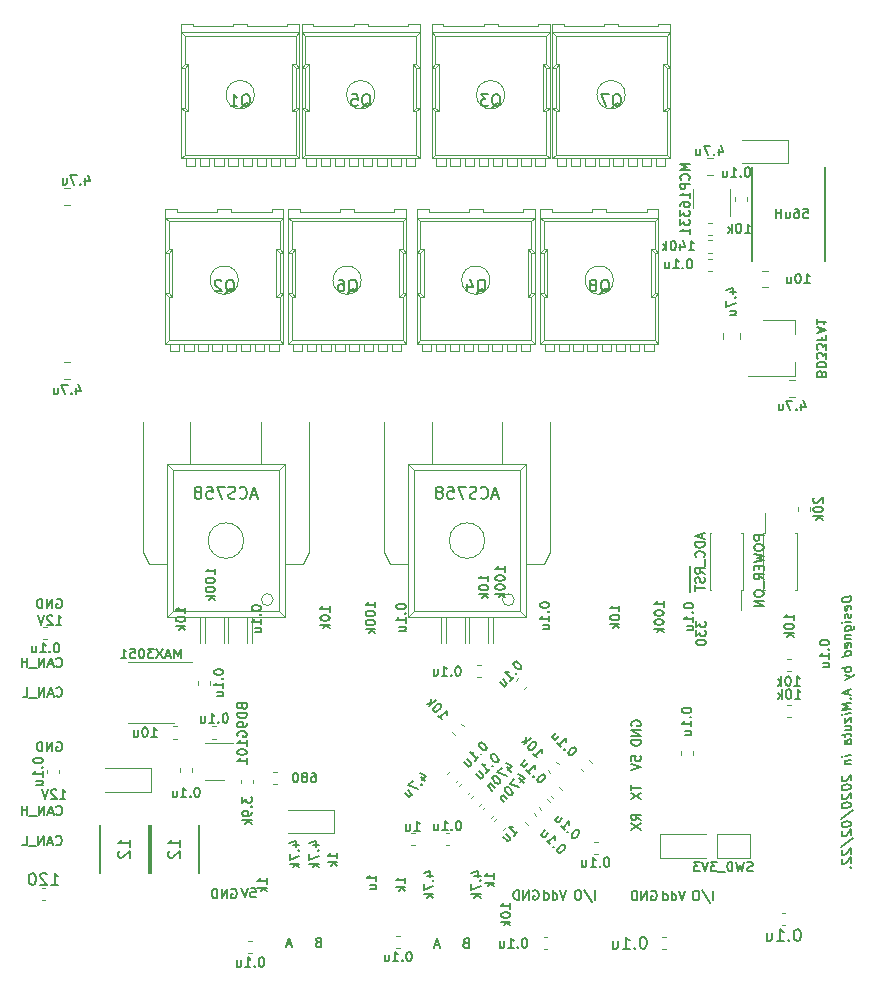
<source format=gbr>
G04 #@! TF.GenerationSoftware,KiCad,Pcbnew,(5.1.5)-3*
G04 #@! TF.CreationDate,2020-03-29T19:43:34+09:00*
G04 #@! TF.ProjectId,SteerMD,53746565-724d-4442-9e6b-696361645f70,rev?*
G04 #@! TF.SameCoordinates,Original*
G04 #@! TF.FileFunction,Legend,Bot*
G04 #@! TF.FilePolarity,Positive*
%FSLAX46Y46*%
G04 Gerber Fmt 4.6, Leading zero omitted, Abs format (unit mm)*
G04 Created by KiCad (PCBNEW (5.1.5)-3) date 2020-03-29 19:43:34*
%MOMM*%
%LPD*%
G04 APERTURE LIST*
%ADD10C,0.150000*%
%ADD11C,0.200000*%
%ADD12C,0.100000*%
%ADD13C,0.120000*%
G04 APERTURE END LIST*
D10*
X112140476Y-132133333D02*
X111759523Y-132133333D01*
X112216666Y-132361904D02*
X111950000Y-131561904D01*
X111683333Y-132361904D01*
X114392857Y-131942857D02*
X114278571Y-131980952D01*
X114240476Y-132019047D01*
X114202380Y-132095238D01*
X114202380Y-132209523D01*
X114240476Y-132285714D01*
X114278571Y-132323809D01*
X114354761Y-132361904D01*
X114659523Y-132361904D01*
X114659523Y-131561904D01*
X114392857Y-131561904D01*
X114316666Y-131600000D01*
X114278571Y-131638095D01*
X114240476Y-131714285D01*
X114240476Y-131790476D01*
X114278571Y-131866666D01*
X114316666Y-131904761D01*
X114392857Y-131942857D01*
X114659523Y-131942857D01*
X101892857Y-131892857D02*
X101778571Y-131930952D01*
X101740476Y-131969047D01*
X101702380Y-132045238D01*
X101702380Y-132159523D01*
X101740476Y-132235714D01*
X101778571Y-132273809D01*
X101854761Y-132311904D01*
X102159523Y-132311904D01*
X102159523Y-131511904D01*
X101892857Y-131511904D01*
X101816666Y-131550000D01*
X101778571Y-131588095D01*
X101740476Y-131664285D01*
X101740476Y-131740476D01*
X101778571Y-131816666D01*
X101816666Y-131854761D01*
X101892857Y-131892857D01*
X102159523Y-131892857D01*
X99640476Y-132083333D02*
X99259523Y-132083333D01*
X99716666Y-132311904D02*
X99450000Y-131511904D01*
X99183333Y-132311904D01*
X122890476Y-127511904D02*
X122623809Y-128311904D01*
X122357142Y-127511904D01*
X121747619Y-128311904D02*
X121747619Y-127511904D01*
X121747619Y-128273809D02*
X121823809Y-128311904D01*
X121976190Y-128311904D01*
X122052380Y-128273809D01*
X122090476Y-128235714D01*
X122128571Y-128159523D01*
X122128571Y-127930952D01*
X122090476Y-127854761D01*
X122052380Y-127816666D01*
X121976190Y-127778571D01*
X121823809Y-127778571D01*
X121747619Y-127816666D01*
X121023809Y-128311904D02*
X121023809Y-127511904D01*
X121023809Y-128273809D02*
X121100000Y-128311904D01*
X121252380Y-128311904D01*
X121328571Y-128273809D01*
X121366666Y-128235714D01*
X121404761Y-128159523D01*
X121404761Y-127930952D01*
X121366666Y-127854761D01*
X121328571Y-127816666D01*
X121252380Y-127778571D01*
X121100000Y-127778571D01*
X121023809Y-127816666D01*
X80045238Y-119761904D02*
X80502380Y-119761904D01*
X80273809Y-119761904D02*
X80273809Y-118961904D01*
X80350000Y-119076190D01*
X80426190Y-119152380D01*
X80502380Y-119190476D01*
X79740476Y-119038095D02*
X79702380Y-119000000D01*
X79626190Y-118961904D01*
X79435714Y-118961904D01*
X79359523Y-119000000D01*
X79321428Y-119038095D01*
X79283333Y-119114285D01*
X79283333Y-119190476D01*
X79321428Y-119304761D01*
X79778571Y-119761904D01*
X79283333Y-119761904D01*
X79054761Y-118961904D02*
X78788095Y-119761904D01*
X78521428Y-118961904D01*
X79759523Y-114950000D02*
X79835714Y-114911904D01*
X79950000Y-114911904D01*
X80064285Y-114950000D01*
X80140476Y-115026190D01*
X80178571Y-115102380D01*
X80216666Y-115254761D01*
X80216666Y-115369047D01*
X80178571Y-115521428D01*
X80140476Y-115597619D01*
X80064285Y-115673809D01*
X79950000Y-115711904D01*
X79873809Y-115711904D01*
X79759523Y-115673809D01*
X79721428Y-115635714D01*
X79721428Y-115369047D01*
X79873809Y-115369047D01*
X79378571Y-115711904D02*
X79378571Y-114911904D01*
X78921428Y-115711904D01*
X78921428Y-114911904D01*
X78540476Y-115711904D02*
X78540476Y-114911904D01*
X78350000Y-114911904D01*
X78235714Y-114950000D01*
X78159523Y-115026190D01*
X78121428Y-115102380D01*
X78083333Y-115254761D01*
X78083333Y-115369047D01*
X78121428Y-115521428D01*
X78159523Y-115597619D01*
X78235714Y-115673809D01*
X78350000Y-115711904D01*
X78540476Y-115711904D01*
X79738095Y-121085714D02*
X79776190Y-121123809D01*
X79890476Y-121161904D01*
X79966666Y-121161904D01*
X80080952Y-121123809D01*
X80157142Y-121047619D01*
X80195238Y-120971428D01*
X80233333Y-120819047D01*
X80233333Y-120704761D01*
X80195238Y-120552380D01*
X80157142Y-120476190D01*
X80080952Y-120400000D01*
X79966666Y-120361904D01*
X79890476Y-120361904D01*
X79776190Y-120400000D01*
X79738095Y-120438095D01*
X79433333Y-120933333D02*
X79052380Y-120933333D01*
X79509523Y-121161904D02*
X79242857Y-120361904D01*
X78976190Y-121161904D01*
X78709523Y-121161904D02*
X78709523Y-120361904D01*
X78252380Y-121161904D01*
X78252380Y-120361904D01*
X78061904Y-121238095D02*
X77452380Y-121238095D01*
X77261904Y-121161904D02*
X77261904Y-120361904D01*
X77261904Y-120742857D02*
X76804761Y-120742857D01*
X76804761Y-121161904D02*
X76804761Y-120361904D01*
X79692857Y-123635714D02*
X79730952Y-123673809D01*
X79845238Y-123711904D01*
X79921428Y-123711904D01*
X80035714Y-123673809D01*
X80111904Y-123597619D01*
X80150000Y-123521428D01*
X80188095Y-123369047D01*
X80188095Y-123254761D01*
X80150000Y-123102380D01*
X80111904Y-123026190D01*
X80035714Y-122950000D01*
X79921428Y-122911904D01*
X79845238Y-122911904D01*
X79730952Y-122950000D01*
X79692857Y-122988095D01*
X79388095Y-123483333D02*
X79007142Y-123483333D01*
X79464285Y-123711904D02*
X79197619Y-122911904D01*
X78930952Y-123711904D01*
X78664285Y-123711904D02*
X78664285Y-122911904D01*
X78207142Y-123711904D01*
X78207142Y-122911904D01*
X78016666Y-123788095D02*
X77407142Y-123788095D01*
X76835714Y-123711904D02*
X77216666Y-123711904D01*
X77216666Y-122911904D01*
X79742857Y-111035714D02*
X79780952Y-111073809D01*
X79895238Y-111111904D01*
X79971428Y-111111904D01*
X80085714Y-111073809D01*
X80161904Y-110997619D01*
X80200000Y-110921428D01*
X80238095Y-110769047D01*
X80238095Y-110654761D01*
X80200000Y-110502380D01*
X80161904Y-110426190D01*
X80085714Y-110350000D01*
X79971428Y-110311904D01*
X79895238Y-110311904D01*
X79780952Y-110350000D01*
X79742857Y-110388095D01*
X79438095Y-110883333D02*
X79057142Y-110883333D01*
X79514285Y-111111904D02*
X79247619Y-110311904D01*
X78980952Y-111111904D01*
X78714285Y-111111904D02*
X78714285Y-110311904D01*
X78257142Y-111111904D01*
X78257142Y-110311904D01*
X78066666Y-111188095D02*
X77457142Y-111188095D01*
X76885714Y-111111904D02*
X77266666Y-111111904D01*
X77266666Y-110311904D01*
X79738095Y-108535714D02*
X79776190Y-108573809D01*
X79890476Y-108611904D01*
X79966666Y-108611904D01*
X80080952Y-108573809D01*
X80157142Y-108497619D01*
X80195238Y-108421428D01*
X80233333Y-108269047D01*
X80233333Y-108154761D01*
X80195238Y-108002380D01*
X80157142Y-107926190D01*
X80080952Y-107850000D01*
X79966666Y-107811904D01*
X79890476Y-107811904D01*
X79776190Y-107850000D01*
X79738095Y-107888095D01*
X79433333Y-108383333D02*
X79052380Y-108383333D01*
X79509523Y-108611904D02*
X79242857Y-107811904D01*
X78976190Y-108611904D01*
X78709523Y-108611904D02*
X78709523Y-107811904D01*
X78252380Y-108611904D01*
X78252380Y-107811904D01*
X78061904Y-108688095D02*
X77452380Y-108688095D01*
X77261904Y-108611904D02*
X77261904Y-107811904D01*
X77261904Y-108192857D02*
X76804761Y-108192857D01*
X76804761Y-108611904D02*
X76804761Y-107811904D01*
X79695238Y-105011904D02*
X80152380Y-105011904D01*
X79923809Y-105011904D02*
X79923809Y-104211904D01*
X80000000Y-104326190D01*
X80076190Y-104402380D01*
X80152380Y-104440476D01*
X79390476Y-104288095D02*
X79352380Y-104250000D01*
X79276190Y-104211904D01*
X79085714Y-104211904D01*
X79009523Y-104250000D01*
X78971428Y-104288095D01*
X78933333Y-104364285D01*
X78933333Y-104440476D01*
X78971428Y-104554761D01*
X79428571Y-105011904D01*
X78933333Y-105011904D01*
X78704761Y-104211904D02*
X78438095Y-105011904D01*
X78171428Y-104211904D01*
X79759523Y-102850000D02*
X79835714Y-102811904D01*
X79950000Y-102811904D01*
X80064285Y-102850000D01*
X80140476Y-102926190D01*
X80178571Y-103002380D01*
X80216666Y-103154761D01*
X80216666Y-103269047D01*
X80178571Y-103421428D01*
X80140476Y-103497619D01*
X80064285Y-103573809D01*
X79950000Y-103611904D01*
X79873809Y-103611904D01*
X79759523Y-103573809D01*
X79721428Y-103535714D01*
X79721428Y-103269047D01*
X79873809Y-103269047D01*
X79378571Y-103611904D02*
X79378571Y-102811904D01*
X78921428Y-103611904D01*
X78921428Y-102811904D01*
X78540476Y-103611904D02*
X78540476Y-102811904D01*
X78350000Y-102811904D01*
X78235714Y-102850000D01*
X78159523Y-102926190D01*
X78121428Y-103002380D01*
X78083333Y-103154761D01*
X78083333Y-103269047D01*
X78121428Y-103421428D01*
X78159523Y-103497619D01*
X78235714Y-103573809D01*
X78350000Y-103611904D01*
X78540476Y-103611904D01*
X96202380Y-127311904D02*
X96583333Y-127311904D01*
X96621428Y-127692857D01*
X96583333Y-127654761D01*
X96507142Y-127616666D01*
X96316666Y-127616666D01*
X96240476Y-127654761D01*
X96202380Y-127692857D01*
X96164285Y-127769047D01*
X96164285Y-127959523D01*
X96202380Y-128035714D01*
X96240476Y-128073809D01*
X96316666Y-128111904D01*
X96507142Y-128111904D01*
X96583333Y-128073809D01*
X96621428Y-128035714D01*
X95935714Y-127311904D02*
X95669047Y-128111904D01*
X95402380Y-127311904D01*
X94559523Y-127400000D02*
X94635714Y-127361904D01*
X94750000Y-127361904D01*
X94864285Y-127400000D01*
X94940476Y-127476190D01*
X94978571Y-127552380D01*
X95016666Y-127704761D01*
X95016666Y-127819047D01*
X94978571Y-127971428D01*
X94940476Y-128047619D01*
X94864285Y-128123809D01*
X94750000Y-128161904D01*
X94673809Y-128161904D01*
X94559523Y-128123809D01*
X94521428Y-128085714D01*
X94521428Y-127819047D01*
X94673809Y-127819047D01*
X94178571Y-128161904D02*
X94178571Y-127361904D01*
X93721428Y-128161904D01*
X93721428Y-127361904D01*
X93340476Y-128161904D02*
X93340476Y-127361904D01*
X93150000Y-127361904D01*
X93035714Y-127400000D01*
X92959523Y-127476190D01*
X92921428Y-127552380D01*
X92883333Y-127704761D01*
X92883333Y-127819047D01*
X92921428Y-127971428D01*
X92959523Y-128047619D01*
X93035714Y-128123809D01*
X93150000Y-128161904D01*
X93340476Y-128161904D01*
X129211904Y-121566666D02*
X128830952Y-121300000D01*
X129211904Y-121109523D02*
X128411904Y-121109523D01*
X128411904Y-121414285D01*
X128450000Y-121490476D01*
X128488095Y-121528571D01*
X128564285Y-121566666D01*
X128678571Y-121566666D01*
X128754761Y-121528571D01*
X128792857Y-121490476D01*
X128830952Y-121414285D01*
X128830952Y-121109523D01*
X128411904Y-121833333D02*
X129211904Y-122366666D01*
X128411904Y-122366666D02*
X129211904Y-121833333D01*
X128411904Y-118590476D02*
X128411904Y-119047619D01*
X129211904Y-118819047D02*
X128411904Y-118819047D01*
X128411904Y-119238095D02*
X129211904Y-119771428D01*
X128411904Y-119771428D02*
X129211904Y-119238095D01*
X128450000Y-113590476D02*
X128411904Y-113514285D01*
X128411904Y-113400000D01*
X128450000Y-113285714D01*
X128526190Y-113209523D01*
X128602380Y-113171428D01*
X128754761Y-113133333D01*
X128869047Y-113133333D01*
X129021428Y-113171428D01*
X129097619Y-113209523D01*
X129173809Y-113285714D01*
X129211904Y-113400000D01*
X129211904Y-113476190D01*
X129173809Y-113590476D01*
X129135714Y-113628571D01*
X128869047Y-113628571D01*
X128869047Y-113476190D01*
X129211904Y-113971428D02*
X128411904Y-113971428D01*
X129211904Y-114428571D01*
X128411904Y-114428571D01*
X129211904Y-114809523D02*
X128411904Y-114809523D01*
X128411904Y-115000000D01*
X128450000Y-115114285D01*
X128526190Y-115190476D01*
X128602380Y-115228571D01*
X128754761Y-115266666D01*
X128869047Y-115266666D01*
X129021428Y-115228571D01*
X129097619Y-115190476D01*
X129173809Y-115114285D01*
X129211904Y-115000000D01*
X129211904Y-114809523D01*
X128411904Y-116547619D02*
X128411904Y-116166666D01*
X128792857Y-116128571D01*
X128754761Y-116166666D01*
X128716666Y-116242857D01*
X128716666Y-116433333D01*
X128754761Y-116509523D01*
X128792857Y-116547619D01*
X128869047Y-116585714D01*
X129059523Y-116585714D01*
X129135714Y-116547619D01*
X129173809Y-116509523D01*
X129211904Y-116433333D01*
X129211904Y-116242857D01*
X129173809Y-116166666D01*
X129135714Y-116128571D01*
X128411904Y-116814285D02*
X129211904Y-117080952D01*
X128411904Y-117347619D01*
X120109523Y-127550000D02*
X120185714Y-127511904D01*
X120300000Y-127511904D01*
X120414285Y-127550000D01*
X120490476Y-127626190D01*
X120528571Y-127702380D01*
X120566666Y-127854761D01*
X120566666Y-127969047D01*
X120528571Y-128121428D01*
X120490476Y-128197619D01*
X120414285Y-128273809D01*
X120300000Y-128311904D01*
X120223809Y-128311904D01*
X120109523Y-128273809D01*
X120071428Y-128235714D01*
X120071428Y-127969047D01*
X120223809Y-127969047D01*
X119728571Y-128311904D02*
X119728571Y-127511904D01*
X119271428Y-128311904D01*
X119271428Y-127511904D01*
X118890476Y-128311904D02*
X118890476Y-127511904D01*
X118700000Y-127511904D01*
X118585714Y-127550000D01*
X118509523Y-127626190D01*
X118471428Y-127702380D01*
X118433333Y-127854761D01*
X118433333Y-127969047D01*
X118471428Y-128121428D01*
X118509523Y-128197619D01*
X118585714Y-128273809D01*
X118700000Y-128311904D01*
X118890476Y-128311904D01*
X125338095Y-128311904D02*
X125338095Y-127511904D01*
X124385714Y-127473809D02*
X125071428Y-128502380D01*
X123966666Y-127511904D02*
X123814285Y-127511904D01*
X123738095Y-127550000D01*
X123661904Y-127626190D01*
X123623809Y-127778571D01*
X123623809Y-128045238D01*
X123661904Y-128197619D01*
X123738095Y-128273809D01*
X123814285Y-128311904D01*
X123966666Y-128311904D01*
X124042857Y-128273809D01*
X124119047Y-128197619D01*
X124157142Y-128045238D01*
X124157142Y-127778571D01*
X124119047Y-127626190D01*
X124042857Y-127550000D01*
X123966666Y-127511904D01*
X135338095Y-128361904D02*
X135338095Y-127561904D01*
X134385714Y-127523809D02*
X135071428Y-128552380D01*
X133966666Y-127561904D02*
X133814285Y-127561904D01*
X133738095Y-127600000D01*
X133661904Y-127676190D01*
X133623809Y-127828571D01*
X133623809Y-128095238D01*
X133661904Y-128247619D01*
X133738095Y-128323809D01*
X133814285Y-128361904D01*
X133966666Y-128361904D01*
X134042857Y-128323809D01*
X134119047Y-128247619D01*
X134157142Y-128095238D01*
X134157142Y-127828571D01*
X134119047Y-127676190D01*
X134042857Y-127600000D01*
X133966666Y-127561904D01*
X132990476Y-127561904D02*
X132723809Y-128361904D01*
X132457142Y-127561904D01*
X131847619Y-128361904D02*
X131847619Y-127561904D01*
X131847619Y-128323809D02*
X131923809Y-128361904D01*
X132076190Y-128361904D01*
X132152380Y-128323809D01*
X132190476Y-128285714D01*
X132228571Y-128209523D01*
X132228571Y-127980952D01*
X132190476Y-127904761D01*
X132152380Y-127866666D01*
X132076190Y-127828571D01*
X131923809Y-127828571D01*
X131847619Y-127866666D01*
X131123809Y-128361904D02*
X131123809Y-127561904D01*
X131123809Y-128323809D02*
X131200000Y-128361904D01*
X131352380Y-128361904D01*
X131428571Y-128323809D01*
X131466666Y-128285714D01*
X131504761Y-128209523D01*
X131504761Y-127980952D01*
X131466666Y-127904761D01*
X131428571Y-127866666D01*
X131352380Y-127828571D01*
X131200000Y-127828571D01*
X131123809Y-127866666D01*
X130109523Y-127600000D02*
X130185714Y-127561904D01*
X130300000Y-127561904D01*
X130414285Y-127600000D01*
X130490476Y-127676190D01*
X130528571Y-127752380D01*
X130566666Y-127904761D01*
X130566666Y-128019047D01*
X130528571Y-128171428D01*
X130490476Y-128247619D01*
X130414285Y-128323809D01*
X130300000Y-128361904D01*
X130223809Y-128361904D01*
X130109523Y-128323809D01*
X130071428Y-128285714D01*
X130071428Y-128019047D01*
X130223809Y-128019047D01*
X129728571Y-128361904D02*
X129728571Y-127561904D01*
X129271428Y-128361904D01*
X129271428Y-127561904D01*
X128890476Y-128361904D02*
X128890476Y-127561904D01*
X128700000Y-127561904D01*
X128585714Y-127600000D01*
X128509523Y-127676190D01*
X128471428Y-127752380D01*
X128433333Y-127904761D01*
X128433333Y-128019047D01*
X128471428Y-128171428D01*
X128509523Y-128247619D01*
X128585714Y-128323809D01*
X128700000Y-128361904D01*
X128890476Y-128361904D01*
D11*
X147011904Y-102625238D02*
X146211904Y-102725238D01*
X146211904Y-102915714D01*
X146250000Y-103025238D01*
X146326190Y-103091904D01*
X146402380Y-103120476D01*
X146554761Y-103139523D01*
X146669047Y-103125238D01*
X146821428Y-103068095D01*
X146897619Y-103020476D01*
X146973809Y-102934761D01*
X147011904Y-102815714D01*
X147011904Y-102625238D01*
X146973809Y-103734761D02*
X147011904Y-103653809D01*
X147011904Y-103501428D01*
X146973809Y-103430000D01*
X146897619Y-103401428D01*
X146592857Y-103439523D01*
X146516666Y-103487142D01*
X146478571Y-103568095D01*
X146478571Y-103720476D01*
X146516666Y-103791904D01*
X146592857Y-103820476D01*
X146669047Y-103810952D01*
X146745238Y-103420476D01*
X146973809Y-104077619D02*
X147011904Y-104149047D01*
X147011904Y-104301428D01*
X146973809Y-104382380D01*
X146897619Y-104430000D01*
X146859523Y-104434761D01*
X146783333Y-104406190D01*
X146745238Y-104334761D01*
X146745238Y-104220476D01*
X146707142Y-104149047D01*
X146630952Y-104120476D01*
X146592857Y-104125238D01*
X146516666Y-104172857D01*
X146478571Y-104253809D01*
X146478571Y-104368095D01*
X146516666Y-104439523D01*
X147011904Y-104758571D02*
X146478571Y-104825238D01*
X146211904Y-104858571D02*
X146250000Y-104815714D01*
X146288095Y-104849047D01*
X146250000Y-104891904D01*
X146211904Y-104858571D01*
X146288095Y-104849047D01*
X146478571Y-105549047D02*
X147126190Y-105468095D01*
X147202380Y-105420476D01*
X147240476Y-105377619D01*
X147278571Y-105296666D01*
X147278571Y-105182380D01*
X147240476Y-105110952D01*
X146973809Y-105487142D02*
X147011904Y-105406190D01*
X147011904Y-105253809D01*
X146973809Y-105182380D01*
X146935714Y-105149047D01*
X146859523Y-105120476D01*
X146630952Y-105149047D01*
X146554761Y-105196666D01*
X146516666Y-105239523D01*
X146478571Y-105320476D01*
X146478571Y-105472857D01*
X146516666Y-105544285D01*
X146478571Y-105930000D02*
X147011904Y-105863333D01*
X146554761Y-105920476D02*
X146516666Y-105963333D01*
X146478571Y-106044285D01*
X146478571Y-106158571D01*
X146516666Y-106230000D01*
X146592857Y-106258571D01*
X147011904Y-106206190D01*
X146973809Y-106896666D02*
X147011904Y-106815714D01*
X147011904Y-106663333D01*
X146973809Y-106591904D01*
X146897619Y-106563333D01*
X146592857Y-106601428D01*
X146516666Y-106649047D01*
X146478571Y-106730000D01*
X146478571Y-106882380D01*
X146516666Y-106953809D01*
X146592857Y-106982380D01*
X146669047Y-106972857D01*
X146745238Y-106582380D01*
X147011904Y-107615714D02*
X146211904Y-107715714D01*
X146973809Y-107620476D02*
X147011904Y-107539523D01*
X147011904Y-107387142D01*
X146973809Y-107315714D01*
X146935714Y-107282380D01*
X146859523Y-107253809D01*
X146630952Y-107282380D01*
X146554761Y-107330000D01*
X146516666Y-107372857D01*
X146478571Y-107453809D01*
X146478571Y-107606190D01*
X146516666Y-107677619D01*
X147011904Y-108606190D02*
X146211904Y-108706190D01*
X146516666Y-108668095D02*
X146478571Y-108749047D01*
X146478571Y-108901428D01*
X146516666Y-108972857D01*
X146554761Y-109006190D01*
X146630952Y-109034761D01*
X146859523Y-109006190D01*
X146935714Y-108958571D01*
X146973809Y-108915714D01*
X147011904Y-108834761D01*
X147011904Y-108682380D01*
X146973809Y-108610952D01*
X146478571Y-109320476D02*
X147011904Y-109444285D01*
X146478571Y-109701428D02*
X147011904Y-109444285D01*
X147202380Y-109344285D01*
X147240476Y-109301428D01*
X147278571Y-109220476D01*
X146783333Y-110539523D02*
X146783333Y-110920476D01*
X147011904Y-110434761D02*
X146211904Y-110801428D01*
X147011904Y-110968095D01*
X146935714Y-111244285D02*
X146973809Y-111277619D01*
X147011904Y-111234761D01*
X146973809Y-111201428D01*
X146935714Y-111244285D01*
X147011904Y-111234761D01*
X147011904Y-111615714D02*
X146211904Y-111715714D01*
X146783333Y-111910952D01*
X146211904Y-112249047D01*
X147011904Y-112149047D01*
X147011904Y-112530000D02*
X146478571Y-112596666D01*
X146211904Y-112630000D02*
X146250000Y-112587142D01*
X146288095Y-112620476D01*
X146250000Y-112663333D01*
X146211904Y-112630000D01*
X146288095Y-112620476D01*
X146478571Y-112901428D02*
X146478571Y-113320476D01*
X147011904Y-112834761D01*
X147011904Y-113253809D01*
X146478571Y-113968095D02*
X147011904Y-113901428D01*
X146478571Y-113625238D02*
X146897619Y-113572857D01*
X146973809Y-113601428D01*
X147011904Y-113672857D01*
X147011904Y-113787142D01*
X146973809Y-113868095D01*
X146935714Y-113910952D01*
X146478571Y-114234761D02*
X146478571Y-114539523D01*
X146211904Y-114382380D02*
X146897619Y-114296666D01*
X146973809Y-114325238D01*
X147011904Y-114396666D01*
X147011904Y-114472857D01*
X147011904Y-115082380D02*
X146592857Y-115134761D01*
X146516666Y-115106190D01*
X146478571Y-115034761D01*
X146478571Y-114882380D01*
X146516666Y-114801428D01*
X146973809Y-115087142D02*
X147011904Y-115006190D01*
X147011904Y-114815714D01*
X146973809Y-114744285D01*
X146897619Y-114715714D01*
X146821428Y-114725238D01*
X146745238Y-114772857D01*
X146707142Y-114853809D01*
X146707142Y-115044285D01*
X146669047Y-115125238D01*
X147011904Y-116072857D02*
X146478571Y-116139523D01*
X146211904Y-116172857D02*
X146250000Y-116130000D01*
X146288095Y-116163333D01*
X146250000Y-116206190D01*
X146211904Y-116172857D01*
X146288095Y-116163333D01*
X146478571Y-116520476D02*
X147011904Y-116453809D01*
X146554761Y-116510952D02*
X146516666Y-116553809D01*
X146478571Y-116634761D01*
X146478571Y-116749047D01*
X146516666Y-116820476D01*
X146592857Y-116849047D01*
X147011904Y-116796666D01*
X146288095Y-117839523D02*
X146250000Y-117882380D01*
X146211904Y-117963333D01*
X146211904Y-118153809D01*
X146250000Y-118225238D01*
X146288095Y-118258571D01*
X146364285Y-118287142D01*
X146440476Y-118277619D01*
X146554761Y-118225238D01*
X147011904Y-117710952D01*
X147011904Y-118206190D01*
X146211904Y-118801428D02*
X146211904Y-118877619D01*
X146250000Y-118949047D01*
X146288095Y-118982380D01*
X146364285Y-119010952D01*
X146516666Y-119030000D01*
X146707142Y-119006190D01*
X146859523Y-118949047D01*
X146935714Y-118901428D01*
X146973809Y-118858571D01*
X147011904Y-118777619D01*
X147011904Y-118701428D01*
X146973809Y-118630000D01*
X146935714Y-118596666D01*
X146859523Y-118568095D01*
X146707142Y-118549047D01*
X146516666Y-118572857D01*
X146364285Y-118630000D01*
X146288095Y-118677619D01*
X146250000Y-118720476D01*
X146211904Y-118801428D01*
X146288095Y-119363333D02*
X146250000Y-119406190D01*
X146211904Y-119487142D01*
X146211904Y-119677619D01*
X146250000Y-119749047D01*
X146288095Y-119782380D01*
X146364285Y-119810952D01*
X146440476Y-119801428D01*
X146554761Y-119749047D01*
X147011904Y-119234761D01*
X147011904Y-119730000D01*
X146211904Y-120325238D02*
X146211904Y-120401428D01*
X146250000Y-120472857D01*
X146288095Y-120506190D01*
X146364285Y-120534761D01*
X146516666Y-120553809D01*
X146707142Y-120530000D01*
X146859523Y-120472857D01*
X146935714Y-120425238D01*
X146973809Y-120382380D01*
X147011904Y-120301428D01*
X147011904Y-120225238D01*
X146973809Y-120153809D01*
X146935714Y-120120476D01*
X146859523Y-120091904D01*
X146707142Y-120072857D01*
X146516666Y-120096666D01*
X146364285Y-120153809D01*
X146288095Y-120201428D01*
X146250000Y-120244285D01*
X146211904Y-120325238D01*
X146173809Y-121510952D02*
X147202380Y-120696666D01*
X146211904Y-121925238D02*
X146211904Y-122001428D01*
X146250000Y-122072857D01*
X146288095Y-122106190D01*
X146364285Y-122134761D01*
X146516666Y-122153809D01*
X146707142Y-122130000D01*
X146859523Y-122072857D01*
X146935714Y-122025238D01*
X146973809Y-121982380D01*
X147011904Y-121901428D01*
X147011904Y-121825238D01*
X146973809Y-121753809D01*
X146935714Y-121720476D01*
X146859523Y-121691904D01*
X146707142Y-121672857D01*
X146516666Y-121696666D01*
X146364285Y-121753809D01*
X146288095Y-121801428D01*
X146250000Y-121844285D01*
X146211904Y-121925238D01*
X146288095Y-122487142D02*
X146250000Y-122530000D01*
X146211904Y-122610952D01*
X146211904Y-122801428D01*
X146250000Y-122872857D01*
X146288095Y-122906190D01*
X146364285Y-122934761D01*
X146440476Y-122925238D01*
X146554761Y-122872857D01*
X147011904Y-122358571D01*
X147011904Y-122853809D01*
X146173809Y-123872857D02*
X147202380Y-123058571D01*
X146288095Y-124087142D02*
X146250000Y-124130000D01*
X146211904Y-124210952D01*
X146211904Y-124401428D01*
X146250000Y-124472857D01*
X146288095Y-124506190D01*
X146364285Y-124534761D01*
X146440476Y-124525238D01*
X146554761Y-124472857D01*
X147011904Y-123958571D01*
X147011904Y-124453809D01*
X146288095Y-124849047D02*
X146250000Y-124891904D01*
X146211904Y-124972857D01*
X146211904Y-125163333D01*
X146250000Y-125234761D01*
X146288095Y-125268095D01*
X146364285Y-125296666D01*
X146440476Y-125287142D01*
X146554761Y-125234761D01*
X147011904Y-124720476D01*
X147011904Y-125215714D01*
X146935714Y-125568095D02*
X146973809Y-125601428D01*
X147011904Y-125558571D01*
X146973809Y-125525238D01*
X146935714Y-125568095D01*
X147011904Y-125558571D01*
D12*
X98590000Y-103900000D02*
X98590000Y-91900000D01*
X89590000Y-103900000D02*
X98590000Y-103900000D01*
X98590000Y-103900000D02*
X99090000Y-104400000D01*
X89590000Y-91900000D02*
X89590000Y-103900000D01*
X89590000Y-103900000D02*
X89090000Y-104400000D01*
X89590000Y-91900000D02*
X89090000Y-91400000D01*
X98590000Y-91900000D02*
X89590000Y-91900000D01*
X99090000Y-91400000D02*
X98590000Y-91900000D01*
X87090000Y-98900000D02*
X87090000Y-87900000D01*
X87590000Y-99900000D02*
X89090000Y-99900000D01*
X87590000Y-99900000D02*
X87090000Y-98900000D01*
X101090000Y-98900000D02*
X101090000Y-87900000D01*
X100590000Y-99900000D02*
X99090000Y-99900000D01*
X101090000Y-98900000D02*
X100590000Y-99900000D01*
X98090000Y-102900000D02*
G75*
G03X98090000Y-102900000I-500000J0D01*
G01*
X95590000Y-97900000D02*
G75*
G03X95590000Y-97900000I-1500000J0D01*
G01*
X91890000Y-104400000D02*
X91890000Y-106600000D01*
X92290000Y-104400000D02*
X92290000Y-106600000D01*
X95890000Y-104400000D02*
X95890000Y-106600000D01*
X96290000Y-104400000D02*
X96290000Y-106600000D01*
X93890000Y-104400000D02*
X93890000Y-106600000D01*
X94290000Y-104400000D02*
X94290000Y-106600000D01*
X91090000Y-87900000D02*
X91090000Y-91400000D01*
X97090000Y-87900000D02*
X97090000Y-91400000D01*
X89090000Y-104400000D02*
X99090000Y-104400000D01*
X99090000Y-91400000D02*
X89090000Y-91400000D01*
X99090000Y-91400000D02*
X99090000Y-104400000D01*
X89090000Y-91400000D02*
X89090000Y-104400000D01*
X109500000Y-91400000D02*
X109500000Y-104400000D01*
X119500000Y-91400000D02*
X119500000Y-104400000D01*
X119500000Y-91400000D02*
X109500000Y-91400000D01*
X109500000Y-104400000D02*
X119500000Y-104400000D01*
X117500000Y-87900000D02*
X117500000Y-91400000D01*
X111500000Y-87900000D02*
X111500000Y-91400000D01*
X114700000Y-104400000D02*
X114700000Y-106600000D01*
X114300000Y-104400000D02*
X114300000Y-106600000D01*
X116700000Y-104400000D02*
X116700000Y-106600000D01*
X116300000Y-104400000D02*
X116300000Y-106600000D01*
X112700000Y-104400000D02*
X112700000Y-106600000D01*
X112300000Y-104400000D02*
X112300000Y-106600000D01*
X116000000Y-97900000D02*
G75*
G03X116000000Y-97900000I-1500000J0D01*
G01*
X118500000Y-102900000D02*
G75*
G03X118500000Y-102900000I-500000J0D01*
G01*
X121500000Y-98900000D02*
X121000000Y-99900000D01*
X121000000Y-99900000D02*
X119500000Y-99900000D01*
X121500000Y-98900000D02*
X121500000Y-87900000D01*
X108000000Y-99900000D02*
X107500000Y-98900000D01*
X108000000Y-99900000D02*
X109500000Y-99900000D01*
X107500000Y-98900000D02*
X107500000Y-87900000D01*
X119500000Y-91400000D02*
X119000000Y-91900000D01*
X119000000Y-91900000D02*
X110000000Y-91900000D01*
X110000000Y-91900000D02*
X109500000Y-91400000D01*
X110000000Y-103900000D02*
X109500000Y-104400000D01*
X110000000Y-91900000D02*
X110000000Y-103900000D01*
X119000000Y-103900000D02*
X119500000Y-104400000D01*
X110000000Y-103900000D02*
X119000000Y-103900000D01*
X119000000Y-103900000D02*
X119000000Y-91900000D01*
X100350000Y-69850000D02*
X99350000Y-69850000D01*
X104950000Y-69850000D02*
X103750000Y-69850000D01*
X108350000Y-69850000D02*
X109350000Y-69850000D01*
X104950000Y-69850000D02*
X104950000Y-70050000D01*
X104950000Y-70050000D02*
X108350000Y-70050000D01*
X108350000Y-70050000D02*
X108350000Y-69850000D01*
X100350000Y-70050000D02*
X103750000Y-70050000D01*
X100350000Y-69850000D02*
X100350000Y-70050000D01*
X103750000Y-69850000D02*
X103750000Y-70050000D01*
X99350000Y-69850000D02*
X99350000Y-70550000D01*
X109350000Y-69850000D02*
X109350000Y-70550000D01*
X106950000Y-81250000D02*
X106950000Y-81850000D01*
X106950000Y-81850000D02*
X107750000Y-81850000D01*
X107750000Y-81850000D02*
X107750000Y-81250000D01*
X105750000Y-81250000D02*
X105750000Y-81850000D01*
X105750000Y-81850000D02*
X106550000Y-81850000D01*
X106550000Y-81850000D02*
X106550000Y-81250000D01*
X100550000Y-81250000D02*
X100550000Y-81850000D01*
X100550000Y-81850000D02*
X99750000Y-81850000D01*
X99750000Y-81850000D02*
X99750000Y-81250000D01*
X101750000Y-81250000D02*
X101750000Y-81850000D01*
X101750000Y-81850000D02*
X100950000Y-81850000D01*
X100950000Y-81850000D02*
X100950000Y-81250000D01*
X102950000Y-81250000D02*
X102950000Y-81850000D01*
X102950000Y-81850000D02*
X102150000Y-81850000D01*
X102150000Y-81850000D02*
X102150000Y-81250000D01*
X104550000Y-81250000D02*
X104550000Y-81850000D01*
X104550000Y-81850000D02*
X105350000Y-81850000D01*
X105350000Y-81850000D02*
X105350000Y-81250000D01*
X104150000Y-81250000D02*
X104150000Y-81850000D01*
X104150000Y-81850000D02*
X103350000Y-81850000D01*
X103350000Y-81850000D02*
X103350000Y-81250000D01*
X108150000Y-81250000D02*
X108150000Y-81850000D01*
X108150000Y-81850000D02*
X108950000Y-81850000D01*
X108950000Y-81250000D02*
X108950000Y-81850000D01*
X99650000Y-76950000D02*
X99350000Y-76950000D01*
X99650000Y-73550000D02*
X99650000Y-76950000D01*
X99650000Y-76950000D02*
X99950000Y-77250000D01*
X99950000Y-73250000D02*
X99650000Y-73550000D01*
X99650000Y-73550000D02*
X99350000Y-73550000D01*
X99650000Y-77250000D02*
X99950000Y-77250000D01*
X99950000Y-77250000D02*
X99950000Y-73250000D01*
X99950000Y-73250000D02*
X99650000Y-73250000D01*
X99650000Y-80950000D02*
X99650000Y-77250000D01*
X99650000Y-77250000D02*
X99350000Y-76950000D01*
X99650000Y-73250000D02*
X99650000Y-70850000D01*
X99650000Y-73250000D02*
X99350000Y-73550000D01*
X109050000Y-76950000D02*
X109350000Y-76950000D01*
X109050000Y-73550000D02*
X109050000Y-76950000D01*
X109050000Y-76950000D02*
X108750000Y-77250000D01*
X108750000Y-73250000D02*
X109050000Y-73550000D01*
X109050000Y-73550000D02*
X109350000Y-73550000D01*
X109050000Y-77250000D02*
X108750000Y-77250000D01*
X108750000Y-77250000D02*
X108750000Y-73250000D01*
X108750000Y-73250000D02*
X109050000Y-73250000D01*
X109050000Y-73250000D02*
X109050000Y-70850000D01*
X109050000Y-73250000D02*
X109350000Y-73550000D01*
X109050000Y-77250000D02*
X109050000Y-80950000D01*
X109050000Y-77250000D02*
X109350000Y-76950000D01*
X109350000Y-70550000D02*
X109350000Y-81250000D01*
X99350000Y-81250000D02*
X99350000Y-70550000D01*
X109050000Y-80950000D02*
X99650000Y-80950000D01*
X109050000Y-80950000D02*
X109350000Y-81250000D01*
X99350000Y-81250000D02*
X99650000Y-80950000D01*
X109350000Y-81250000D02*
X99350000Y-81250000D01*
X109350000Y-70550000D02*
X109050000Y-70850000D01*
X109050000Y-70850000D02*
X99650000Y-70850000D01*
X99650000Y-70850000D02*
X99350000Y-70550000D01*
X109350000Y-70550000D02*
X99350000Y-70550000D01*
X105550000Y-75850000D02*
G75*
G03X105550000Y-75850000I-1200000J0D01*
G01*
D13*
X115662779Y-108465000D02*
X115337221Y-108465000D01*
X115662779Y-109485000D02*
X115337221Y-109485000D01*
X116054478Y-120424273D02*
X115824273Y-120654478D01*
X116775727Y-121145522D02*
X116545522Y-121375727D01*
X113504478Y-114350727D02*
X113274273Y-114120522D01*
X114225727Y-113629478D02*
X113995522Y-113399273D01*
X141700000Y-63950000D02*
X141700000Y-65950000D01*
X141700000Y-65950000D02*
X137800000Y-65950000D01*
X141700000Y-63950000D02*
X137800000Y-63950000D01*
D12*
X95150000Y-75850000D02*
G75*
G03X95150000Y-75850000I-1200000J0D01*
G01*
X98950000Y-70550000D02*
X88950000Y-70550000D01*
X89250000Y-70850000D02*
X88950000Y-70550000D01*
X98650000Y-70850000D02*
X89250000Y-70850000D01*
X98950000Y-70550000D02*
X98650000Y-70850000D01*
X98950000Y-81250000D02*
X88950000Y-81250000D01*
X88950000Y-81250000D02*
X89250000Y-80950000D01*
X98650000Y-80950000D02*
X98950000Y-81250000D01*
X98650000Y-80950000D02*
X89250000Y-80950000D01*
X88950000Y-81250000D02*
X88950000Y-70550000D01*
X98950000Y-70550000D02*
X98950000Y-81250000D01*
X98650000Y-77250000D02*
X98950000Y-76950000D01*
X98650000Y-77250000D02*
X98650000Y-80950000D01*
X98650000Y-73250000D02*
X98950000Y-73550000D01*
X98650000Y-73250000D02*
X98650000Y-70850000D01*
X98350000Y-73250000D02*
X98650000Y-73250000D01*
X98350000Y-77250000D02*
X98350000Y-73250000D01*
X98650000Y-77250000D02*
X98350000Y-77250000D01*
X98650000Y-73550000D02*
X98950000Y-73550000D01*
X98350000Y-73250000D02*
X98650000Y-73550000D01*
X98650000Y-76950000D02*
X98350000Y-77250000D01*
X98650000Y-73550000D02*
X98650000Y-76950000D01*
X98650000Y-76950000D02*
X98950000Y-76950000D01*
X89250000Y-73250000D02*
X88950000Y-73550000D01*
X89250000Y-73250000D02*
X89250000Y-70850000D01*
X89250000Y-77250000D02*
X88950000Y-76950000D01*
X89250000Y-80950000D02*
X89250000Y-77250000D01*
X89550000Y-73250000D02*
X89250000Y-73250000D01*
X89550000Y-77250000D02*
X89550000Y-73250000D01*
X89250000Y-77250000D02*
X89550000Y-77250000D01*
X89250000Y-73550000D02*
X88950000Y-73550000D01*
X89550000Y-73250000D02*
X89250000Y-73550000D01*
X89250000Y-76950000D02*
X89550000Y-77250000D01*
X89250000Y-73550000D02*
X89250000Y-76950000D01*
X89250000Y-76950000D02*
X88950000Y-76950000D01*
X98550000Y-81250000D02*
X98550000Y-81850000D01*
X97750000Y-81850000D02*
X98550000Y-81850000D01*
X97750000Y-81250000D02*
X97750000Y-81850000D01*
X92950000Y-81850000D02*
X92950000Y-81250000D01*
X93750000Y-81850000D02*
X92950000Y-81850000D01*
X93750000Y-81250000D02*
X93750000Y-81850000D01*
X94950000Y-81850000D02*
X94950000Y-81250000D01*
X94150000Y-81850000D02*
X94950000Y-81850000D01*
X94150000Y-81250000D02*
X94150000Y-81850000D01*
X91750000Y-81850000D02*
X91750000Y-81250000D01*
X92550000Y-81850000D02*
X91750000Y-81850000D01*
X92550000Y-81250000D02*
X92550000Y-81850000D01*
X90550000Y-81850000D02*
X90550000Y-81250000D01*
X91350000Y-81850000D02*
X90550000Y-81850000D01*
X91350000Y-81250000D02*
X91350000Y-81850000D01*
X89350000Y-81850000D02*
X89350000Y-81250000D01*
X90150000Y-81850000D02*
X89350000Y-81850000D01*
X90150000Y-81250000D02*
X90150000Y-81850000D01*
X96150000Y-81850000D02*
X96150000Y-81250000D01*
X95350000Y-81850000D02*
X96150000Y-81850000D01*
X95350000Y-81250000D02*
X95350000Y-81850000D01*
X97350000Y-81850000D02*
X97350000Y-81250000D01*
X96550000Y-81850000D02*
X97350000Y-81850000D01*
X96550000Y-81250000D02*
X96550000Y-81850000D01*
X98950000Y-69850000D02*
X98950000Y-70550000D01*
X88950000Y-69850000D02*
X88950000Y-70550000D01*
X93350000Y-69850000D02*
X93350000Y-70050000D01*
X89950000Y-69850000D02*
X89950000Y-70050000D01*
X89950000Y-70050000D02*
X93350000Y-70050000D01*
X97950000Y-70050000D02*
X97950000Y-69850000D01*
X94550000Y-70050000D02*
X97950000Y-70050000D01*
X94550000Y-69850000D02*
X94550000Y-70050000D01*
X97950000Y-69850000D02*
X98950000Y-69850000D01*
X94550000Y-69850000D02*
X93350000Y-69850000D01*
X89950000Y-69850000D02*
X88950000Y-69850000D01*
D13*
X87750000Y-117150000D02*
X87750000Y-119150000D01*
X87750000Y-119150000D02*
X83850000Y-119150000D01*
X87750000Y-117150000D02*
X83850000Y-117150000D01*
X78812779Y-127340000D02*
X78487221Y-127340000D01*
X78812779Y-128360000D02*
X78487221Y-128360000D01*
X115054478Y-119424273D02*
X114824273Y-119654478D01*
X115775727Y-120145522D02*
X115545522Y-120375727D01*
X141462779Y-129390000D02*
X141137221Y-129390000D01*
X141462779Y-130410000D02*
X141137221Y-130410000D01*
X119424273Y-121720522D02*
X119654478Y-121950727D01*
X120145522Y-120999273D02*
X120375727Y-121229478D01*
X124845522Y-116499273D02*
X125075727Y-116729478D01*
X124124273Y-117220522D02*
X124354478Y-117450727D01*
X78637221Y-105240000D02*
X78962779Y-105240000D01*
X78637221Y-106260000D02*
X78962779Y-106260000D01*
X118612076Y-109804712D02*
X118829917Y-109562775D01*
X119370083Y-110487225D02*
X119587924Y-110245288D01*
X117775727Y-122145522D02*
X117545522Y-122375727D01*
X117054478Y-121424273D02*
X116824273Y-121654478D01*
X79960000Y-117287221D02*
X79960000Y-117612779D01*
X78940000Y-117287221D02*
X78940000Y-117612779D01*
X132615000Y-115737221D02*
X132615000Y-116062779D01*
X133635000Y-115737221D02*
X133635000Y-116062779D01*
X120987221Y-131490000D02*
X121312779Y-131490000D01*
X120987221Y-132510000D02*
X121312779Y-132510000D01*
X135212779Y-74040000D02*
X134887221Y-74040000D01*
X135212779Y-75060000D02*
X134887221Y-75060000D01*
X138210000Y-68837221D02*
X138210000Y-69162779D01*
X137190000Y-68837221D02*
X137190000Y-69162779D01*
X139491422Y-76460000D02*
X140008578Y-76460000D01*
X139491422Y-75040000D02*
X140008578Y-75040000D01*
X136190000Y-80291422D02*
X136190000Y-80808578D01*
X137610000Y-80291422D02*
X137610000Y-80808578D01*
X141741422Y-84290000D02*
X142258578Y-84290000D01*
X141741422Y-85710000D02*
X142258578Y-85710000D01*
X130850000Y-124750000D02*
X134750000Y-124750000D01*
X130850000Y-122750000D02*
X134750000Y-122750000D01*
X130850000Y-124750000D02*
X130850000Y-122750000D01*
X103250000Y-120700000D02*
X103250000Y-122700000D01*
X103250000Y-122700000D02*
X99350000Y-122700000D01*
X103250000Y-120700000D02*
X99350000Y-120700000D01*
X138500000Y-124750000D02*
X138500000Y-122750000D01*
X135700000Y-124750000D02*
X138500000Y-124750000D01*
X135700000Y-122750000D02*
X135700000Y-124750000D01*
X138500000Y-122750000D02*
X135700000Y-122750000D01*
D10*
X144850000Y-66250000D02*
X144850000Y-74250000D01*
X138650000Y-66250000D02*
X138650000Y-74250000D01*
D13*
X141912779Y-108970000D02*
X141587221Y-108970000D01*
X141912779Y-107950000D02*
X141587221Y-107950000D01*
X141962779Y-112800000D02*
X141637221Y-112800000D01*
X141962779Y-111780000D02*
X141637221Y-111780000D01*
X121324273Y-117345522D02*
X121554478Y-117575727D01*
X122045522Y-116624273D02*
X122275727Y-116854478D01*
X135212779Y-73510000D02*
X134887221Y-73510000D01*
X135212779Y-72490000D02*
X134887221Y-72490000D01*
X134887221Y-72010000D02*
X135212779Y-72010000D01*
X134887221Y-70990000D02*
X135212779Y-70990000D01*
X96410000Y-118462779D02*
X96410000Y-118137221D01*
X95390000Y-118462779D02*
X95390000Y-118137221D01*
X98087221Y-118510000D02*
X98412779Y-118510000D01*
X98087221Y-117490000D02*
X98412779Y-117490000D01*
X142490000Y-95362779D02*
X142490000Y-95037221D01*
X143510000Y-95362779D02*
X143510000Y-95037221D01*
X87750000Y-108190000D02*
X91200000Y-108190000D01*
X87750000Y-108190000D02*
X85800000Y-108190000D01*
X87750000Y-113310000D02*
X89700000Y-113310000D01*
X87750000Y-113310000D02*
X85800000Y-113310000D01*
X93950000Y-118200000D02*
X92350000Y-118200000D01*
X92350000Y-115000000D02*
X94650000Y-115000000D01*
X137700000Y-102100000D02*
X137700000Y-103800000D01*
X135200000Y-97300000D02*
X135050000Y-97300000D01*
X135050000Y-97300000D02*
X135050000Y-102100000D01*
X135050000Y-102100000D02*
X135200000Y-102100000D01*
X137700000Y-102100000D02*
X137850000Y-102100000D01*
X137850000Y-102100000D02*
X137850000Y-97300000D01*
X137850000Y-97300000D02*
X137700000Y-97300000D01*
X142280000Y-80400000D02*
X142280000Y-79200000D01*
X142280000Y-79200000D02*
X139580000Y-79200000D01*
X138280000Y-84000000D02*
X142280000Y-84000000D01*
X142280000Y-84000000D02*
X142280000Y-82800000D01*
X139600000Y-102100000D02*
X139750000Y-102100000D01*
X139600000Y-97300000D02*
X139600000Y-102100000D01*
X139750000Y-97300000D02*
X139600000Y-97300000D01*
X142400000Y-97300000D02*
X142250000Y-97300000D01*
X142400000Y-102100000D02*
X142400000Y-97300000D01*
X142250000Y-102100000D02*
X142400000Y-102100000D01*
X139750000Y-97300000D02*
X139750000Y-95600000D01*
X134791422Y-66960000D02*
X135308578Y-66960000D01*
X134791422Y-65540000D02*
X135308578Y-65540000D01*
X95987221Y-132810000D02*
X96312779Y-132810000D01*
X95987221Y-131790000D02*
X96312779Y-131790000D01*
X90190000Y-117187221D02*
X90190000Y-117512779D01*
X91210000Y-117187221D02*
X91210000Y-117512779D01*
X92937221Y-114660000D02*
X93262779Y-114660000D01*
X92937221Y-113640000D02*
X93262779Y-113640000D01*
X92760000Y-110112779D02*
X92760000Y-109787221D01*
X91740000Y-110112779D02*
X91740000Y-109787221D01*
X80858578Y-68090000D02*
X80341422Y-68090000D01*
X80858578Y-69510000D02*
X80341422Y-69510000D01*
X80883578Y-84185000D02*
X80366422Y-84185000D01*
X80883578Y-82765000D02*
X80366422Y-82765000D01*
X108487221Y-132410000D02*
X108812779Y-132410000D01*
X108487221Y-131390000D02*
X108812779Y-131390000D01*
X130987221Y-132510000D02*
X131312779Y-132510000D01*
X130987221Y-131490000D02*
X131312779Y-131490000D01*
X89937779Y-113640000D02*
X89612221Y-113640000D01*
X89937779Y-114660000D02*
X89612221Y-114660000D01*
D12*
X96500000Y-60150000D02*
G75*
G03X96500000Y-60150000I-1200000J0D01*
G01*
X100300000Y-54850000D02*
X90300000Y-54850000D01*
X90600000Y-55150000D02*
X90300000Y-54850000D01*
X100000000Y-55150000D02*
X90600000Y-55150000D01*
X100300000Y-54850000D02*
X100000000Y-55150000D01*
X100300000Y-65550000D02*
X90300000Y-65550000D01*
X90300000Y-65550000D02*
X90600000Y-65250000D01*
X100000000Y-65250000D02*
X100300000Y-65550000D01*
X100000000Y-65250000D02*
X90600000Y-65250000D01*
X90300000Y-65550000D02*
X90300000Y-54850000D01*
X100300000Y-54850000D02*
X100300000Y-65550000D01*
X100000000Y-61550000D02*
X100300000Y-61250000D01*
X100000000Y-61550000D02*
X100000000Y-65250000D01*
X100000000Y-57550000D02*
X100300000Y-57850000D01*
X100000000Y-57550000D02*
X100000000Y-55150000D01*
X99700000Y-57550000D02*
X100000000Y-57550000D01*
X99700000Y-61550000D02*
X99700000Y-57550000D01*
X100000000Y-61550000D02*
X99700000Y-61550000D01*
X100000000Y-57850000D02*
X100300000Y-57850000D01*
X99700000Y-57550000D02*
X100000000Y-57850000D01*
X100000000Y-61250000D02*
X99700000Y-61550000D01*
X100000000Y-57850000D02*
X100000000Y-61250000D01*
X100000000Y-61250000D02*
X100300000Y-61250000D01*
X90600000Y-57550000D02*
X90300000Y-57850000D01*
X90600000Y-57550000D02*
X90600000Y-55150000D01*
X90600000Y-61550000D02*
X90300000Y-61250000D01*
X90600000Y-65250000D02*
X90600000Y-61550000D01*
X90900000Y-57550000D02*
X90600000Y-57550000D01*
X90900000Y-61550000D02*
X90900000Y-57550000D01*
X90600000Y-61550000D02*
X90900000Y-61550000D01*
X90600000Y-57850000D02*
X90300000Y-57850000D01*
X90900000Y-57550000D02*
X90600000Y-57850000D01*
X90600000Y-61250000D02*
X90900000Y-61550000D01*
X90600000Y-57850000D02*
X90600000Y-61250000D01*
X90600000Y-61250000D02*
X90300000Y-61250000D01*
X99900000Y-65550000D02*
X99900000Y-66150000D01*
X99100000Y-66150000D02*
X99900000Y-66150000D01*
X99100000Y-65550000D02*
X99100000Y-66150000D01*
X94300000Y-66150000D02*
X94300000Y-65550000D01*
X95100000Y-66150000D02*
X94300000Y-66150000D01*
X95100000Y-65550000D02*
X95100000Y-66150000D01*
X96300000Y-66150000D02*
X96300000Y-65550000D01*
X95500000Y-66150000D02*
X96300000Y-66150000D01*
X95500000Y-65550000D02*
X95500000Y-66150000D01*
X93100000Y-66150000D02*
X93100000Y-65550000D01*
X93900000Y-66150000D02*
X93100000Y-66150000D01*
X93900000Y-65550000D02*
X93900000Y-66150000D01*
X91900000Y-66150000D02*
X91900000Y-65550000D01*
X92700000Y-66150000D02*
X91900000Y-66150000D01*
X92700000Y-65550000D02*
X92700000Y-66150000D01*
X90700000Y-66150000D02*
X90700000Y-65550000D01*
X91500000Y-66150000D02*
X90700000Y-66150000D01*
X91500000Y-65550000D02*
X91500000Y-66150000D01*
X97500000Y-66150000D02*
X97500000Y-65550000D01*
X96700000Y-66150000D02*
X97500000Y-66150000D01*
X96700000Y-65550000D02*
X96700000Y-66150000D01*
X98700000Y-66150000D02*
X98700000Y-65550000D01*
X97900000Y-66150000D02*
X98700000Y-66150000D01*
X97900000Y-65550000D02*
X97900000Y-66150000D01*
X100300000Y-54150000D02*
X100300000Y-54850000D01*
X90300000Y-54150000D02*
X90300000Y-54850000D01*
X94700000Y-54150000D02*
X94700000Y-54350000D01*
X91300000Y-54150000D02*
X91300000Y-54350000D01*
X91300000Y-54350000D02*
X94700000Y-54350000D01*
X99300000Y-54350000D02*
X99300000Y-54150000D01*
X95900000Y-54350000D02*
X99300000Y-54350000D01*
X95900000Y-54150000D02*
X95900000Y-54350000D01*
X99300000Y-54150000D02*
X100300000Y-54150000D01*
X95900000Y-54150000D02*
X94700000Y-54150000D01*
X91300000Y-54150000D02*
X90300000Y-54150000D01*
X117700000Y-60150000D02*
G75*
G03X117700000Y-60150000I-1200000J0D01*
G01*
X121500000Y-54850000D02*
X111500000Y-54850000D01*
X111800000Y-55150000D02*
X111500000Y-54850000D01*
X121200000Y-55150000D02*
X111800000Y-55150000D01*
X121500000Y-54850000D02*
X121200000Y-55150000D01*
X121500000Y-65550000D02*
X111500000Y-65550000D01*
X111500000Y-65550000D02*
X111800000Y-65250000D01*
X121200000Y-65250000D02*
X121500000Y-65550000D01*
X121200000Y-65250000D02*
X111800000Y-65250000D01*
X111500000Y-65550000D02*
X111500000Y-54850000D01*
X121500000Y-54850000D02*
X121500000Y-65550000D01*
X121200000Y-61550000D02*
X121500000Y-61250000D01*
X121200000Y-61550000D02*
X121200000Y-65250000D01*
X121200000Y-57550000D02*
X121500000Y-57850000D01*
X121200000Y-57550000D02*
X121200000Y-55150000D01*
X120900000Y-57550000D02*
X121200000Y-57550000D01*
X120900000Y-61550000D02*
X120900000Y-57550000D01*
X121200000Y-61550000D02*
X120900000Y-61550000D01*
X121200000Y-57850000D02*
X121500000Y-57850000D01*
X120900000Y-57550000D02*
X121200000Y-57850000D01*
X121200000Y-61250000D02*
X120900000Y-61550000D01*
X121200000Y-57850000D02*
X121200000Y-61250000D01*
X121200000Y-61250000D02*
X121500000Y-61250000D01*
X111800000Y-57550000D02*
X111500000Y-57850000D01*
X111800000Y-57550000D02*
X111800000Y-55150000D01*
X111800000Y-61550000D02*
X111500000Y-61250000D01*
X111800000Y-65250000D02*
X111800000Y-61550000D01*
X112100000Y-57550000D02*
X111800000Y-57550000D01*
X112100000Y-61550000D02*
X112100000Y-57550000D01*
X111800000Y-61550000D02*
X112100000Y-61550000D01*
X111800000Y-57850000D02*
X111500000Y-57850000D01*
X112100000Y-57550000D02*
X111800000Y-57850000D01*
X111800000Y-61250000D02*
X112100000Y-61550000D01*
X111800000Y-57850000D02*
X111800000Y-61250000D01*
X111800000Y-61250000D02*
X111500000Y-61250000D01*
X121100000Y-65550000D02*
X121100000Y-66150000D01*
X120300000Y-66150000D02*
X121100000Y-66150000D01*
X120300000Y-65550000D02*
X120300000Y-66150000D01*
X115500000Y-66150000D02*
X115500000Y-65550000D01*
X116300000Y-66150000D02*
X115500000Y-66150000D01*
X116300000Y-65550000D02*
X116300000Y-66150000D01*
X117500000Y-66150000D02*
X117500000Y-65550000D01*
X116700000Y-66150000D02*
X117500000Y-66150000D01*
X116700000Y-65550000D02*
X116700000Y-66150000D01*
X114300000Y-66150000D02*
X114300000Y-65550000D01*
X115100000Y-66150000D02*
X114300000Y-66150000D01*
X115100000Y-65550000D02*
X115100000Y-66150000D01*
X113100000Y-66150000D02*
X113100000Y-65550000D01*
X113900000Y-66150000D02*
X113100000Y-66150000D01*
X113900000Y-65550000D02*
X113900000Y-66150000D01*
X111900000Y-66150000D02*
X111900000Y-65550000D01*
X112700000Y-66150000D02*
X111900000Y-66150000D01*
X112700000Y-65550000D02*
X112700000Y-66150000D01*
X118700000Y-66150000D02*
X118700000Y-65550000D01*
X117900000Y-66150000D02*
X118700000Y-66150000D01*
X117900000Y-65550000D02*
X117900000Y-66150000D01*
X119900000Y-66150000D02*
X119900000Y-65550000D01*
X119100000Y-66150000D02*
X119900000Y-66150000D01*
X119100000Y-65550000D02*
X119100000Y-66150000D01*
X121500000Y-54150000D02*
X121500000Y-54850000D01*
X111500000Y-54150000D02*
X111500000Y-54850000D01*
X115900000Y-54150000D02*
X115900000Y-54350000D01*
X112500000Y-54150000D02*
X112500000Y-54350000D01*
X112500000Y-54350000D02*
X115900000Y-54350000D01*
X120500000Y-54350000D02*
X120500000Y-54150000D01*
X117100000Y-54350000D02*
X120500000Y-54350000D01*
X117100000Y-54150000D02*
X117100000Y-54350000D01*
X120500000Y-54150000D02*
X121500000Y-54150000D01*
X117100000Y-54150000D02*
X115900000Y-54150000D01*
X112500000Y-54150000D02*
X111500000Y-54150000D01*
X111250000Y-69850000D02*
X110250000Y-69850000D01*
X115850000Y-69850000D02*
X114650000Y-69850000D01*
X119250000Y-69850000D02*
X120250000Y-69850000D01*
X115850000Y-69850000D02*
X115850000Y-70050000D01*
X115850000Y-70050000D02*
X119250000Y-70050000D01*
X119250000Y-70050000D02*
X119250000Y-69850000D01*
X111250000Y-70050000D02*
X114650000Y-70050000D01*
X111250000Y-69850000D02*
X111250000Y-70050000D01*
X114650000Y-69850000D02*
X114650000Y-70050000D01*
X110250000Y-69850000D02*
X110250000Y-70550000D01*
X120250000Y-69850000D02*
X120250000Y-70550000D01*
X117850000Y-81250000D02*
X117850000Y-81850000D01*
X117850000Y-81850000D02*
X118650000Y-81850000D01*
X118650000Y-81850000D02*
X118650000Y-81250000D01*
X116650000Y-81250000D02*
X116650000Y-81850000D01*
X116650000Y-81850000D02*
X117450000Y-81850000D01*
X117450000Y-81850000D02*
X117450000Y-81250000D01*
X111450000Y-81250000D02*
X111450000Y-81850000D01*
X111450000Y-81850000D02*
X110650000Y-81850000D01*
X110650000Y-81850000D02*
X110650000Y-81250000D01*
X112650000Y-81250000D02*
X112650000Y-81850000D01*
X112650000Y-81850000D02*
X111850000Y-81850000D01*
X111850000Y-81850000D02*
X111850000Y-81250000D01*
X113850000Y-81250000D02*
X113850000Y-81850000D01*
X113850000Y-81850000D02*
X113050000Y-81850000D01*
X113050000Y-81850000D02*
X113050000Y-81250000D01*
X115450000Y-81250000D02*
X115450000Y-81850000D01*
X115450000Y-81850000D02*
X116250000Y-81850000D01*
X116250000Y-81850000D02*
X116250000Y-81250000D01*
X115050000Y-81250000D02*
X115050000Y-81850000D01*
X115050000Y-81850000D02*
X114250000Y-81850000D01*
X114250000Y-81850000D02*
X114250000Y-81250000D01*
X119050000Y-81250000D02*
X119050000Y-81850000D01*
X119050000Y-81850000D02*
X119850000Y-81850000D01*
X119850000Y-81250000D02*
X119850000Y-81850000D01*
X110550000Y-76950000D02*
X110250000Y-76950000D01*
X110550000Y-73550000D02*
X110550000Y-76950000D01*
X110550000Y-76950000D02*
X110850000Y-77250000D01*
X110850000Y-73250000D02*
X110550000Y-73550000D01*
X110550000Y-73550000D02*
X110250000Y-73550000D01*
X110550000Y-77250000D02*
X110850000Y-77250000D01*
X110850000Y-77250000D02*
X110850000Y-73250000D01*
X110850000Y-73250000D02*
X110550000Y-73250000D01*
X110550000Y-80950000D02*
X110550000Y-77250000D01*
X110550000Y-77250000D02*
X110250000Y-76950000D01*
X110550000Y-73250000D02*
X110550000Y-70850000D01*
X110550000Y-73250000D02*
X110250000Y-73550000D01*
X119950000Y-76950000D02*
X120250000Y-76950000D01*
X119950000Y-73550000D02*
X119950000Y-76950000D01*
X119950000Y-76950000D02*
X119650000Y-77250000D01*
X119650000Y-73250000D02*
X119950000Y-73550000D01*
X119950000Y-73550000D02*
X120250000Y-73550000D01*
X119950000Y-77250000D02*
X119650000Y-77250000D01*
X119650000Y-77250000D02*
X119650000Y-73250000D01*
X119650000Y-73250000D02*
X119950000Y-73250000D01*
X119950000Y-73250000D02*
X119950000Y-70850000D01*
X119950000Y-73250000D02*
X120250000Y-73550000D01*
X119950000Y-77250000D02*
X119950000Y-80950000D01*
X119950000Y-77250000D02*
X120250000Y-76950000D01*
X120250000Y-70550000D02*
X120250000Y-81250000D01*
X110250000Y-81250000D02*
X110250000Y-70550000D01*
X119950000Y-80950000D02*
X110550000Y-80950000D01*
X119950000Y-80950000D02*
X120250000Y-81250000D01*
X110250000Y-81250000D02*
X110550000Y-80950000D01*
X120250000Y-81250000D02*
X110250000Y-81250000D01*
X120250000Y-70550000D02*
X119950000Y-70850000D01*
X119950000Y-70850000D02*
X110550000Y-70850000D01*
X110550000Y-70850000D02*
X110250000Y-70550000D01*
X120250000Y-70550000D02*
X110250000Y-70550000D01*
X116450000Y-75850000D02*
G75*
G03X116450000Y-75850000I-1200000J0D01*
G01*
X101500000Y-54150000D02*
X100500000Y-54150000D01*
X106100000Y-54150000D02*
X104900000Y-54150000D01*
X109500000Y-54150000D02*
X110500000Y-54150000D01*
X106100000Y-54150000D02*
X106100000Y-54350000D01*
X106100000Y-54350000D02*
X109500000Y-54350000D01*
X109500000Y-54350000D02*
X109500000Y-54150000D01*
X101500000Y-54350000D02*
X104900000Y-54350000D01*
X101500000Y-54150000D02*
X101500000Y-54350000D01*
X104900000Y-54150000D02*
X104900000Y-54350000D01*
X100500000Y-54150000D02*
X100500000Y-54850000D01*
X110500000Y-54150000D02*
X110500000Y-54850000D01*
X108100000Y-65550000D02*
X108100000Y-66150000D01*
X108100000Y-66150000D02*
X108900000Y-66150000D01*
X108900000Y-66150000D02*
X108900000Y-65550000D01*
X106900000Y-65550000D02*
X106900000Y-66150000D01*
X106900000Y-66150000D02*
X107700000Y-66150000D01*
X107700000Y-66150000D02*
X107700000Y-65550000D01*
X101700000Y-65550000D02*
X101700000Y-66150000D01*
X101700000Y-66150000D02*
X100900000Y-66150000D01*
X100900000Y-66150000D02*
X100900000Y-65550000D01*
X102900000Y-65550000D02*
X102900000Y-66150000D01*
X102900000Y-66150000D02*
X102100000Y-66150000D01*
X102100000Y-66150000D02*
X102100000Y-65550000D01*
X104100000Y-65550000D02*
X104100000Y-66150000D01*
X104100000Y-66150000D02*
X103300000Y-66150000D01*
X103300000Y-66150000D02*
X103300000Y-65550000D01*
X105700000Y-65550000D02*
X105700000Y-66150000D01*
X105700000Y-66150000D02*
X106500000Y-66150000D01*
X106500000Y-66150000D02*
X106500000Y-65550000D01*
X105300000Y-65550000D02*
X105300000Y-66150000D01*
X105300000Y-66150000D02*
X104500000Y-66150000D01*
X104500000Y-66150000D02*
X104500000Y-65550000D01*
X109300000Y-65550000D02*
X109300000Y-66150000D01*
X109300000Y-66150000D02*
X110100000Y-66150000D01*
X110100000Y-65550000D02*
X110100000Y-66150000D01*
X100800000Y-61250000D02*
X100500000Y-61250000D01*
X100800000Y-57850000D02*
X100800000Y-61250000D01*
X100800000Y-61250000D02*
X101100000Y-61550000D01*
X101100000Y-57550000D02*
X100800000Y-57850000D01*
X100800000Y-57850000D02*
X100500000Y-57850000D01*
X100800000Y-61550000D02*
X101100000Y-61550000D01*
X101100000Y-61550000D02*
X101100000Y-57550000D01*
X101100000Y-57550000D02*
X100800000Y-57550000D01*
X100800000Y-65250000D02*
X100800000Y-61550000D01*
X100800000Y-61550000D02*
X100500000Y-61250000D01*
X100800000Y-57550000D02*
X100800000Y-55150000D01*
X100800000Y-57550000D02*
X100500000Y-57850000D01*
X110200000Y-61250000D02*
X110500000Y-61250000D01*
X110200000Y-57850000D02*
X110200000Y-61250000D01*
X110200000Y-61250000D02*
X109900000Y-61550000D01*
X109900000Y-57550000D02*
X110200000Y-57850000D01*
X110200000Y-57850000D02*
X110500000Y-57850000D01*
X110200000Y-61550000D02*
X109900000Y-61550000D01*
X109900000Y-61550000D02*
X109900000Y-57550000D01*
X109900000Y-57550000D02*
X110200000Y-57550000D01*
X110200000Y-57550000D02*
X110200000Y-55150000D01*
X110200000Y-57550000D02*
X110500000Y-57850000D01*
X110200000Y-61550000D02*
X110200000Y-65250000D01*
X110200000Y-61550000D02*
X110500000Y-61250000D01*
X110500000Y-54850000D02*
X110500000Y-65550000D01*
X100500000Y-65550000D02*
X100500000Y-54850000D01*
X110200000Y-65250000D02*
X100800000Y-65250000D01*
X110200000Y-65250000D02*
X110500000Y-65550000D01*
X100500000Y-65550000D02*
X100800000Y-65250000D01*
X110500000Y-65550000D02*
X100500000Y-65550000D01*
X110500000Y-54850000D02*
X110200000Y-55150000D01*
X110200000Y-55150000D02*
X100800000Y-55150000D01*
X100800000Y-55150000D02*
X100500000Y-54850000D01*
X110500000Y-54850000D02*
X100500000Y-54850000D01*
X106700000Y-60150000D02*
G75*
G03X106700000Y-60150000I-1200000J0D01*
G01*
X122700000Y-54150000D02*
X121700000Y-54150000D01*
X127300000Y-54150000D02*
X126100000Y-54150000D01*
X130700000Y-54150000D02*
X131700000Y-54150000D01*
X127300000Y-54150000D02*
X127300000Y-54350000D01*
X127300000Y-54350000D02*
X130700000Y-54350000D01*
X130700000Y-54350000D02*
X130700000Y-54150000D01*
X122700000Y-54350000D02*
X126100000Y-54350000D01*
X122700000Y-54150000D02*
X122700000Y-54350000D01*
X126100000Y-54150000D02*
X126100000Y-54350000D01*
X121700000Y-54150000D02*
X121700000Y-54850000D01*
X131700000Y-54150000D02*
X131700000Y-54850000D01*
X129300000Y-65550000D02*
X129300000Y-66150000D01*
X129300000Y-66150000D02*
X130100000Y-66150000D01*
X130100000Y-66150000D02*
X130100000Y-65550000D01*
X128100000Y-65550000D02*
X128100000Y-66150000D01*
X128100000Y-66150000D02*
X128900000Y-66150000D01*
X128900000Y-66150000D02*
X128900000Y-65550000D01*
X122900000Y-65550000D02*
X122900000Y-66150000D01*
X122900000Y-66150000D02*
X122100000Y-66150000D01*
X122100000Y-66150000D02*
X122100000Y-65550000D01*
X124100000Y-65550000D02*
X124100000Y-66150000D01*
X124100000Y-66150000D02*
X123300000Y-66150000D01*
X123300000Y-66150000D02*
X123300000Y-65550000D01*
X125300000Y-65550000D02*
X125300000Y-66150000D01*
X125300000Y-66150000D02*
X124500000Y-66150000D01*
X124500000Y-66150000D02*
X124500000Y-65550000D01*
X126900000Y-65550000D02*
X126900000Y-66150000D01*
X126900000Y-66150000D02*
X127700000Y-66150000D01*
X127700000Y-66150000D02*
X127700000Y-65550000D01*
X126500000Y-65550000D02*
X126500000Y-66150000D01*
X126500000Y-66150000D02*
X125700000Y-66150000D01*
X125700000Y-66150000D02*
X125700000Y-65550000D01*
X130500000Y-65550000D02*
X130500000Y-66150000D01*
X130500000Y-66150000D02*
X131300000Y-66150000D01*
X131300000Y-65550000D02*
X131300000Y-66150000D01*
X122000000Y-61250000D02*
X121700000Y-61250000D01*
X122000000Y-57850000D02*
X122000000Y-61250000D01*
X122000000Y-61250000D02*
X122300000Y-61550000D01*
X122300000Y-57550000D02*
X122000000Y-57850000D01*
X122000000Y-57850000D02*
X121700000Y-57850000D01*
X122000000Y-61550000D02*
X122300000Y-61550000D01*
X122300000Y-61550000D02*
X122300000Y-57550000D01*
X122300000Y-57550000D02*
X122000000Y-57550000D01*
X122000000Y-65250000D02*
X122000000Y-61550000D01*
X122000000Y-61550000D02*
X121700000Y-61250000D01*
X122000000Y-57550000D02*
X122000000Y-55150000D01*
X122000000Y-57550000D02*
X121700000Y-57850000D01*
X131400000Y-61250000D02*
X131700000Y-61250000D01*
X131400000Y-57850000D02*
X131400000Y-61250000D01*
X131400000Y-61250000D02*
X131100000Y-61550000D01*
X131100000Y-57550000D02*
X131400000Y-57850000D01*
X131400000Y-57850000D02*
X131700000Y-57850000D01*
X131400000Y-61550000D02*
X131100000Y-61550000D01*
X131100000Y-61550000D02*
X131100000Y-57550000D01*
X131100000Y-57550000D02*
X131400000Y-57550000D01*
X131400000Y-57550000D02*
X131400000Y-55150000D01*
X131400000Y-57550000D02*
X131700000Y-57850000D01*
X131400000Y-61550000D02*
X131400000Y-65250000D01*
X131400000Y-61550000D02*
X131700000Y-61250000D01*
X131700000Y-54850000D02*
X131700000Y-65550000D01*
X121700000Y-65550000D02*
X121700000Y-54850000D01*
X131400000Y-65250000D02*
X122000000Y-65250000D01*
X131400000Y-65250000D02*
X131700000Y-65550000D01*
X121700000Y-65550000D02*
X122000000Y-65250000D01*
X131700000Y-65550000D02*
X121700000Y-65550000D01*
X131700000Y-54850000D02*
X131400000Y-55150000D01*
X131400000Y-55150000D02*
X122000000Y-55150000D01*
X122000000Y-55150000D02*
X121700000Y-54850000D01*
X131700000Y-54850000D02*
X121700000Y-54850000D01*
X127900000Y-60150000D02*
G75*
G03X127900000Y-60150000I-1200000J0D01*
G01*
X126900000Y-75850000D02*
G75*
G03X126900000Y-75850000I-1200000J0D01*
G01*
X130700000Y-70550000D02*
X120700000Y-70550000D01*
X121000000Y-70850000D02*
X120700000Y-70550000D01*
X130400000Y-70850000D02*
X121000000Y-70850000D01*
X130700000Y-70550000D02*
X130400000Y-70850000D01*
X130700000Y-81250000D02*
X120700000Y-81250000D01*
X120700000Y-81250000D02*
X121000000Y-80950000D01*
X130400000Y-80950000D02*
X130700000Y-81250000D01*
X130400000Y-80950000D02*
X121000000Y-80950000D01*
X120700000Y-81250000D02*
X120700000Y-70550000D01*
X130700000Y-70550000D02*
X130700000Y-81250000D01*
X130400000Y-77250000D02*
X130700000Y-76950000D01*
X130400000Y-77250000D02*
X130400000Y-80950000D01*
X130400000Y-73250000D02*
X130700000Y-73550000D01*
X130400000Y-73250000D02*
X130400000Y-70850000D01*
X130100000Y-73250000D02*
X130400000Y-73250000D01*
X130100000Y-77250000D02*
X130100000Y-73250000D01*
X130400000Y-77250000D02*
X130100000Y-77250000D01*
X130400000Y-73550000D02*
X130700000Y-73550000D01*
X130100000Y-73250000D02*
X130400000Y-73550000D01*
X130400000Y-76950000D02*
X130100000Y-77250000D01*
X130400000Y-73550000D02*
X130400000Y-76950000D01*
X130400000Y-76950000D02*
X130700000Y-76950000D01*
X121000000Y-73250000D02*
X120700000Y-73550000D01*
X121000000Y-73250000D02*
X121000000Y-70850000D01*
X121000000Y-77250000D02*
X120700000Y-76950000D01*
X121000000Y-80950000D02*
X121000000Y-77250000D01*
X121300000Y-73250000D02*
X121000000Y-73250000D01*
X121300000Y-77250000D02*
X121300000Y-73250000D01*
X121000000Y-77250000D02*
X121300000Y-77250000D01*
X121000000Y-73550000D02*
X120700000Y-73550000D01*
X121300000Y-73250000D02*
X121000000Y-73550000D01*
X121000000Y-76950000D02*
X121300000Y-77250000D01*
X121000000Y-73550000D02*
X121000000Y-76950000D01*
X121000000Y-76950000D02*
X120700000Y-76950000D01*
X130300000Y-81250000D02*
X130300000Y-81850000D01*
X129500000Y-81850000D02*
X130300000Y-81850000D01*
X129500000Y-81250000D02*
X129500000Y-81850000D01*
X124700000Y-81850000D02*
X124700000Y-81250000D01*
X125500000Y-81850000D02*
X124700000Y-81850000D01*
X125500000Y-81250000D02*
X125500000Y-81850000D01*
X126700000Y-81850000D02*
X126700000Y-81250000D01*
X125900000Y-81850000D02*
X126700000Y-81850000D01*
X125900000Y-81250000D02*
X125900000Y-81850000D01*
X123500000Y-81850000D02*
X123500000Y-81250000D01*
X124300000Y-81850000D02*
X123500000Y-81850000D01*
X124300000Y-81250000D02*
X124300000Y-81850000D01*
X122300000Y-81850000D02*
X122300000Y-81250000D01*
X123100000Y-81850000D02*
X122300000Y-81850000D01*
X123100000Y-81250000D02*
X123100000Y-81850000D01*
X121100000Y-81850000D02*
X121100000Y-81250000D01*
X121900000Y-81850000D02*
X121100000Y-81850000D01*
X121900000Y-81250000D02*
X121900000Y-81850000D01*
X127900000Y-81850000D02*
X127900000Y-81250000D01*
X127100000Y-81850000D02*
X127900000Y-81850000D01*
X127100000Y-81250000D02*
X127100000Y-81850000D01*
X129100000Y-81850000D02*
X129100000Y-81250000D01*
X128300000Y-81850000D02*
X129100000Y-81850000D01*
X128300000Y-81250000D02*
X128300000Y-81850000D01*
X130700000Y-69850000D02*
X130700000Y-70550000D01*
X120700000Y-69850000D02*
X120700000Y-70550000D01*
X125100000Y-69850000D02*
X125100000Y-70050000D01*
X121700000Y-69850000D02*
X121700000Y-70050000D01*
X121700000Y-70050000D02*
X125100000Y-70050000D01*
X129700000Y-70050000D02*
X129700000Y-69850000D01*
X126300000Y-70050000D02*
X129700000Y-70050000D01*
X126300000Y-69850000D02*
X126300000Y-70050000D01*
X129700000Y-69850000D02*
X130700000Y-69850000D01*
X126300000Y-69850000D02*
X125100000Y-69850000D01*
X121700000Y-69850000D02*
X120700000Y-69850000D01*
D13*
X114054478Y-118424273D02*
X113824273Y-118654478D01*
X114775727Y-119145522D02*
X114545522Y-119375727D01*
X122295522Y-118774273D02*
X122525727Y-119004478D01*
X121574273Y-119495522D02*
X121804478Y-119725727D01*
X113775727Y-118145522D02*
X113545522Y-118375727D01*
X113054478Y-117424273D02*
X112824273Y-117654478D01*
X120574273Y-120495522D02*
X120804478Y-120725727D01*
X121295522Y-119774273D02*
X121525727Y-120004478D01*
X125237221Y-123390000D02*
X125562779Y-123390000D01*
X125237221Y-124410000D02*
X125562779Y-124410000D01*
D10*
X87540000Y-126032000D02*
X87540000Y-121968000D01*
X83460000Y-126032000D02*
X83460000Y-121968000D01*
X87710000Y-126032000D02*
X87710000Y-121968000D01*
X91790000Y-126032000D02*
X91790000Y-121968000D01*
D13*
X113012779Y-122690000D02*
X112687221Y-122690000D01*
X113012779Y-123710000D02*
X112687221Y-123710000D01*
X109737221Y-122690000D02*
X110062779Y-122690000D01*
X109737221Y-123710000D02*
X110062779Y-123710000D01*
X133600000Y-69750000D02*
X133600000Y-68150000D01*
X136800000Y-68150000D02*
X136800000Y-70450000D01*
D10*
X96732857Y-94066666D02*
X96256666Y-94066666D01*
X96828095Y-94352380D02*
X96494761Y-93352380D01*
X96161428Y-94352380D01*
X95256666Y-94257142D02*
X95304285Y-94304761D01*
X95447142Y-94352380D01*
X95542380Y-94352380D01*
X95685238Y-94304761D01*
X95780476Y-94209523D01*
X95828095Y-94114285D01*
X95875714Y-93923809D01*
X95875714Y-93780952D01*
X95828095Y-93590476D01*
X95780476Y-93495238D01*
X95685238Y-93400000D01*
X95542380Y-93352380D01*
X95447142Y-93352380D01*
X95304285Y-93400000D01*
X95256666Y-93447619D01*
X94875714Y-94304761D02*
X94732857Y-94352380D01*
X94494761Y-94352380D01*
X94399523Y-94304761D01*
X94351904Y-94257142D01*
X94304285Y-94161904D01*
X94304285Y-94066666D01*
X94351904Y-93971428D01*
X94399523Y-93923809D01*
X94494761Y-93876190D01*
X94685238Y-93828571D01*
X94780476Y-93780952D01*
X94828095Y-93733333D01*
X94875714Y-93638095D01*
X94875714Y-93542857D01*
X94828095Y-93447619D01*
X94780476Y-93400000D01*
X94685238Y-93352380D01*
X94447142Y-93352380D01*
X94304285Y-93400000D01*
X93970952Y-93352380D02*
X93304285Y-93352380D01*
X93732857Y-94352380D01*
X92447142Y-93352380D02*
X92923333Y-93352380D01*
X92970952Y-93828571D01*
X92923333Y-93780952D01*
X92828095Y-93733333D01*
X92590000Y-93733333D01*
X92494761Y-93780952D01*
X92447142Y-93828571D01*
X92399523Y-93923809D01*
X92399523Y-94161904D01*
X92447142Y-94257142D01*
X92494761Y-94304761D01*
X92590000Y-94352380D01*
X92828095Y-94352380D01*
X92923333Y-94304761D01*
X92970952Y-94257142D01*
X91828095Y-93780952D02*
X91923333Y-93733333D01*
X91970952Y-93685714D01*
X92018571Y-93590476D01*
X92018571Y-93542857D01*
X91970952Y-93447619D01*
X91923333Y-93400000D01*
X91828095Y-93352380D01*
X91637619Y-93352380D01*
X91542380Y-93400000D01*
X91494761Y-93447619D01*
X91447142Y-93542857D01*
X91447142Y-93590476D01*
X91494761Y-93685714D01*
X91542380Y-93733333D01*
X91637619Y-93780952D01*
X91828095Y-93780952D01*
X91923333Y-93828571D01*
X91970952Y-93876190D01*
X92018571Y-93971428D01*
X92018571Y-94161904D01*
X91970952Y-94257142D01*
X91923333Y-94304761D01*
X91828095Y-94352380D01*
X91637619Y-94352380D01*
X91542380Y-94304761D01*
X91494761Y-94257142D01*
X91447142Y-94161904D01*
X91447142Y-93971428D01*
X91494761Y-93876190D01*
X91542380Y-93828571D01*
X91637619Y-93780952D01*
X117142857Y-94066666D02*
X116666666Y-94066666D01*
X117238095Y-94352380D02*
X116904761Y-93352380D01*
X116571428Y-94352380D01*
X115666666Y-94257142D02*
X115714285Y-94304761D01*
X115857142Y-94352380D01*
X115952380Y-94352380D01*
X116095238Y-94304761D01*
X116190476Y-94209523D01*
X116238095Y-94114285D01*
X116285714Y-93923809D01*
X116285714Y-93780952D01*
X116238095Y-93590476D01*
X116190476Y-93495238D01*
X116095238Y-93400000D01*
X115952380Y-93352380D01*
X115857142Y-93352380D01*
X115714285Y-93400000D01*
X115666666Y-93447619D01*
X115285714Y-94304761D02*
X115142857Y-94352380D01*
X114904761Y-94352380D01*
X114809523Y-94304761D01*
X114761904Y-94257142D01*
X114714285Y-94161904D01*
X114714285Y-94066666D01*
X114761904Y-93971428D01*
X114809523Y-93923809D01*
X114904761Y-93876190D01*
X115095238Y-93828571D01*
X115190476Y-93780952D01*
X115238095Y-93733333D01*
X115285714Y-93638095D01*
X115285714Y-93542857D01*
X115238095Y-93447619D01*
X115190476Y-93400000D01*
X115095238Y-93352380D01*
X114857142Y-93352380D01*
X114714285Y-93400000D01*
X114380952Y-93352380D02*
X113714285Y-93352380D01*
X114142857Y-94352380D01*
X112857142Y-93352380D02*
X113333333Y-93352380D01*
X113380952Y-93828571D01*
X113333333Y-93780952D01*
X113238095Y-93733333D01*
X113000000Y-93733333D01*
X112904761Y-93780952D01*
X112857142Y-93828571D01*
X112809523Y-93923809D01*
X112809523Y-94161904D01*
X112857142Y-94257142D01*
X112904761Y-94304761D01*
X113000000Y-94352380D01*
X113238095Y-94352380D01*
X113333333Y-94304761D01*
X113380952Y-94257142D01*
X112238095Y-93780952D02*
X112333333Y-93733333D01*
X112380952Y-93685714D01*
X112428571Y-93590476D01*
X112428571Y-93542857D01*
X112380952Y-93447619D01*
X112333333Y-93400000D01*
X112238095Y-93352380D01*
X112047619Y-93352380D01*
X111952380Y-93400000D01*
X111904761Y-93447619D01*
X111857142Y-93542857D01*
X111857142Y-93590476D01*
X111904761Y-93685714D01*
X111952380Y-93733333D01*
X112047619Y-93780952D01*
X112238095Y-93780952D01*
X112333333Y-93828571D01*
X112380952Y-93876190D01*
X112428571Y-93971428D01*
X112428571Y-94161904D01*
X112380952Y-94257142D01*
X112333333Y-94304761D01*
X112238095Y-94352380D01*
X112047619Y-94352380D01*
X111952380Y-94304761D01*
X111904761Y-94257142D01*
X111857142Y-94161904D01*
X111857142Y-93971428D01*
X111904761Y-93876190D01*
X111952380Y-93828571D01*
X112047619Y-93780952D01*
X104445238Y-76897619D02*
X104540476Y-76850000D01*
X104635714Y-76754761D01*
X104778571Y-76611904D01*
X104873809Y-76564285D01*
X104969047Y-76564285D01*
X104921428Y-76802380D02*
X105016666Y-76754761D01*
X105111904Y-76659523D01*
X105159523Y-76469047D01*
X105159523Y-76135714D01*
X105111904Y-75945238D01*
X105016666Y-75850000D01*
X104921428Y-75802380D01*
X104730952Y-75802380D01*
X104635714Y-75850000D01*
X104540476Y-75945238D01*
X104492857Y-76135714D01*
X104492857Y-76469047D01*
X104540476Y-76659523D01*
X104635714Y-76754761D01*
X104730952Y-76802380D01*
X104921428Y-76802380D01*
X103635714Y-75802380D02*
X103826190Y-75802380D01*
X103921428Y-75850000D01*
X103969047Y-75897619D01*
X104064285Y-76040476D01*
X104111904Y-76230952D01*
X104111904Y-76611904D01*
X104064285Y-76707142D01*
X104016666Y-76754761D01*
X103921428Y-76802380D01*
X103730952Y-76802380D01*
X103635714Y-76754761D01*
X103588095Y-76707142D01*
X103540476Y-76611904D01*
X103540476Y-76373809D01*
X103588095Y-76278571D01*
X103635714Y-76230952D01*
X103730952Y-76183333D01*
X103921428Y-76183333D01*
X104016666Y-76230952D01*
X104064285Y-76278571D01*
X104111904Y-76373809D01*
X113771428Y-108536904D02*
X113695238Y-108536904D01*
X113619047Y-108575000D01*
X113580952Y-108613095D01*
X113542857Y-108689285D01*
X113504761Y-108841666D01*
X113504761Y-109032142D01*
X113542857Y-109184523D01*
X113580952Y-109260714D01*
X113619047Y-109298809D01*
X113695238Y-109336904D01*
X113771428Y-109336904D01*
X113847619Y-109298809D01*
X113885714Y-109260714D01*
X113923809Y-109184523D01*
X113961904Y-109032142D01*
X113961904Y-108841666D01*
X113923809Y-108689285D01*
X113885714Y-108613095D01*
X113847619Y-108575000D01*
X113771428Y-108536904D01*
X113161904Y-109260714D02*
X113123809Y-109298809D01*
X113161904Y-109336904D01*
X113200000Y-109298809D01*
X113161904Y-109260714D01*
X113161904Y-109336904D01*
X112361904Y-109336904D02*
X112819047Y-109336904D01*
X112590476Y-109336904D02*
X112590476Y-108536904D01*
X112666666Y-108651190D01*
X112742857Y-108727380D01*
X112819047Y-108765476D01*
X111676190Y-108803571D02*
X111676190Y-109336904D01*
X112019047Y-108803571D02*
X112019047Y-109222619D01*
X111980952Y-109298809D01*
X111904761Y-109336904D01*
X111790476Y-109336904D01*
X111714285Y-109298809D01*
X111676190Y-109260714D01*
X118915685Y-118041877D02*
X119292809Y-118419001D01*
X118834873Y-117691691D02*
X119373621Y-117961065D01*
X119023435Y-118311251D01*
X118484687Y-118095752D02*
X118107563Y-118472876D01*
X118915685Y-118796125D01*
X117784314Y-118796125D02*
X117730439Y-118850000D01*
X117703502Y-118930812D01*
X117703502Y-118984687D01*
X117730439Y-119065499D01*
X117811251Y-119200186D01*
X117945938Y-119334873D01*
X118080625Y-119415685D01*
X118161438Y-119442622D01*
X118215312Y-119442622D01*
X118296125Y-119415685D01*
X118350000Y-119361810D01*
X118376937Y-119280998D01*
X118376937Y-119227123D01*
X118349999Y-119146311D01*
X118269187Y-119011624D01*
X118134500Y-118876937D01*
X117999813Y-118796125D01*
X117919001Y-118769187D01*
X117865126Y-118769187D01*
X117784314Y-118796125D01*
X117541877Y-119415685D02*
X117919001Y-119792809D01*
X117595752Y-119469560D02*
X117541877Y-119469560D01*
X117461065Y-119496497D01*
X117380253Y-119577309D01*
X117353316Y-119658122D01*
X117380253Y-119738934D01*
X117676564Y-120035245D01*
X112080812Y-112717622D02*
X112404061Y-113040871D01*
X112242436Y-112879247D02*
X112808122Y-112313561D01*
X112781184Y-112448248D01*
X112781184Y-112555998D01*
X112808122Y-112636810D01*
X112296311Y-111801751D02*
X112242436Y-111747876D01*
X112161624Y-111720938D01*
X112107749Y-111720938D01*
X112026937Y-111747876D01*
X111892250Y-111828688D01*
X111757563Y-111963375D01*
X111676751Y-112098062D01*
X111649813Y-112178874D01*
X111649813Y-112232749D01*
X111676751Y-112313561D01*
X111730625Y-112367436D01*
X111811438Y-112394374D01*
X111865312Y-112394374D01*
X111946125Y-112367436D01*
X112080812Y-112286624D01*
X112215499Y-112151937D01*
X112296311Y-112017250D01*
X112323248Y-111936438D01*
X112323248Y-111882563D01*
X112296311Y-111801751D01*
X111299627Y-111936438D02*
X111865312Y-111370752D01*
X111461251Y-111667064D02*
X111084128Y-111720938D01*
X111461251Y-111343815D02*
X111461251Y-111774813D01*
X94045238Y-76897619D02*
X94140476Y-76850000D01*
X94235714Y-76754761D01*
X94378571Y-76611904D01*
X94473809Y-76564285D01*
X94569047Y-76564285D01*
X94521428Y-76802380D02*
X94616666Y-76754761D01*
X94711904Y-76659523D01*
X94759523Y-76469047D01*
X94759523Y-76135714D01*
X94711904Y-75945238D01*
X94616666Y-75850000D01*
X94521428Y-75802380D01*
X94330952Y-75802380D01*
X94235714Y-75850000D01*
X94140476Y-75945238D01*
X94092857Y-76135714D01*
X94092857Y-76469047D01*
X94140476Y-76659523D01*
X94235714Y-76754761D01*
X94330952Y-76802380D01*
X94521428Y-76802380D01*
X93711904Y-75897619D02*
X93664285Y-75850000D01*
X93569047Y-75802380D01*
X93330952Y-75802380D01*
X93235714Y-75850000D01*
X93188095Y-75897619D01*
X93140476Y-75992857D01*
X93140476Y-76088095D01*
X93188095Y-76230952D01*
X93759523Y-76802380D01*
X93140476Y-76802380D01*
X79316666Y-127052380D02*
X79888095Y-127052380D01*
X79602380Y-127052380D02*
X79602380Y-126052380D01*
X79697619Y-126195238D01*
X79792857Y-126290476D01*
X79888095Y-126338095D01*
X78935714Y-126147619D02*
X78888095Y-126100000D01*
X78792857Y-126052380D01*
X78554761Y-126052380D01*
X78459523Y-126100000D01*
X78411904Y-126147619D01*
X78364285Y-126242857D01*
X78364285Y-126338095D01*
X78411904Y-126480952D01*
X78983333Y-127052380D01*
X78364285Y-127052380D01*
X77745238Y-126052380D02*
X77650000Y-126052380D01*
X77554761Y-126100000D01*
X77507142Y-126147619D01*
X77459523Y-126242857D01*
X77411904Y-126433333D01*
X77411904Y-126671428D01*
X77459523Y-126861904D01*
X77507142Y-126957142D01*
X77554761Y-127004761D01*
X77650000Y-127052380D01*
X77745238Y-127052380D01*
X77840476Y-127004761D01*
X77888095Y-126957142D01*
X77935714Y-126861904D01*
X77983333Y-126671428D01*
X77983333Y-126433333D01*
X77935714Y-126242857D01*
X77888095Y-126147619D01*
X77840476Y-126100000D01*
X77745238Y-126052380D01*
X117865685Y-117091877D02*
X118242809Y-117469001D01*
X117784873Y-116741691D02*
X118323621Y-117011065D01*
X117973435Y-117361251D01*
X117434687Y-117145752D02*
X117057563Y-117522876D01*
X117865685Y-117846125D01*
X116734314Y-117846125D02*
X116680439Y-117900000D01*
X116653502Y-117980812D01*
X116653502Y-118034687D01*
X116680439Y-118115499D01*
X116761251Y-118250186D01*
X116895938Y-118384873D01*
X117030625Y-118465685D01*
X117111438Y-118492622D01*
X117165312Y-118492622D01*
X117246125Y-118465685D01*
X117300000Y-118411810D01*
X117326937Y-118330998D01*
X117326937Y-118277123D01*
X117299999Y-118196311D01*
X117219187Y-118061624D01*
X117084500Y-117926937D01*
X116949813Y-117846125D01*
X116869001Y-117819187D01*
X116815126Y-117819187D01*
X116734314Y-117846125D01*
X116491877Y-118465685D02*
X116869001Y-118842809D01*
X116545752Y-118519560D02*
X116491877Y-118519560D01*
X116411065Y-118546497D01*
X116330253Y-118627309D01*
X116303316Y-118708122D01*
X116330253Y-118788934D01*
X116626564Y-119085245D01*
X142514285Y-130782380D02*
X142419047Y-130782380D01*
X142323809Y-130830000D01*
X142276190Y-130877619D01*
X142228571Y-130972857D01*
X142180952Y-131163333D01*
X142180952Y-131401428D01*
X142228571Y-131591904D01*
X142276190Y-131687142D01*
X142323809Y-131734761D01*
X142419047Y-131782380D01*
X142514285Y-131782380D01*
X142609523Y-131734761D01*
X142657142Y-131687142D01*
X142704761Y-131591904D01*
X142752380Y-131401428D01*
X142752380Y-131163333D01*
X142704761Y-130972857D01*
X142657142Y-130877619D01*
X142609523Y-130830000D01*
X142514285Y-130782380D01*
X141752380Y-131687142D02*
X141704761Y-131734761D01*
X141752380Y-131782380D01*
X141800000Y-131734761D01*
X141752380Y-131687142D01*
X141752380Y-131782380D01*
X140752380Y-131782380D02*
X141323809Y-131782380D01*
X141038095Y-131782380D02*
X141038095Y-130782380D01*
X141133333Y-130925238D01*
X141228571Y-131020476D01*
X141323809Y-131068095D01*
X139895238Y-131115714D02*
X139895238Y-131782380D01*
X140323809Y-131115714D02*
X140323809Y-131639523D01*
X140276190Y-131734761D01*
X140180952Y-131782380D01*
X140038095Y-131782380D01*
X139942857Y-131734761D01*
X139895238Y-131687142D01*
X122796683Y-123727123D02*
X122742809Y-123673248D01*
X122661996Y-123646311D01*
X122608122Y-123646311D01*
X122527309Y-123673248D01*
X122392622Y-123754061D01*
X122257935Y-123888748D01*
X122177123Y-124023435D01*
X122150186Y-124104247D01*
X122150186Y-124158122D01*
X122177123Y-124238934D01*
X122230998Y-124292809D01*
X122311810Y-124319746D01*
X122365685Y-124319746D01*
X122446497Y-124292809D01*
X122581184Y-124211996D01*
X122715871Y-124077309D01*
X122796683Y-123942622D01*
X122823621Y-123861810D01*
X122823621Y-123807935D01*
X122796683Y-123727123D01*
X121853874Y-123807935D02*
X121800000Y-123807935D01*
X121800000Y-123861810D01*
X121853874Y-123861810D01*
X121853874Y-123807935D01*
X121800000Y-123861810D01*
X121234314Y-123296125D02*
X121557563Y-123619374D01*
X121395938Y-123457749D02*
X121961624Y-122892064D01*
X121934687Y-123026751D01*
X121934687Y-123134500D01*
X121961624Y-123215312D01*
X121126564Y-122434128D02*
X120749441Y-122811251D01*
X121369001Y-122676564D02*
X121072690Y-122972876D01*
X120991877Y-122999813D01*
X120911065Y-122972876D01*
X120830253Y-122892064D01*
X120803316Y-122811251D01*
X120803316Y-122757377D01*
X123721683Y-115477123D02*
X123667809Y-115423248D01*
X123586996Y-115396311D01*
X123533122Y-115396311D01*
X123452309Y-115423248D01*
X123317622Y-115504061D01*
X123182935Y-115638748D01*
X123102123Y-115773435D01*
X123075186Y-115854247D01*
X123075186Y-115908122D01*
X123102123Y-115988934D01*
X123155998Y-116042809D01*
X123236810Y-116069746D01*
X123290685Y-116069746D01*
X123371497Y-116042809D01*
X123506184Y-115961996D01*
X123640871Y-115827309D01*
X123721683Y-115692622D01*
X123748621Y-115611810D01*
X123748621Y-115557935D01*
X123721683Y-115477123D01*
X122778874Y-115557935D02*
X122725000Y-115557935D01*
X122725000Y-115611810D01*
X122778874Y-115611810D01*
X122778874Y-115557935D01*
X122725000Y-115611810D01*
X122159314Y-115046125D02*
X122482563Y-115369374D01*
X122320938Y-115207749D02*
X122886624Y-114642064D01*
X122859687Y-114776751D01*
X122859687Y-114884500D01*
X122886624Y-114965312D01*
X122051564Y-114184128D02*
X121674441Y-114561251D01*
X122294001Y-114426564D02*
X121997690Y-114722876D01*
X121916877Y-114749813D01*
X121836065Y-114722876D01*
X121755253Y-114642064D01*
X121728316Y-114561251D01*
X121728316Y-114507377D01*
X79771428Y-106561904D02*
X79695238Y-106561904D01*
X79619047Y-106600000D01*
X79580952Y-106638095D01*
X79542857Y-106714285D01*
X79504761Y-106866666D01*
X79504761Y-107057142D01*
X79542857Y-107209523D01*
X79580952Y-107285714D01*
X79619047Y-107323809D01*
X79695238Y-107361904D01*
X79771428Y-107361904D01*
X79847619Y-107323809D01*
X79885714Y-107285714D01*
X79923809Y-107209523D01*
X79961904Y-107057142D01*
X79961904Y-106866666D01*
X79923809Y-106714285D01*
X79885714Y-106638095D01*
X79847619Y-106600000D01*
X79771428Y-106561904D01*
X79161904Y-107285714D02*
X79123809Y-107323809D01*
X79161904Y-107361904D01*
X79200000Y-107323809D01*
X79161904Y-107285714D01*
X79161904Y-107361904D01*
X78361904Y-107361904D02*
X78819047Y-107361904D01*
X78590476Y-107361904D02*
X78590476Y-106561904D01*
X78666666Y-106676190D01*
X78742857Y-106752380D01*
X78819047Y-106790476D01*
X77676190Y-106828571D02*
X77676190Y-107361904D01*
X78019047Y-106828571D02*
X78019047Y-107247619D01*
X77980952Y-107323809D01*
X77904761Y-107361904D01*
X77790476Y-107361904D01*
X77714285Y-107323809D01*
X77676190Y-107285714D01*
X118491798Y-108170186D02*
X118440817Y-108226807D01*
X118418145Y-108308918D01*
X118420965Y-108362719D01*
X118452095Y-108442011D01*
X118539845Y-108572284D01*
X118681397Y-108699737D01*
X118820128Y-108773390D01*
X118902240Y-108796061D01*
X118956041Y-108793241D01*
X119035332Y-108762111D01*
X119086314Y-108705491D01*
X119108985Y-108623380D01*
X119106165Y-108569579D01*
X119075035Y-108490287D01*
X118987285Y-108360014D01*
X118845734Y-108232561D01*
X118707002Y-108158908D01*
X118624891Y-108136237D01*
X118571090Y-108139057D01*
X118491798Y-108170186D01*
X118621842Y-109107474D02*
X118624662Y-109161275D01*
X118678463Y-109158455D01*
X118675643Y-109104654D01*
X118621842Y-109107474D01*
X118678463Y-109158455D01*
X118143158Y-109752971D02*
X118449046Y-109413248D01*
X118296102Y-109583110D02*
X117701586Y-109047805D01*
X117837499Y-109067657D01*
X117945101Y-109062017D01*
X118024392Y-109030888D01*
X117287982Y-109905687D02*
X117684326Y-110262556D01*
X117517398Y-109650894D02*
X117828811Y-109931292D01*
X117859941Y-110010583D01*
X117837270Y-110092695D01*
X117760798Y-110177625D01*
X117681506Y-110208755D01*
X117627705Y-110211575D01*
X118450186Y-122886625D02*
X118773435Y-122563376D01*
X118611810Y-122725001D02*
X118046125Y-122159315D01*
X118180812Y-122186252D01*
X118288561Y-122186252D01*
X118369374Y-122159315D01*
X117588189Y-122994375D02*
X117965312Y-123371498D01*
X117830625Y-122751938D02*
X118126937Y-123048249D01*
X118153874Y-123129062D01*
X118126937Y-123209874D01*
X118046125Y-123290686D01*
X117965312Y-123317623D01*
X117911438Y-123317623D01*
X77761904Y-116478571D02*
X77761904Y-116554761D01*
X77800000Y-116630952D01*
X77838095Y-116669047D01*
X77914285Y-116707142D01*
X78066666Y-116745238D01*
X78257142Y-116745238D01*
X78409523Y-116707142D01*
X78485714Y-116669047D01*
X78523809Y-116630952D01*
X78561904Y-116554761D01*
X78561904Y-116478571D01*
X78523809Y-116402380D01*
X78485714Y-116364285D01*
X78409523Y-116326190D01*
X78257142Y-116288095D01*
X78066666Y-116288095D01*
X77914285Y-116326190D01*
X77838095Y-116364285D01*
X77800000Y-116402380D01*
X77761904Y-116478571D01*
X78485714Y-117088095D02*
X78523809Y-117126190D01*
X78561904Y-117088095D01*
X78523809Y-117050000D01*
X78485714Y-117088095D01*
X78561904Y-117088095D01*
X78561904Y-117888095D02*
X78561904Y-117430952D01*
X78561904Y-117659523D02*
X77761904Y-117659523D01*
X77876190Y-117583333D01*
X77952380Y-117507142D01*
X77990476Y-117430952D01*
X78028571Y-118573809D02*
X78561904Y-118573809D01*
X78028571Y-118230952D02*
X78447619Y-118230952D01*
X78523809Y-118269047D01*
X78561904Y-118345238D01*
X78561904Y-118459523D01*
X78523809Y-118535714D01*
X78485714Y-118573809D01*
X132686904Y-112228571D02*
X132686904Y-112304761D01*
X132725000Y-112380952D01*
X132763095Y-112419047D01*
X132839285Y-112457142D01*
X132991666Y-112495238D01*
X133182142Y-112495238D01*
X133334523Y-112457142D01*
X133410714Y-112419047D01*
X133448809Y-112380952D01*
X133486904Y-112304761D01*
X133486904Y-112228571D01*
X133448809Y-112152380D01*
X133410714Y-112114285D01*
X133334523Y-112076190D01*
X133182142Y-112038095D01*
X132991666Y-112038095D01*
X132839285Y-112076190D01*
X132763095Y-112114285D01*
X132725000Y-112152380D01*
X132686904Y-112228571D01*
X133410714Y-112838095D02*
X133448809Y-112876190D01*
X133486904Y-112838095D01*
X133448809Y-112800000D01*
X133410714Y-112838095D01*
X133486904Y-112838095D01*
X133486904Y-113638095D02*
X133486904Y-113180952D01*
X133486904Y-113409523D02*
X132686904Y-113409523D01*
X132801190Y-113333333D01*
X132877380Y-113257142D01*
X132915476Y-113180952D01*
X132953571Y-114323809D02*
X133486904Y-114323809D01*
X132953571Y-113980952D02*
X133372619Y-113980952D01*
X133448809Y-114019047D01*
X133486904Y-114095238D01*
X133486904Y-114209523D01*
X133448809Y-114285714D01*
X133410714Y-114323809D01*
X119421428Y-131561904D02*
X119345238Y-131561904D01*
X119269047Y-131600000D01*
X119230952Y-131638095D01*
X119192857Y-131714285D01*
X119154761Y-131866666D01*
X119154761Y-132057142D01*
X119192857Y-132209523D01*
X119230952Y-132285714D01*
X119269047Y-132323809D01*
X119345238Y-132361904D01*
X119421428Y-132361904D01*
X119497619Y-132323809D01*
X119535714Y-132285714D01*
X119573809Y-132209523D01*
X119611904Y-132057142D01*
X119611904Y-131866666D01*
X119573809Y-131714285D01*
X119535714Y-131638095D01*
X119497619Y-131600000D01*
X119421428Y-131561904D01*
X118811904Y-132285714D02*
X118773809Y-132323809D01*
X118811904Y-132361904D01*
X118850000Y-132323809D01*
X118811904Y-132285714D01*
X118811904Y-132361904D01*
X118011904Y-132361904D02*
X118469047Y-132361904D01*
X118240476Y-132361904D02*
X118240476Y-131561904D01*
X118316666Y-131676190D01*
X118392857Y-131752380D01*
X118469047Y-131790476D01*
X117326190Y-131828571D02*
X117326190Y-132361904D01*
X117669047Y-131828571D02*
X117669047Y-132247619D01*
X117630952Y-132323809D01*
X117554761Y-132361904D01*
X117440476Y-132361904D01*
X117364285Y-132323809D01*
X117326190Y-132285714D01*
X133371428Y-74061904D02*
X133295238Y-74061904D01*
X133219047Y-74100000D01*
X133180952Y-74138095D01*
X133142857Y-74214285D01*
X133104761Y-74366666D01*
X133104761Y-74557142D01*
X133142857Y-74709523D01*
X133180952Y-74785714D01*
X133219047Y-74823809D01*
X133295238Y-74861904D01*
X133371428Y-74861904D01*
X133447619Y-74823809D01*
X133485714Y-74785714D01*
X133523809Y-74709523D01*
X133561904Y-74557142D01*
X133561904Y-74366666D01*
X133523809Y-74214285D01*
X133485714Y-74138095D01*
X133447619Y-74100000D01*
X133371428Y-74061904D01*
X132761904Y-74785714D02*
X132723809Y-74823809D01*
X132761904Y-74861904D01*
X132800000Y-74823809D01*
X132761904Y-74785714D01*
X132761904Y-74861904D01*
X131961904Y-74861904D02*
X132419047Y-74861904D01*
X132190476Y-74861904D02*
X132190476Y-74061904D01*
X132266666Y-74176190D01*
X132342857Y-74252380D01*
X132419047Y-74290476D01*
X131276190Y-74328571D02*
X131276190Y-74861904D01*
X131619047Y-74328571D02*
X131619047Y-74747619D01*
X131580952Y-74823809D01*
X131504761Y-74861904D01*
X131390476Y-74861904D01*
X131314285Y-74823809D01*
X131276190Y-74785714D01*
X138271428Y-66311904D02*
X138195238Y-66311904D01*
X138119047Y-66350000D01*
X138080952Y-66388095D01*
X138042857Y-66464285D01*
X138004761Y-66616666D01*
X138004761Y-66807142D01*
X138042857Y-66959523D01*
X138080952Y-67035714D01*
X138119047Y-67073809D01*
X138195238Y-67111904D01*
X138271428Y-67111904D01*
X138347619Y-67073809D01*
X138385714Y-67035714D01*
X138423809Y-66959523D01*
X138461904Y-66807142D01*
X138461904Y-66616666D01*
X138423809Y-66464285D01*
X138385714Y-66388095D01*
X138347619Y-66350000D01*
X138271428Y-66311904D01*
X137661904Y-67035714D02*
X137623809Y-67073809D01*
X137661904Y-67111904D01*
X137700000Y-67073809D01*
X137661904Y-67035714D01*
X137661904Y-67111904D01*
X136861904Y-67111904D02*
X137319047Y-67111904D01*
X137090476Y-67111904D02*
X137090476Y-66311904D01*
X137166666Y-66426190D01*
X137242857Y-66502380D01*
X137319047Y-66540476D01*
X136176190Y-66578571D02*
X136176190Y-67111904D01*
X136519047Y-66578571D02*
X136519047Y-66997619D01*
X136480952Y-67073809D01*
X136404761Y-67111904D01*
X136290476Y-67111904D01*
X136214285Y-67073809D01*
X136176190Y-67035714D01*
X143064285Y-76111904D02*
X143521428Y-76111904D01*
X143292857Y-76111904D02*
X143292857Y-75311904D01*
X143369047Y-75426190D01*
X143445238Y-75502380D01*
X143521428Y-75540476D01*
X142569047Y-75311904D02*
X142492857Y-75311904D01*
X142416666Y-75350000D01*
X142378571Y-75388095D01*
X142340476Y-75464285D01*
X142302380Y-75616666D01*
X142302380Y-75807142D01*
X142340476Y-75959523D01*
X142378571Y-76035714D01*
X142416666Y-76073809D01*
X142492857Y-76111904D01*
X142569047Y-76111904D01*
X142645238Y-76073809D01*
X142683333Y-76035714D01*
X142721428Y-75959523D01*
X142759523Y-75807142D01*
X142759523Y-75616666D01*
X142721428Y-75464285D01*
X142683333Y-75388095D01*
X142645238Y-75350000D01*
X142569047Y-75311904D01*
X141616666Y-75578571D02*
X141616666Y-76111904D01*
X141959523Y-75578571D02*
X141959523Y-75997619D01*
X141921428Y-76073809D01*
X141845238Y-76111904D01*
X141730952Y-76111904D01*
X141654761Y-76073809D01*
X141616666Y-76035714D01*
X136728571Y-76869047D02*
X137261904Y-76869047D01*
X136423809Y-76678571D02*
X136995238Y-76488095D01*
X136995238Y-76983333D01*
X137185714Y-77288095D02*
X137223809Y-77326190D01*
X137261904Y-77288095D01*
X137223809Y-77250000D01*
X137185714Y-77288095D01*
X137261904Y-77288095D01*
X136461904Y-77592857D02*
X136461904Y-78126190D01*
X137261904Y-77783333D01*
X136728571Y-78773809D02*
X137261904Y-78773809D01*
X136728571Y-78430952D02*
X137147619Y-78430952D01*
X137223809Y-78469047D01*
X137261904Y-78545238D01*
X137261904Y-78659523D01*
X137223809Y-78735714D01*
X137185714Y-78773809D01*
X142780952Y-86328571D02*
X142780952Y-86861904D01*
X142971428Y-86023809D02*
X143161904Y-86595238D01*
X142666666Y-86595238D01*
X142361904Y-86785714D02*
X142323809Y-86823809D01*
X142361904Y-86861904D01*
X142400000Y-86823809D01*
X142361904Y-86785714D01*
X142361904Y-86861904D01*
X142057142Y-86061904D02*
X141523809Y-86061904D01*
X141866666Y-86861904D01*
X140876190Y-86328571D02*
X140876190Y-86861904D01*
X141219047Y-86328571D02*
X141219047Y-86747619D01*
X141180952Y-86823809D01*
X141104761Y-86861904D01*
X140990476Y-86861904D01*
X140914285Y-86823809D01*
X140876190Y-86785714D01*
X138695238Y-125873809D02*
X138580952Y-125911904D01*
X138390476Y-125911904D01*
X138314285Y-125873809D01*
X138276190Y-125835714D01*
X138238095Y-125759523D01*
X138238095Y-125683333D01*
X138276190Y-125607142D01*
X138314285Y-125569047D01*
X138390476Y-125530952D01*
X138542857Y-125492857D01*
X138619047Y-125454761D01*
X138657142Y-125416666D01*
X138695238Y-125340476D01*
X138695238Y-125264285D01*
X138657142Y-125188095D01*
X138619047Y-125150000D01*
X138542857Y-125111904D01*
X138352380Y-125111904D01*
X138238095Y-125150000D01*
X137971428Y-125111904D02*
X137780952Y-125911904D01*
X137628571Y-125340476D01*
X137476190Y-125911904D01*
X137285714Y-125111904D01*
X136980952Y-125911904D02*
X136980952Y-125111904D01*
X136790476Y-125111904D01*
X136676190Y-125150000D01*
X136600000Y-125226190D01*
X136561904Y-125302380D01*
X136523809Y-125454761D01*
X136523809Y-125569047D01*
X136561904Y-125721428D01*
X136600000Y-125797619D01*
X136676190Y-125873809D01*
X136790476Y-125911904D01*
X136980952Y-125911904D01*
X136371428Y-125988095D02*
X135761904Y-125988095D01*
X135647619Y-125111904D02*
X135152380Y-125111904D01*
X135419047Y-125416666D01*
X135304761Y-125416666D01*
X135228571Y-125454761D01*
X135190476Y-125492857D01*
X135152380Y-125569047D01*
X135152380Y-125759523D01*
X135190476Y-125835714D01*
X135228571Y-125873809D01*
X135304761Y-125911904D01*
X135533333Y-125911904D01*
X135609523Y-125873809D01*
X135647619Y-125835714D01*
X134923809Y-125111904D02*
X134657142Y-125911904D01*
X134390476Y-125111904D01*
X134200000Y-125111904D02*
X133704761Y-125111904D01*
X133971428Y-125416666D01*
X133857142Y-125416666D01*
X133780952Y-125454761D01*
X133742857Y-125492857D01*
X133704761Y-125569047D01*
X133704761Y-125759523D01*
X133742857Y-125835714D01*
X133780952Y-125873809D01*
X133857142Y-125911904D01*
X134085714Y-125911904D01*
X134161904Y-125873809D01*
X134200000Y-125835714D01*
D11*
X142971428Y-69811904D02*
X143352380Y-69811904D01*
X143390476Y-70192857D01*
X143352380Y-70154761D01*
X143276190Y-70116666D01*
X143085714Y-70116666D01*
X143009523Y-70154761D01*
X142971428Y-70192857D01*
X142933333Y-70269047D01*
X142933333Y-70459523D01*
X142971428Y-70535714D01*
X143009523Y-70573809D01*
X143085714Y-70611904D01*
X143276190Y-70611904D01*
X143352380Y-70573809D01*
X143390476Y-70535714D01*
X142247619Y-69811904D02*
X142400000Y-69811904D01*
X142476190Y-69850000D01*
X142514285Y-69888095D01*
X142590476Y-70002380D01*
X142628571Y-70154761D01*
X142628571Y-70459523D01*
X142590476Y-70535714D01*
X142552380Y-70573809D01*
X142476190Y-70611904D01*
X142323809Y-70611904D01*
X142247619Y-70573809D01*
X142209523Y-70535714D01*
X142171428Y-70459523D01*
X142171428Y-70269047D01*
X142209523Y-70192857D01*
X142247619Y-70154761D01*
X142323809Y-70116666D01*
X142476190Y-70116666D01*
X142552380Y-70154761D01*
X142590476Y-70192857D01*
X142628571Y-70269047D01*
X141485714Y-70078571D02*
X141485714Y-70611904D01*
X141828571Y-70078571D02*
X141828571Y-70497619D01*
X141790476Y-70573809D01*
X141714285Y-70611904D01*
X141600000Y-70611904D01*
X141523809Y-70573809D01*
X141485714Y-70535714D01*
X141104761Y-70611904D02*
X141104761Y-69811904D01*
X141104761Y-70192857D02*
X140647619Y-70192857D01*
X140647619Y-70611904D02*
X140647619Y-69811904D01*
D10*
X142226190Y-110171904D02*
X142683333Y-110171904D01*
X142454761Y-110171904D02*
X142454761Y-109371904D01*
X142530952Y-109486190D01*
X142607142Y-109562380D01*
X142683333Y-109600476D01*
X141730952Y-109371904D02*
X141654761Y-109371904D01*
X141578571Y-109410000D01*
X141540476Y-109448095D01*
X141502380Y-109524285D01*
X141464285Y-109676666D01*
X141464285Y-109867142D01*
X141502380Y-110019523D01*
X141540476Y-110095714D01*
X141578571Y-110133809D01*
X141654761Y-110171904D01*
X141730952Y-110171904D01*
X141807142Y-110133809D01*
X141845238Y-110095714D01*
X141883333Y-110019523D01*
X141921428Y-109867142D01*
X141921428Y-109676666D01*
X141883333Y-109524285D01*
X141845238Y-109448095D01*
X141807142Y-109410000D01*
X141730952Y-109371904D01*
X141121428Y-110171904D02*
X141121428Y-109371904D01*
X141045238Y-109867142D02*
X140816666Y-110171904D01*
X140816666Y-109638571D02*
X141121428Y-109943333D01*
X142276190Y-111301904D02*
X142733333Y-111301904D01*
X142504761Y-111301904D02*
X142504761Y-110501904D01*
X142580952Y-110616190D01*
X142657142Y-110692380D01*
X142733333Y-110730476D01*
X141780952Y-110501904D02*
X141704761Y-110501904D01*
X141628571Y-110540000D01*
X141590476Y-110578095D01*
X141552380Y-110654285D01*
X141514285Y-110806666D01*
X141514285Y-110997142D01*
X141552380Y-111149523D01*
X141590476Y-111225714D01*
X141628571Y-111263809D01*
X141704761Y-111301904D01*
X141780952Y-111301904D01*
X141857142Y-111263809D01*
X141895238Y-111225714D01*
X141933333Y-111149523D01*
X141971428Y-110997142D01*
X141971428Y-110806666D01*
X141933333Y-110654285D01*
X141895238Y-110578095D01*
X141857142Y-110540000D01*
X141780952Y-110501904D01*
X141171428Y-111301904D02*
X141171428Y-110501904D01*
X141095238Y-110997142D02*
X140866666Y-111301904D01*
X140866666Y-110768571D02*
X141171428Y-111073333D01*
X120130812Y-115942622D02*
X120454061Y-116265871D01*
X120292436Y-116104247D02*
X120858122Y-115538561D01*
X120831184Y-115673248D01*
X120831184Y-115780998D01*
X120858122Y-115861810D01*
X120346311Y-115026751D02*
X120292436Y-114972876D01*
X120211624Y-114945938D01*
X120157749Y-114945938D01*
X120076937Y-114972876D01*
X119942250Y-115053688D01*
X119807563Y-115188375D01*
X119726751Y-115323062D01*
X119699813Y-115403874D01*
X119699813Y-115457749D01*
X119726751Y-115538561D01*
X119780625Y-115592436D01*
X119861438Y-115619374D01*
X119915312Y-115619374D01*
X119996125Y-115592436D01*
X120130812Y-115511624D01*
X120265499Y-115376937D01*
X120346311Y-115242250D01*
X120373248Y-115161438D01*
X120373248Y-115107563D01*
X120346311Y-115026751D01*
X119349627Y-115161438D02*
X119915312Y-114595752D01*
X119511251Y-114892064D02*
X119134128Y-114945938D01*
X119511251Y-114568815D02*
X119511251Y-114999813D01*
X133257142Y-73311904D02*
X133714285Y-73311904D01*
X133485714Y-73311904D02*
X133485714Y-72511904D01*
X133561904Y-72626190D01*
X133638095Y-72702380D01*
X133714285Y-72740476D01*
X132571428Y-72778571D02*
X132571428Y-73311904D01*
X132761904Y-72473809D02*
X132952380Y-73045238D01*
X132457142Y-73045238D01*
X132000000Y-72511904D02*
X131923809Y-72511904D01*
X131847619Y-72550000D01*
X131809523Y-72588095D01*
X131771428Y-72664285D01*
X131733333Y-72816666D01*
X131733333Y-73007142D01*
X131771428Y-73159523D01*
X131809523Y-73235714D01*
X131847619Y-73273809D01*
X131923809Y-73311904D01*
X132000000Y-73311904D01*
X132076190Y-73273809D01*
X132114285Y-73235714D01*
X132152380Y-73159523D01*
X132190476Y-73007142D01*
X132190476Y-72816666D01*
X132152380Y-72664285D01*
X132114285Y-72588095D01*
X132076190Y-72550000D01*
X132000000Y-72511904D01*
X131390476Y-73311904D02*
X131390476Y-72511904D01*
X131314285Y-73007142D02*
X131085714Y-73311904D01*
X131085714Y-72778571D02*
X131390476Y-73083333D01*
X138026190Y-71861904D02*
X138483333Y-71861904D01*
X138254761Y-71861904D02*
X138254761Y-71061904D01*
X138330952Y-71176190D01*
X138407142Y-71252380D01*
X138483333Y-71290476D01*
X137530952Y-71061904D02*
X137454761Y-71061904D01*
X137378571Y-71100000D01*
X137340476Y-71138095D01*
X137302380Y-71214285D01*
X137264285Y-71366666D01*
X137264285Y-71557142D01*
X137302380Y-71709523D01*
X137340476Y-71785714D01*
X137378571Y-71823809D01*
X137454761Y-71861904D01*
X137530952Y-71861904D01*
X137607142Y-71823809D01*
X137645238Y-71785714D01*
X137683333Y-71709523D01*
X137721428Y-71557142D01*
X137721428Y-71366666D01*
X137683333Y-71214285D01*
X137645238Y-71138095D01*
X137607142Y-71100000D01*
X137530952Y-71061904D01*
X136921428Y-71861904D02*
X136921428Y-71061904D01*
X136845238Y-71557142D02*
X136616666Y-71861904D01*
X136616666Y-71328571D02*
X136921428Y-71633333D01*
X95461904Y-119588095D02*
X95461904Y-120083333D01*
X95766666Y-119816666D01*
X95766666Y-119930952D01*
X95804761Y-120007142D01*
X95842857Y-120045238D01*
X95919047Y-120083333D01*
X96109523Y-120083333D01*
X96185714Y-120045238D01*
X96223809Y-120007142D01*
X96261904Y-119930952D01*
X96261904Y-119702380D01*
X96223809Y-119626190D01*
X96185714Y-119588095D01*
X96185714Y-120426190D02*
X96223809Y-120464285D01*
X96261904Y-120426190D01*
X96223809Y-120388095D01*
X96185714Y-120426190D01*
X96261904Y-120426190D01*
X96261904Y-120845238D02*
X96261904Y-120997619D01*
X96223809Y-121073809D01*
X96185714Y-121111904D01*
X96071428Y-121188095D01*
X95919047Y-121226190D01*
X95614285Y-121226190D01*
X95538095Y-121188095D01*
X95500000Y-121150000D01*
X95461904Y-121073809D01*
X95461904Y-120921428D01*
X95500000Y-120845238D01*
X95538095Y-120807142D01*
X95614285Y-120769047D01*
X95804761Y-120769047D01*
X95880952Y-120807142D01*
X95919047Y-120845238D01*
X95957142Y-120921428D01*
X95957142Y-121073809D01*
X95919047Y-121150000D01*
X95880952Y-121188095D01*
X95804761Y-121226190D01*
X96261904Y-121569047D02*
X95461904Y-121569047D01*
X95957142Y-121645238D02*
X96261904Y-121873809D01*
X95728571Y-121873809D02*
X96033333Y-121569047D01*
X101359523Y-117561904D02*
X101511904Y-117561904D01*
X101588095Y-117600000D01*
X101626190Y-117638095D01*
X101702380Y-117752380D01*
X101740476Y-117904761D01*
X101740476Y-118209523D01*
X101702380Y-118285714D01*
X101664285Y-118323809D01*
X101588095Y-118361904D01*
X101435714Y-118361904D01*
X101359523Y-118323809D01*
X101321428Y-118285714D01*
X101283333Y-118209523D01*
X101283333Y-118019047D01*
X101321428Y-117942857D01*
X101359523Y-117904761D01*
X101435714Y-117866666D01*
X101588095Y-117866666D01*
X101664285Y-117904761D01*
X101702380Y-117942857D01*
X101740476Y-118019047D01*
X100826190Y-117904761D02*
X100902380Y-117866666D01*
X100940476Y-117828571D01*
X100978571Y-117752380D01*
X100978571Y-117714285D01*
X100940476Y-117638095D01*
X100902380Y-117600000D01*
X100826190Y-117561904D01*
X100673809Y-117561904D01*
X100597619Y-117600000D01*
X100559523Y-117638095D01*
X100521428Y-117714285D01*
X100521428Y-117752380D01*
X100559523Y-117828571D01*
X100597619Y-117866666D01*
X100673809Y-117904761D01*
X100826190Y-117904761D01*
X100902380Y-117942857D01*
X100940476Y-117980952D01*
X100978571Y-118057142D01*
X100978571Y-118209523D01*
X100940476Y-118285714D01*
X100902380Y-118323809D01*
X100826190Y-118361904D01*
X100673809Y-118361904D01*
X100597619Y-118323809D01*
X100559523Y-118285714D01*
X100521428Y-118209523D01*
X100521428Y-118057142D01*
X100559523Y-117980952D01*
X100597619Y-117942857D01*
X100673809Y-117904761D01*
X100026190Y-117561904D02*
X99950000Y-117561904D01*
X99873809Y-117600000D01*
X99835714Y-117638095D01*
X99797619Y-117714285D01*
X99759523Y-117866666D01*
X99759523Y-118057142D01*
X99797619Y-118209523D01*
X99835714Y-118285714D01*
X99873809Y-118323809D01*
X99950000Y-118361904D01*
X100026190Y-118361904D01*
X100102380Y-118323809D01*
X100140476Y-118285714D01*
X100178571Y-118209523D01*
X100216666Y-118057142D01*
X100216666Y-117866666D01*
X100178571Y-117714285D01*
X100140476Y-117638095D01*
X100102380Y-117600000D01*
X100026190Y-117561904D01*
X143888095Y-94266666D02*
X143850000Y-94304761D01*
X143811904Y-94380952D01*
X143811904Y-94571428D01*
X143850000Y-94647619D01*
X143888095Y-94685714D01*
X143964285Y-94723809D01*
X144040476Y-94723809D01*
X144154761Y-94685714D01*
X144611904Y-94228571D01*
X144611904Y-94723809D01*
X143811904Y-95219047D02*
X143811904Y-95295238D01*
X143850000Y-95371428D01*
X143888095Y-95409523D01*
X143964285Y-95447619D01*
X144116666Y-95485714D01*
X144307142Y-95485714D01*
X144459523Y-95447619D01*
X144535714Y-95409523D01*
X144573809Y-95371428D01*
X144611904Y-95295238D01*
X144611904Y-95219047D01*
X144573809Y-95142857D01*
X144535714Y-95104761D01*
X144459523Y-95066666D01*
X144307142Y-95028571D01*
X144116666Y-95028571D01*
X143964285Y-95066666D01*
X143888095Y-95104761D01*
X143850000Y-95142857D01*
X143811904Y-95219047D01*
X144611904Y-95828571D02*
X143811904Y-95828571D01*
X144307142Y-95904761D02*
X144611904Y-96133333D01*
X144078571Y-96133333D02*
X144383333Y-95828571D01*
X90264285Y-107861904D02*
X90264285Y-107061904D01*
X89997619Y-107633333D01*
X89730952Y-107061904D01*
X89730952Y-107861904D01*
X89388095Y-107633333D02*
X89007142Y-107633333D01*
X89464285Y-107861904D02*
X89197619Y-107061904D01*
X88930952Y-107861904D01*
X88740476Y-107061904D02*
X88207142Y-107861904D01*
X88207142Y-107061904D02*
X88740476Y-107861904D01*
X87978571Y-107061904D02*
X87483333Y-107061904D01*
X87750000Y-107366666D01*
X87635714Y-107366666D01*
X87559523Y-107404761D01*
X87521428Y-107442857D01*
X87483333Y-107519047D01*
X87483333Y-107709523D01*
X87521428Y-107785714D01*
X87559523Y-107823809D01*
X87635714Y-107861904D01*
X87864285Y-107861904D01*
X87940476Y-107823809D01*
X87978571Y-107785714D01*
X86988095Y-107061904D02*
X86911904Y-107061904D01*
X86835714Y-107100000D01*
X86797619Y-107138095D01*
X86759523Y-107214285D01*
X86721428Y-107366666D01*
X86721428Y-107557142D01*
X86759523Y-107709523D01*
X86797619Y-107785714D01*
X86835714Y-107823809D01*
X86911904Y-107861904D01*
X86988095Y-107861904D01*
X87064285Y-107823809D01*
X87102380Y-107785714D01*
X87140476Y-107709523D01*
X87178571Y-107557142D01*
X87178571Y-107366666D01*
X87140476Y-107214285D01*
X87102380Y-107138095D01*
X87064285Y-107100000D01*
X86988095Y-107061904D01*
X85997619Y-107061904D02*
X86378571Y-107061904D01*
X86416666Y-107442857D01*
X86378571Y-107404761D01*
X86302380Y-107366666D01*
X86111904Y-107366666D01*
X86035714Y-107404761D01*
X85997619Y-107442857D01*
X85959523Y-107519047D01*
X85959523Y-107709523D01*
X85997619Y-107785714D01*
X86035714Y-107823809D01*
X86111904Y-107861904D01*
X86302380Y-107861904D01*
X86378571Y-107823809D01*
X86416666Y-107785714D01*
X85197619Y-107861904D02*
X85654761Y-107861904D01*
X85426190Y-107861904D02*
X85426190Y-107061904D01*
X85502380Y-107176190D01*
X85578571Y-107252380D01*
X85654761Y-107290476D01*
X95442857Y-111958333D02*
X95480952Y-112072619D01*
X95519047Y-112110714D01*
X95595238Y-112148809D01*
X95709523Y-112148809D01*
X95785714Y-112110714D01*
X95823809Y-112072619D01*
X95861904Y-111996428D01*
X95861904Y-111691666D01*
X95061904Y-111691666D01*
X95061904Y-111958333D01*
X95100000Y-112034523D01*
X95138095Y-112072619D01*
X95214285Y-112110714D01*
X95290476Y-112110714D01*
X95366666Y-112072619D01*
X95404761Y-112034523D01*
X95442857Y-111958333D01*
X95442857Y-111691666D01*
X95861904Y-112491666D02*
X95061904Y-112491666D01*
X95061904Y-112682142D01*
X95100000Y-112796428D01*
X95176190Y-112872619D01*
X95252380Y-112910714D01*
X95404761Y-112948809D01*
X95519047Y-112948809D01*
X95671428Y-112910714D01*
X95747619Y-112872619D01*
X95823809Y-112796428D01*
X95861904Y-112682142D01*
X95861904Y-112491666D01*
X95861904Y-113329761D02*
X95861904Y-113482142D01*
X95823809Y-113558333D01*
X95785714Y-113596428D01*
X95671428Y-113672619D01*
X95519047Y-113710714D01*
X95214285Y-113710714D01*
X95138095Y-113672619D01*
X95100000Y-113634523D01*
X95061904Y-113558333D01*
X95061904Y-113405952D01*
X95100000Y-113329761D01*
X95138095Y-113291666D01*
X95214285Y-113253571D01*
X95404761Y-113253571D01*
X95480952Y-113291666D01*
X95519047Y-113329761D01*
X95557142Y-113405952D01*
X95557142Y-113558333D01*
X95519047Y-113634523D01*
X95480952Y-113672619D01*
X95404761Y-113710714D01*
X95100000Y-114472619D02*
X95061904Y-114396428D01*
X95061904Y-114282142D01*
X95100000Y-114167857D01*
X95176190Y-114091666D01*
X95252380Y-114053571D01*
X95404761Y-114015476D01*
X95519047Y-114015476D01*
X95671428Y-114053571D01*
X95747619Y-114091666D01*
X95823809Y-114167857D01*
X95861904Y-114282142D01*
X95861904Y-114358333D01*
X95823809Y-114472619D01*
X95785714Y-114510714D01*
X95519047Y-114510714D01*
X95519047Y-114358333D01*
X95861904Y-115272619D02*
X95861904Y-114815476D01*
X95861904Y-115044047D02*
X95061904Y-115044047D01*
X95176190Y-114967857D01*
X95252380Y-114891666D01*
X95290476Y-114815476D01*
X95061904Y-115767857D02*
X95061904Y-115844047D01*
X95100000Y-115920238D01*
X95138095Y-115958333D01*
X95214285Y-115996428D01*
X95366666Y-116034523D01*
X95557142Y-116034523D01*
X95709523Y-115996428D01*
X95785714Y-115958333D01*
X95823809Y-115920238D01*
X95861904Y-115844047D01*
X95861904Y-115767857D01*
X95823809Y-115691666D01*
X95785714Y-115653571D01*
X95709523Y-115615476D01*
X95557142Y-115577380D01*
X95366666Y-115577380D01*
X95214285Y-115615476D01*
X95138095Y-115653571D01*
X95100000Y-115691666D01*
X95061904Y-115767857D01*
X95861904Y-116796428D02*
X95861904Y-116339285D01*
X95861904Y-116567857D02*
X95061904Y-116567857D01*
X95176190Y-116491666D01*
X95252380Y-116415476D01*
X95290476Y-116339285D01*
D11*
X134383333Y-97319047D02*
X134383333Y-97700000D01*
X134611904Y-97242857D02*
X133811904Y-97509523D01*
X134611904Y-97776190D01*
X134611904Y-98042857D02*
X133811904Y-98042857D01*
X133811904Y-98233333D01*
X133850000Y-98347619D01*
X133926190Y-98423809D01*
X134002380Y-98461904D01*
X134154761Y-98500000D01*
X134269047Y-98500000D01*
X134421428Y-98461904D01*
X134497619Y-98423809D01*
X134573809Y-98347619D01*
X134611904Y-98233333D01*
X134611904Y-98042857D01*
X134535714Y-99300000D02*
X134573809Y-99261904D01*
X134611904Y-99147619D01*
X134611904Y-99071428D01*
X134573809Y-98957142D01*
X134497619Y-98880952D01*
X134421428Y-98842857D01*
X134269047Y-98804761D01*
X134154761Y-98804761D01*
X134002380Y-98842857D01*
X133926190Y-98880952D01*
X133850000Y-98957142D01*
X133811904Y-99071428D01*
X133811904Y-99147619D01*
X133850000Y-99261904D01*
X133888095Y-99300000D01*
X134688095Y-99452380D02*
X134688095Y-100061904D01*
X133414000Y-100061904D02*
X133414000Y-100861904D01*
X134611904Y-100709523D02*
X134230952Y-100442857D01*
X134611904Y-100252380D02*
X133811904Y-100252380D01*
X133811904Y-100557142D01*
X133850000Y-100633333D01*
X133888095Y-100671428D01*
X133964285Y-100709523D01*
X134078571Y-100709523D01*
X134154761Y-100671428D01*
X134192857Y-100633333D01*
X134230952Y-100557142D01*
X134230952Y-100252380D01*
X133414000Y-100861904D02*
X133414000Y-101623809D01*
X134573809Y-101014285D02*
X134611904Y-101128571D01*
X134611904Y-101319047D01*
X134573809Y-101395238D01*
X134535714Y-101433333D01*
X134459523Y-101471428D01*
X134383333Y-101471428D01*
X134307142Y-101433333D01*
X134269047Y-101395238D01*
X134230952Y-101319047D01*
X134192857Y-101166666D01*
X134154761Y-101090476D01*
X134116666Y-101052380D01*
X134040476Y-101014285D01*
X133964285Y-101014285D01*
X133888095Y-101052380D01*
X133850000Y-101090476D01*
X133811904Y-101166666D01*
X133811904Y-101357142D01*
X133850000Y-101471428D01*
X133414000Y-101623809D02*
X133414000Y-102233333D01*
X133811904Y-101700000D02*
X133811904Y-102157142D01*
X134611904Y-101928571D02*
X133811904Y-101928571D01*
D10*
X144557142Y-83771428D02*
X144519047Y-83657142D01*
X144480952Y-83619047D01*
X144404761Y-83580952D01*
X144290476Y-83580952D01*
X144214285Y-83619047D01*
X144176190Y-83657142D01*
X144138095Y-83733333D01*
X144138095Y-84038095D01*
X144938095Y-84038095D01*
X144938095Y-83771428D01*
X144900000Y-83695238D01*
X144861904Y-83657142D01*
X144785714Y-83619047D01*
X144709523Y-83619047D01*
X144633333Y-83657142D01*
X144595238Y-83695238D01*
X144557142Y-83771428D01*
X144557142Y-84038095D01*
X144138095Y-83238095D02*
X144938095Y-83238095D01*
X144938095Y-83047619D01*
X144900000Y-82933333D01*
X144823809Y-82857142D01*
X144747619Y-82819047D01*
X144595238Y-82780952D01*
X144480952Y-82780952D01*
X144328571Y-82819047D01*
X144252380Y-82857142D01*
X144176190Y-82933333D01*
X144138095Y-83047619D01*
X144138095Y-83238095D01*
X144938095Y-82514285D02*
X144938095Y-82019047D01*
X144633333Y-82285714D01*
X144633333Y-82171428D01*
X144595238Y-82095238D01*
X144557142Y-82057142D01*
X144480952Y-82019047D01*
X144290476Y-82019047D01*
X144214285Y-82057142D01*
X144176190Y-82095238D01*
X144138095Y-82171428D01*
X144138095Y-82400000D01*
X144176190Y-82476190D01*
X144214285Y-82514285D01*
X144938095Y-81752380D02*
X144938095Y-81257142D01*
X144633333Y-81523809D01*
X144633333Y-81409523D01*
X144595238Y-81333333D01*
X144557142Y-81295238D01*
X144480952Y-81257142D01*
X144290476Y-81257142D01*
X144214285Y-81295238D01*
X144176190Y-81333333D01*
X144138095Y-81409523D01*
X144138095Y-81638095D01*
X144176190Y-81714285D01*
X144214285Y-81752380D01*
X144557142Y-80647619D02*
X144557142Y-80914285D01*
X144138095Y-80914285D02*
X144938095Y-80914285D01*
X144938095Y-80533333D01*
X144366666Y-80266666D02*
X144366666Y-79885714D01*
X144138095Y-80342857D02*
X144938095Y-80076190D01*
X144138095Y-79809523D01*
X144138095Y-79123809D02*
X144138095Y-79580952D01*
X144138095Y-79352380D02*
X144938095Y-79352380D01*
X144823809Y-79428571D01*
X144747619Y-79504761D01*
X144709523Y-79580952D01*
D11*
X139611904Y-97459523D02*
X138811904Y-97459523D01*
X138811904Y-97764285D01*
X138850000Y-97840476D01*
X138888095Y-97878571D01*
X138964285Y-97916666D01*
X139078571Y-97916666D01*
X139154761Y-97878571D01*
X139192857Y-97840476D01*
X139230952Y-97764285D01*
X139230952Y-97459523D01*
X138811904Y-98411904D02*
X138811904Y-98564285D01*
X138850000Y-98640476D01*
X138926190Y-98716666D01*
X139078571Y-98754761D01*
X139345238Y-98754761D01*
X139497619Y-98716666D01*
X139573809Y-98640476D01*
X139611904Y-98564285D01*
X139611904Y-98411904D01*
X139573809Y-98335714D01*
X139497619Y-98259523D01*
X139345238Y-98221428D01*
X139078571Y-98221428D01*
X138926190Y-98259523D01*
X138850000Y-98335714D01*
X138811904Y-98411904D01*
X138811904Y-99021428D02*
X139611904Y-99211904D01*
X139040476Y-99364285D01*
X139611904Y-99516666D01*
X138811904Y-99707142D01*
X139192857Y-100011904D02*
X139192857Y-100278571D01*
X139611904Y-100392857D02*
X139611904Y-100011904D01*
X138811904Y-100011904D01*
X138811904Y-100392857D01*
X139611904Y-101192857D02*
X139230952Y-100926190D01*
X139611904Y-100735714D02*
X138811904Y-100735714D01*
X138811904Y-101040476D01*
X138850000Y-101116666D01*
X138888095Y-101154761D01*
X138964285Y-101192857D01*
X139078571Y-101192857D01*
X139154761Y-101154761D01*
X139192857Y-101116666D01*
X139230952Y-101040476D01*
X139230952Y-100735714D01*
X139688095Y-101345238D02*
X139688095Y-101954761D01*
X138811904Y-102297619D02*
X138811904Y-102450000D01*
X138850000Y-102526190D01*
X138926190Y-102602380D01*
X139078571Y-102640476D01*
X139345238Y-102640476D01*
X139497619Y-102602380D01*
X139573809Y-102526190D01*
X139611904Y-102450000D01*
X139611904Y-102297619D01*
X139573809Y-102221428D01*
X139497619Y-102145238D01*
X139345238Y-102107142D01*
X139078571Y-102107142D01*
X138926190Y-102145238D01*
X138850000Y-102221428D01*
X138811904Y-102297619D01*
X139611904Y-102983333D02*
X138811904Y-102983333D01*
X139611904Y-103440476D01*
X138811904Y-103440476D01*
D10*
X135830952Y-64728571D02*
X135830952Y-65261904D01*
X136021428Y-64423809D02*
X136211904Y-64995238D01*
X135716666Y-64995238D01*
X135411904Y-65185714D02*
X135373809Y-65223809D01*
X135411904Y-65261904D01*
X135450000Y-65223809D01*
X135411904Y-65185714D01*
X135411904Y-65261904D01*
X135107142Y-64461904D02*
X134573809Y-64461904D01*
X134916666Y-65261904D01*
X133926190Y-64728571D02*
X133926190Y-65261904D01*
X134269047Y-64728571D02*
X134269047Y-65147619D01*
X134230952Y-65223809D01*
X134154761Y-65261904D01*
X134040476Y-65261904D01*
X133964285Y-65223809D01*
X133926190Y-65185714D01*
X97121428Y-133161904D02*
X97045238Y-133161904D01*
X96969047Y-133200000D01*
X96930952Y-133238095D01*
X96892857Y-133314285D01*
X96854761Y-133466666D01*
X96854761Y-133657142D01*
X96892857Y-133809523D01*
X96930952Y-133885714D01*
X96969047Y-133923809D01*
X97045238Y-133961904D01*
X97121428Y-133961904D01*
X97197619Y-133923809D01*
X97235714Y-133885714D01*
X97273809Y-133809523D01*
X97311904Y-133657142D01*
X97311904Y-133466666D01*
X97273809Y-133314285D01*
X97235714Y-133238095D01*
X97197619Y-133200000D01*
X97121428Y-133161904D01*
X96511904Y-133885714D02*
X96473809Y-133923809D01*
X96511904Y-133961904D01*
X96550000Y-133923809D01*
X96511904Y-133885714D01*
X96511904Y-133961904D01*
X95711904Y-133961904D02*
X96169047Y-133961904D01*
X95940476Y-133961904D02*
X95940476Y-133161904D01*
X96016666Y-133276190D01*
X96092857Y-133352380D01*
X96169047Y-133390476D01*
X95026190Y-133428571D02*
X95026190Y-133961904D01*
X95369047Y-133428571D02*
X95369047Y-133847619D01*
X95330952Y-133923809D01*
X95254761Y-133961904D01*
X95140476Y-133961904D01*
X95064285Y-133923809D01*
X95026190Y-133885714D01*
X91671428Y-118811904D02*
X91595238Y-118811904D01*
X91519047Y-118850000D01*
X91480952Y-118888095D01*
X91442857Y-118964285D01*
X91404761Y-119116666D01*
X91404761Y-119307142D01*
X91442857Y-119459523D01*
X91480952Y-119535714D01*
X91519047Y-119573809D01*
X91595238Y-119611904D01*
X91671428Y-119611904D01*
X91747619Y-119573809D01*
X91785714Y-119535714D01*
X91823809Y-119459523D01*
X91861904Y-119307142D01*
X91861904Y-119116666D01*
X91823809Y-118964285D01*
X91785714Y-118888095D01*
X91747619Y-118850000D01*
X91671428Y-118811904D01*
X91061904Y-119535714D02*
X91023809Y-119573809D01*
X91061904Y-119611904D01*
X91100000Y-119573809D01*
X91061904Y-119535714D01*
X91061904Y-119611904D01*
X90261904Y-119611904D02*
X90719047Y-119611904D01*
X90490476Y-119611904D02*
X90490476Y-118811904D01*
X90566666Y-118926190D01*
X90642857Y-119002380D01*
X90719047Y-119040476D01*
X89576190Y-119078571D02*
X89576190Y-119611904D01*
X89919047Y-119078571D02*
X89919047Y-119497619D01*
X89880952Y-119573809D01*
X89804761Y-119611904D01*
X89690476Y-119611904D01*
X89614285Y-119573809D01*
X89576190Y-119535714D01*
X94071428Y-112511904D02*
X93995238Y-112511904D01*
X93919047Y-112550000D01*
X93880952Y-112588095D01*
X93842857Y-112664285D01*
X93804761Y-112816666D01*
X93804761Y-113007142D01*
X93842857Y-113159523D01*
X93880952Y-113235714D01*
X93919047Y-113273809D01*
X93995238Y-113311904D01*
X94071428Y-113311904D01*
X94147619Y-113273809D01*
X94185714Y-113235714D01*
X94223809Y-113159523D01*
X94261904Y-113007142D01*
X94261904Y-112816666D01*
X94223809Y-112664285D01*
X94185714Y-112588095D01*
X94147619Y-112550000D01*
X94071428Y-112511904D01*
X93461904Y-113235714D02*
X93423809Y-113273809D01*
X93461904Y-113311904D01*
X93500000Y-113273809D01*
X93461904Y-113235714D01*
X93461904Y-113311904D01*
X92661904Y-113311904D02*
X93119047Y-113311904D01*
X92890476Y-113311904D02*
X92890476Y-112511904D01*
X92966666Y-112626190D01*
X93042857Y-112702380D01*
X93119047Y-112740476D01*
X91976190Y-112778571D02*
X91976190Y-113311904D01*
X92319047Y-112778571D02*
X92319047Y-113197619D01*
X92280952Y-113273809D01*
X92204761Y-113311904D01*
X92090476Y-113311904D01*
X92014285Y-113273809D01*
X91976190Y-113235714D01*
X93061904Y-108978571D02*
X93061904Y-109054761D01*
X93100000Y-109130952D01*
X93138095Y-109169047D01*
X93214285Y-109207142D01*
X93366666Y-109245238D01*
X93557142Y-109245238D01*
X93709523Y-109207142D01*
X93785714Y-109169047D01*
X93823809Y-109130952D01*
X93861904Y-109054761D01*
X93861904Y-108978571D01*
X93823809Y-108902380D01*
X93785714Y-108864285D01*
X93709523Y-108826190D01*
X93557142Y-108788095D01*
X93366666Y-108788095D01*
X93214285Y-108826190D01*
X93138095Y-108864285D01*
X93100000Y-108902380D01*
X93061904Y-108978571D01*
X93785714Y-109588095D02*
X93823809Y-109626190D01*
X93861904Y-109588095D01*
X93823809Y-109550000D01*
X93785714Y-109588095D01*
X93861904Y-109588095D01*
X93861904Y-110388095D02*
X93861904Y-109930952D01*
X93861904Y-110159523D02*
X93061904Y-110159523D01*
X93176190Y-110083333D01*
X93252380Y-110007142D01*
X93290476Y-109930952D01*
X93328571Y-111073809D02*
X93861904Y-111073809D01*
X93328571Y-110730952D02*
X93747619Y-110730952D01*
X93823809Y-110769047D01*
X93861904Y-110845238D01*
X93861904Y-110959523D01*
X93823809Y-111035714D01*
X93785714Y-111073809D01*
X82180952Y-67228571D02*
X82180952Y-67761904D01*
X82371428Y-66923809D02*
X82561904Y-67495238D01*
X82066666Y-67495238D01*
X81761904Y-67685714D02*
X81723809Y-67723809D01*
X81761904Y-67761904D01*
X81800000Y-67723809D01*
X81761904Y-67685714D01*
X81761904Y-67761904D01*
X81457142Y-66961904D02*
X80923809Y-66961904D01*
X81266666Y-67761904D01*
X80276190Y-67228571D02*
X80276190Y-67761904D01*
X80619047Y-67228571D02*
X80619047Y-67647619D01*
X80580952Y-67723809D01*
X80504761Y-67761904D01*
X80390476Y-67761904D01*
X80314285Y-67723809D01*
X80276190Y-67685714D01*
X81405952Y-84953571D02*
X81405952Y-85486904D01*
X81596428Y-84648809D02*
X81786904Y-85220238D01*
X81291666Y-85220238D01*
X80986904Y-85410714D02*
X80948809Y-85448809D01*
X80986904Y-85486904D01*
X81025000Y-85448809D01*
X80986904Y-85410714D01*
X80986904Y-85486904D01*
X80682142Y-84686904D02*
X80148809Y-84686904D01*
X80491666Y-85486904D01*
X79501190Y-84953571D02*
X79501190Y-85486904D01*
X79844047Y-84953571D02*
X79844047Y-85372619D01*
X79805952Y-85448809D01*
X79729761Y-85486904D01*
X79615476Y-85486904D01*
X79539285Y-85448809D01*
X79501190Y-85410714D01*
X109621428Y-132711904D02*
X109545238Y-132711904D01*
X109469047Y-132750000D01*
X109430952Y-132788095D01*
X109392857Y-132864285D01*
X109354761Y-133016666D01*
X109354761Y-133207142D01*
X109392857Y-133359523D01*
X109430952Y-133435714D01*
X109469047Y-133473809D01*
X109545238Y-133511904D01*
X109621428Y-133511904D01*
X109697619Y-133473809D01*
X109735714Y-133435714D01*
X109773809Y-133359523D01*
X109811904Y-133207142D01*
X109811904Y-133016666D01*
X109773809Y-132864285D01*
X109735714Y-132788095D01*
X109697619Y-132750000D01*
X109621428Y-132711904D01*
X109011904Y-133435714D02*
X108973809Y-133473809D01*
X109011904Y-133511904D01*
X109050000Y-133473809D01*
X109011904Y-133435714D01*
X109011904Y-133511904D01*
X108211904Y-133511904D02*
X108669047Y-133511904D01*
X108440476Y-133511904D02*
X108440476Y-132711904D01*
X108516666Y-132826190D01*
X108592857Y-132902380D01*
X108669047Y-132940476D01*
X107526190Y-132978571D02*
X107526190Y-133511904D01*
X107869047Y-132978571D02*
X107869047Y-133397619D01*
X107830952Y-133473809D01*
X107754761Y-133511904D01*
X107640476Y-133511904D01*
X107564285Y-133473809D01*
X107526190Y-133435714D01*
X129464285Y-131452380D02*
X129369047Y-131452380D01*
X129273809Y-131500000D01*
X129226190Y-131547619D01*
X129178571Y-131642857D01*
X129130952Y-131833333D01*
X129130952Y-132071428D01*
X129178571Y-132261904D01*
X129226190Y-132357142D01*
X129273809Y-132404761D01*
X129369047Y-132452380D01*
X129464285Y-132452380D01*
X129559523Y-132404761D01*
X129607142Y-132357142D01*
X129654761Y-132261904D01*
X129702380Y-132071428D01*
X129702380Y-131833333D01*
X129654761Y-131642857D01*
X129607142Y-131547619D01*
X129559523Y-131500000D01*
X129464285Y-131452380D01*
X128702380Y-132357142D02*
X128654761Y-132404761D01*
X128702380Y-132452380D01*
X128750000Y-132404761D01*
X128702380Y-132357142D01*
X128702380Y-132452380D01*
X127702380Y-132452380D02*
X128273809Y-132452380D01*
X127988095Y-132452380D02*
X127988095Y-131452380D01*
X128083333Y-131595238D01*
X128178571Y-131690476D01*
X128273809Y-131738095D01*
X126845238Y-131785714D02*
X126845238Y-132452380D01*
X127273809Y-131785714D02*
X127273809Y-132309523D01*
X127226190Y-132404761D01*
X127130952Y-132452380D01*
X126988095Y-132452380D01*
X126892857Y-132404761D01*
X126845238Y-132357142D01*
X87764285Y-114511904D02*
X88221428Y-114511904D01*
X87992857Y-114511904D02*
X87992857Y-113711904D01*
X88069047Y-113826190D01*
X88145238Y-113902380D01*
X88221428Y-113940476D01*
X87269047Y-113711904D02*
X87192857Y-113711904D01*
X87116666Y-113750000D01*
X87078571Y-113788095D01*
X87040476Y-113864285D01*
X87002380Y-114016666D01*
X87002380Y-114207142D01*
X87040476Y-114359523D01*
X87078571Y-114435714D01*
X87116666Y-114473809D01*
X87192857Y-114511904D01*
X87269047Y-114511904D01*
X87345238Y-114473809D01*
X87383333Y-114435714D01*
X87421428Y-114359523D01*
X87459523Y-114207142D01*
X87459523Y-114016666D01*
X87421428Y-113864285D01*
X87383333Y-113788095D01*
X87345238Y-113750000D01*
X87269047Y-113711904D01*
X86316666Y-113978571D02*
X86316666Y-114511904D01*
X86659523Y-113978571D02*
X86659523Y-114397619D01*
X86621428Y-114473809D01*
X86545238Y-114511904D01*
X86430952Y-114511904D01*
X86354761Y-114473809D01*
X86316666Y-114435714D01*
X95395238Y-61197619D02*
X95490476Y-61150000D01*
X95585714Y-61054761D01*
X95728571Y-60911904D01*
X95823809Y-60864285D01*
X95919047Y-60864285D01*
X95871428Y-61102380D02*
X95966666Y-61054761D01*
X96061904Y-60959523D01*
X96109523Y-60769047D01*
X96109523Y-60435714D01*
X96061904Y-60245238D01*
X95966666Y-60150000D01*
X95871428Y-60102380D01*
X95680952Y-60102380D01*
X95585714Y-60150000D01*
X95490476Y-60245238D01*
X95442857Y-60435714D01*
X95442857Y-60769047D01*
X95490476Y-60959523D01*
X95585714Y-61054761D01*
X95680952Y-61102380D01*
X95871428Y-61102380D01*
X94490476Y-61102380D02*
X95061904Y-61102380D01*
X94776190Y-61102380D02*
X94776190Y-60102380D01*
X94871428Y-60245238D01*
X94966666Y-60340476D01*
X95061904Y-60388095D01*
X116595238Y-61197619D02*
X116690476Y-61150000D01*
X116785714Y-61054761D01*
X116928571Y-60911904D01*
X117023809Y-60864285D01*
X117119047Y-60864285D01*
X117071428Y-61102380D02*
X117166666Y-61054761D01*
X117261904Y-60959523D01*
X117309523Y-60769047D01*
X117309523Y-60435714D01*
X117261904Y-60245238D01*
X117166666Y-60150000D01*
X117071428Y-60102380D01*
X116880952Y-60102380D01*
X116785714Y-60150000D01*
X116690476Y-60245238D01*
X116642857Y-60435714D01*
X116642857Y-60769047D01*
X116690476Y-60959523D01*
X116785714Y-61054761D01*
X116880952Y-61102380D01*
X117071428Y-61102380D01*
X116309523Y-60102380D02*
X115690476Y-60102380D01*
X116023809Y-60483333D01*
X115880952Y-60483333D01*
X115785714Y-60530952D01*
X115738095Y-60578571D01*
X115690476Y-60673809D01*
X115690476Y-60911904D01*
X115738095Y-61007142D01*
X115785714Y-61054761D01*
X115880952Y-61102380D01*
X116166666Y-61102380D01*
X116261904Y-61054761D01*
X116309523Y-61007142D01*
X115345238Y-76897619D02*
X115440476Y-76850000D01*
X115535714Y-76754761D01*
X115678571Y-76611904D01*
X115773809Y-76564285D01*
X115869047Y-76564285D01*
X115821428Y-76802380D02*
X115916666Y-76754761D01*
X116011904Y-76659523D01*
X116059523Y-76469047D01*
X116059523Y-76135714D01*
X116011904Y-75945238D01*
X115916666Y-75850000D01*
X115821428Y-75802380D01*
X115630952Y-75802380D01*
X115535714Y-75850000D01*
X115440476Y-75945238D01*
X115392857Y-76135714D01*
X115392857Y-76469047D01*
X115440476Y-76659523D01*
X115535714Y-76754761D01*
X115630952Y-76802380D01*
X115821428Y-76802380D01*
X114535714Y-76135714D02*
X114535714Y-76802380D01*
X114773809Y-75754761D02*
X115011904Y-76469047D01*
X114392857Y-76469047D01*
X105595238Y-61197619D02*
X105690476Y-61150000D01*
X105785714Y-61054761D01*
X105928571Y-60911904D01*
X106023809Y-60864285D01*
X106119047Y-60864285D01*
X106071428Y-61102380D02*
X106166666Y-61054761D01*
X106261904Y-60959523D01*
X106309523Y-60769047D01*
X106309523Y-60435714D01*
X106261904Y-60245238D01*
X106166666Y-60150000D01*
X106071428Y-60102380D01*
X105880952Y-60102380D01*
X105785714Y-60150000D01*
X105690476Y-60245238D01*
X105642857Y-60435714D01*
X105642857Y-60769047D01*
X105690476Y-60959523D01*
X105785714Y-61054761D01*
X105880952Y-61102380D01*
X106071428Y-61102380D01*
X104738095Y-60102380D02*
X105214285Y-60102380D01*
X105261904Y-60578571D01*
X105214285Y-60530952D01*
X105119047Y-60483333D01*
X104880952Y-60483333D01*
X104785714Y-60530952D01*
X104738095Y-60578571D01*
X104690476Y-60673809D01*
X104690476Y-60911904D01*
X104738095Y-61007142D01*
X104785714Y-61054761D01*
X104880952Y-61102380D01*
X105119047Y-61102380D01*
X105214285Y-61054761D01*
X105261904Y-61007142D01*
X126795238Y-61197619D02*
X126890476Y-61150000D01*
X126985714Y-61054761D01*
X127128571Y-60911904D01*
X127223809Y-60864285D01*
X127319047Y-60864285D01*
X127271428Y-61102380D02*
X127366666Y-61054761D01*
X127461904Y-60959523D01*
X127509523Y-60769047D01*
X127509523Y-60435714D01*
X127461904Y-60245238D01*
X127366666Y-60150000D01*
X127271428Y-60102380D01*
X127080952Y-60102380D01*
X126985714Y-60150000D01*
X126890476Y-60245238D01*
X126842857Y-60435714D01*
X126842857Y-60769047D01*
X126890476Y-60959523D01*
X126985714Y-61054761D01*
X127080952Y-61102380D01*
X127271428Y-61102380D01*
X126509523Y-60102380D02*
X125842857Y-60102380D01*
X126271428Y-61102380D01*
X125795238Y-76897619D02*
X125890476Y-76850000D01*
X125985714Y-76754761D01*
X126128571Y-76611904D01*
X126223809Y-76564285D01*
X126319047Y-76564285D01*
X126271428Y-76802380D02*
X126366666Y-76754761D01*
X126461904Y-76659523D01*
X126509523Y-76469047D01*
X126509523Y-76135714D01*
X126461904Y-75945238D01*
X126366666Y-75850000D01*
X126271428Y-75802380D01*
X126080952Y-75802380D01*
X125985714Y-75850000D01*
X125890476Y-75945238D01*
X125842857Y-76135714D01*
X125842857Y-76469047D01*
X125890476Y-76659523D01*
X125985714Y-76754761D01*
X126080952Y-76802380D01*
X126271428Y-76802380D01*
X125271428Y-76230952D02*
X125366666Y-76183333D01*
X125414285Y-76135714D01*
X125461904Y-76040476D01*
X125461904Y-75992857D01*
X125414285Y-75897619D01*
X125366666Y-75850000D01*
X125271428Y-75802380D01*
X125080952Y-75802380D01*
X124985714Y-75850000D01*
X124938095Y-75897619D01*
X124890476Y-75992857D01*
X124890476Y-76040476D01*
X124938095Y-76135714D01*
X124985714Y-76183333D01*
X125080952Y-76230952D01*
X125271428Y-76230952D01*
X125366666Y-76278571D01*
X125414285Y-76326190D01*
X125461904Y-76421428D01*
X125461904Y-76611904D01*
X125414285Y-76707142D01*
X125366666Y-76754761D01*
X125271428Y-76802380D01*
X125080952Y-76802380D01*
X124985714Y-76754761D01*
X124938095Y-76707142D01*
X124890476Y-76611904D01*
X124890476Y-76421428D01*
X124938095Y-76326190D01*
X124985714Y-76278571D01*
X125080952Y-76230952D01*
X116577123Y-116003316D02*
X116523248Y-116057190D01*
X116496311Y-116138003D01*
X116496311Y-116191877D01*
X116523248Y-116272690D01*
X116604061Y-116407377D01*
X116738748Y-116542064D01*
X116873435Y-116622876D01*
X116954247Y-116649813D01*
X117008122Y-116649813D01*
X117088934Y-116622876D01*
X117142809Y-116569001D01*
X117169746Y-116488189D01*
X117169746Y-116434314D01*
X117142809Y-116353502D01*
X117061996Y-116218815D01*
X116927309Y-116084128D01*
X116792622Y-116003316D01*
X116711810Y-115976378D01*
X116657935Y-115976378D01*
X116577123Y-116003316D01*
X116657935Y-116946125D02*
X116657935Y-117000000D01*
X116711810Y-117000000D01*
X116711810Y-116946125D01*
X116657935Y-116946125D01*
X116711810Y-117000000D01*
X116146125Y-117565685D02*
X116469374Y-117242436D01*
X116307749Y-117404061D02*
X115742064Y-116838375D01*
X115876751Y-116865312D01*
X115984500Y-116865312D01*
X116065312Y-116838375D01*
X115284128Y-117673435D02*
X115661251Y-118050558D01*
X115526564Y-117430998D02*
X115822876Y-117727309D01*
X115849813Y-117808122D01*
X115822876Y-117888934D01*
X115742064Y-117969746D01*
X115661251Y-117996683D01*
X115607377Y-117996683D01*
X121096683Y-117777123D02*
X121042809Y-117723248D01*
X120961996Y-117696311D01*
X120908122Y-117696311D01*
X120827309Y-117723248D01*
X120692622Y-117804061D01*
X120557935Y-117938748D01*
X120477123Y-118073435D01*
X120450186Y-118154247D01*
X120450186Y-118208122D01*
X120477123Y-118288934D01*
X120530998Y-118342809D01*
X120611810Y-118369746D01*
X120665685Y-118369746D01*
X120746497Y-118342809D01*
X120881184Y-118261996D01*
X121015871Y-118127309D01*
X121096683Y-117992622D01*
X121123621Y-117911810D01*
X121123621Y-117857935D01*
X121096683Y-117777123D01*
X120153874Y-117857935D02*
X120100000Y-117857935D01*
X120100000Y-117911810D01*
X120153874Y-117911810D01*
X120153874Y-117857935D01*
X120100000Y-117911810D01*
X119534314Y-117346125D02*
X119857563Y-117669374D01*
X119695938Y-117507749D02*
X120261624Y-116942064D01*
X120234687Y-117076751D01*
X120234687Y-117184500D01*
X120261624Y-117265312D01*
X119426564Y-116484128D02*
X119049441Y-116861251D01*
X119669001Y-116726564D02*
X119372690Y-117022876D01*
X119291877Y-117049813D01*
X119211065Y-117022876D01*
X119130253Y-116942064D01*
X119103316Y-116861251D01*
X119103316Y-116807377D01*
X115577123Y-115003316D02*
X115523248Y-115057190D01*
X115496311Y-115138003D01*
X115496311Y-115191877D01*
X115523248Y-115272690D01*
X115604061Y-115407377D01*
X115738748Y-115542064D01*
X115873435Y-115622876D01*
X115954247Y-115649813D01*
X116008122Y-115649813D01*
X116088934Y-115622876D01*
X116142809Y-115569001D01*
X116169746Y-115488189D01*
X116169746Y-115434314D01*
X116142809Y-115353502D01*
X116061996Y-115218815D01*
X115927309Y-115084128D01*
X115792622Y-115003316D01*
X115711810Y-114976378D01*
X115657935Y-114976378D01*
X115577123Y-115003316D01*
X115657935Y-115946125D02*
X115657935Y-116000000D01*
X115711810Y-116000000D01*
X115711810Y-115946125D01*
X115657935Y-115946125D01*
X115711810Y-116000000D01*
X115146125Y-116565685D02*
X115469374Y-116242436D01*
X115307749Y-116404061D02*
X114742064Y-115838375D01*
X114876751Y-115865312D01*
X114984500Y-115865312D01*
X115065312Y-115838375D01*
X114284128Y-116673435D02*
X114661251Y-117050558D01*
X114526564Y-116430998D02*
X114822876Y-116727309D01*
X114849813Y-116808122D01*
X114822876Y-116888934D01*
X114742064Y-116969746D01*
X114661251Y-116996683D01*
X114607377Y-116996683D01*
X123996683Y-122477123D02*
X123942809Y-122423248D01*
X123861996Y-122396311D01*
X123808122Y-122396311D01*
X123727309Y-122423248D01*
X123592622Y-122504061D01*
X123457935Y-122638748D01*
X123377123Y-122773435D01*
X123350186Y-122854247D01*
X123350186Y-122908122D01*
X123377123Y-122988934D01*
X123430998Y-123042809D01*
X123511810Y-123069746D01*
X123565685Y-123069746D01*
X123646497Y-123042809D01*
X123781184Y-122961996D01*
X123915871Y-122827309D01*
X123996683Y-122692622D01*
X124023621Y-122611810D01*
X124023621Y-122557935D01*
X123996683Y-122477123D01*
X123053874Y-122557935D02*
X123000000Y-122557935D01*
X123000000Y-122611810D01*
X123053874Y-122611810D01*
X123053874Y-122557935D01*
X123000000Y-122611810D01*
X122434314Y-122046125D02*
X122757563Y-122369374D01*
X122595938Y-122207749D02*
X123161624Y-121642064D01*
X123134687Y-121776751D01*
X123134687Y-121884500D01*
X123161624Y-121965312D01*
X122326564Y-121184128D02*
X121949441Y-121561251D01*
X122569001Y-121426564D02*
X122272690Y-121722876D01*
X122191877Y-121749813D01*
X122111065Y-121722876D01*
X122030253Y-121642064D01*
X122003316Y-121561251D01*
X122003316Y-121507377D01*
X126371428Y-124711904D02*
X126295238Y-124711904D01*
X126219047Y-124750000D01*
X126180952Y-124788095D01*
X126142857Y-124864285D01*
X126104761Y-125016666D01*
X126104761Y-125207142D01*
X126142857Y-125359523D01*
X126180952Y-125435714D01*
X126219047Y-125473809D01*
X126295238Y-125511904D01*
X126371428Y-125511904D01*
X126447619Y-125473809D01*
X126485714Y-125435714D01*
X126523809Y-125359523D01*
X126561904Y-125207142D01*
X126561904Y-125016666D01*
X126523809Y-124864285D01*
X126485714Y-124788095D01*
X126447619Y-124750000D01*
X126371428Y-124711904D01*
X125761904Y-125435714D02*
X125723809Y-125473809D01*
X125761904Y-125511904D01*
X125800000Y-125473809D01*
X125761904Y-125435714D01*
X125761904Y-125511904D01*
X124961904Y-125511904D02*
X125419047Y-125511904D01*
X125190476Y-125511904D02*
X125190476Y-124711904D01*
X125266666Y-124826190D01*
X125342857Y-124902380D01*
X125419047Y-124940476D01*
X124276190Y-124978571D02*
X124276190Y-125511904D01*
X124619047Y-124978571D02*
X124619047Y-125397619D01*
X124580952Y-125473809D01*
X124504761Y-125511904D01*
X124390476Y-125511904D01*
X124314285Y-125473809D01*
X124276190Y-125435714D01*
X85952380Y-123809523D02*
X85952380Y-123238095D01*
X85952380Y-123523809D02*
X84952380Y-123523809D01*
X85095238Y-123428571D01*
X85190476Y-123333333D01*
X85238095Y-123238095D01*
X85047619Y-124190476D02*
X85000000Y-124238095D01*
X84952380Y-124333333D01*
X84952380Y-124571428D01*
X85000000Y-124666666D01*
X85047619Y-124714285D01*
X85142857Y-124761904D01*
X85238095Y-124761904D01*
X85380952Y-124714285D01*
X85952380Y-124142857D01*
X85952380Y-124761904D01*
X90202380Y-123809523D02*
X90202380Y-123238095D01*
X90202380Y-123523809D02*
X89202380Y-123523809D01*
X89345238Y-123428571D01*
X89440476Y-123333333D01*
X89488095Y-123238095D01*
X89297619Y-124190476D02*
X89250000Y-124238095D01*
X89202380Y-124333333D01*
X89202380Y-124571428D01*
X89250000Y-124666666D01*
X89297619Y-124714285D01*
X89392857Y-124761904D01*
X89488095Y-124761904D01*
X89630952Y-124714285D01*
X90202380Y-124142857D01*
X90202380Y-124761904D01*
X113821428Y-121611904D02*
X113745238Y-121611904D01*
X113669047Y-121650000D01*
X113630952Y-121688095D01*
X113592857Y-121764285D01*
X113554761Y-121916666D01*
X113554761Y-122107142D01*
X113592857Y-122259523D01*
X113630952Y-122335714D01*
X113669047Y-122373809D01*
X113745238Y-122411904D01*
X113821428Y-122411904D01*
X113897619Y-122373809D01*
X113935714Y-122335714D01*
X113973809Y-122259523D01*
X114011904Y-122107142D01*
X114011904Y-121916666D01*
X113973809Y-121764285D01*
X113935714Y-121688095D01*
X113897619Y-121650000D01*
X113821428Y-121611904D01*
X113211904Y-122335714D02*
X113173809Y-122373809D01*
X113211904Y-122411904D01*
X113250000Y-122373809D01*
X113211904Y-122335714D01*
X113211904Y-122411904D01*
X112411904Y-122411904D02*
X112869047Y-122411904D01*
X112640476Y-122411904D02*
X112640476Y-121611904D01*
X112716666Y-121726190D01*
X112792857Y-121802380D01*
X112869047Y-121840476D01*
X111726190Y-121878571D02*
X111726190Y-122411904D01*
X112069047Y-121878571D02*
X112069047Y-122297619D01*
X112030952Y-122373809D01*
X111954761Y-122411904D01*
X111840476Y-122411904D01*
X111764285Y-122373809D01*
X111726190Y-122335714D01*
X110033333Y-122461904D02*
X110490476Y-122461904D01*
X110261904Y-122461904D02*
X110261904Y-121661904D01*
X110338095Y-121776190D01*
X110414285Y-121852380D01*
X110490476Y-121890476D01*
X109347619Y-121928571D02*
X109347619Y-122461904D01*
X109690476Y-121928571D02*
X109690476Y-122347619D01*
X109652380Y-122423809D01*
X109576190Y-122461904D01*
X109461904Y-122461904D01*
X109385714Y-122423809D01*
X109347619Y-122385714D01*
X116801904Y-126532761D02*
X116801904Y-126075619D01*
X116801904Y-126304190D02*
X116001904Y-126304190D01*
X116116190Y-126228000D01*
X116192380Y-126151809D01*
X116230476Y-126075619D01*
X116801904Y-126875619D02*
X116001904Y-126875619D01*
X116497142Y-126951809D02*
X116801904Y-127180380D01*
X116268571Y-127180380D02*
X116573333Y-126875619D01*
X109261904Y-126904761D02*
X109261904Y-126447619D01*
X109261904Y-126676190D02*
X108461904Y-126676190D01*
X108576190Y-126600000D01*
X108652380Y-126523809D01*
X108690476Y-126447619D01*
X109261904Y-127247619D02*
X108461904Y-127247619D01*
X108957142Y-127323809D02*
X109261904Y-127552380D01*
X108728571Y-127552380D02*
X109033333Y-127247619D01*
X115128571Y-126257142D02*
X115661904Y-126257142D01*
X114823809Y-126066666D02*
X115395238Y-125876190D01*
X115395238Y-126371428D01*
X115585714Y-126676190D02*
X115623809Y-126714285D01*
X115661904Y-126676190D01*
X115623809Y-126638095D01*
X115585714Y-126676190D01*
X115661904Y-126676190D01*
X114861904Y-126980952D02*
X114861904Y-127514285D01*
X115661904Y-127171428D01*
X115661904Y-127819047D02*
X114861904Y-127819047D01*
X115357142Y-127895238D02*
X115661904Y-128123809D01*
X115128571Y-128123809D02*
X115433333Y-127819047D01*
X111128571Y-126257142D02*
X111661904Y-126257142D01*
X110823809Y-126066666D02*
X111395238Y-125876190D01*
X111395238Y-126371428D01*
X111585714Y-126676190D02*
X111623809Y-126714285D01*
X111661904Y-126676190D01*
X111623809Y-126638095D01*
X111585714Y-126676190D01*
X111661904Y-126676190D01*
X110861904Y-126980952D02*
X110861904Y-127514285D01*
X111661904Y-127171428D01*
X111661904Y-127819047D02*
X110861904Y-127819047D01*
X111357142Y-127895238D02*
X111661904Y-128123809D01*
X111128571Y-128123809D02*
X111433333Y-127819047D01*
X118161904Y-129073809D02*
X118161904Y-128616666D01*
X118161904Y-128845238D02*
X117361904Y-128845238D01*
X117476190Y-128769047D01*
X117552380Y-128692857D01*
X117590476Y-128616666D01*
X117361904Y-129569047D02*
X117361904Y-129645238D01*
X117400000Y-129721428D01*
X117438095Y-129759523D01*
X117514285Y-129797619D01*
X117666666Y-129835714D01*
X117857142Y-129835714D01*
X118009523Y-129797619D01*
X118085714Y-129759523D01*
X118123809Y-129721428D01*
X118161904Y-129645238D01*
X118161904Y-129569047D01*
X118123809Y-129492857D01*
X118085714Y-129454761D01*
X118009523Y-129416666D01*
X117857142Y-129378571D01*
X117666666Y-129378571D01*
X117514285Y-129416666D01*
X117438095Y-129454761D01*
X117400000Y-129492857D01*
X117361904Y-129569047D01*
X118161904Y-130178571D02*
X117361904Y-130178571D01*
X117857142Y-130254761D02*
X118161904Y-130483333D01*
X117628571Y-130483333D02*
X117933333Y-130178571D01*
X103511904Y-124804761D02*
X103511904Y-124347619D01*
X103511904Y-124576190D02*
X102711904Y-124576190D01*
X102826190Y-124500000D01*
X102902380Y-124423809D01*
X102940476Y-124347619D01*
X103511904Y-125147619D02*
X102711904Y-125147619D01*
X103207142Y-125223809D02*
X103511904Y-125452380D01*
X102978571Y-125452380D02*
X103283333Y-125147619D01*
X97561904Y-126954761D02*
X97561904Y-126497619D01*
X97561904Y-126726190D02*
X96761904Y-126726190D01*
X96876190Y-126650000D01*
X96952380Y-126573809D01*
X96990476Y-126497619D01*
X97561904Y-127297619D02*
X96761904Y-127297619D01*
X97257142Y-127373809D02*
X97561904Y-127602380D01*
X97028571Y-127602380D02*
X97333333Y-127297619D01*
X101428571Y-123707142D02*
X101961904Y-123707142D01*
X101123809Y-123516666D02*
X101695238Y-123326190D01*
X101695238Y-123821428D01*
X101885714Y-124126190D02*
X101923809Y-124164285D01*
X101961904Y-124126190D01*
X101923809Y-124088095D01*
X101885714Y-124126190D01*
X101961904Y-124126190D01*
X101161904Y-124430952D02*
X101161904Y-124964285D01*
X101961904Y-124621428D01*
X101961904Y-125269047D02*
X101161904Y-125269047D01*
X101657142Y-125345238D02*
X101961904Y-125573809D01*
X101428571Y-125573809D02*
X101733333Y-125269047D01*
X99778571Y-123707142D02*
X100311904Y-123707142D01*
X99473809Y-123516666D02*
X100045238Y-123326190D01*
X100045238Y-123821428D01*
X100235714Y-124126190D02*
X100273809Y-124164285D01*
X100311904Y-124126190D01*
X100273809Y-124088095D01*
X100235714Y-124126190D01*
X100311904Y-124126190D01*
X99511904Y-124430952D02*
X99511904Y-124964285D01*
X100311904Y-124621428D01*
X100311904Y-125269047D02*
X99511904Y-125269047D01*
X100007142Y-125345238D02*
X100311904Y-125573809D01*
X99778571Y-125573809D02*
X100083333Y-125269047D01*
X120661904Y-103328571D02*
X120661904Y-103404761D01*
X120700000Y-103480952D01*
X120738095Y-103519047D01*
X120814285Y-103557142D01*
X120966666Y-103595238D01*
X121157142Y-103595238D01*
X121309523Y-103557142D01*
X121385714Y-103519047D01*
X121423809Y-103480952D01*
X121461904Y-103404761D01*
X121461904Y-103328571D01*
X121423809Y-103252380D01*
X121385714Y-103214285D01*
X121309523Y-103176190D01*
X121157142Y-103138095D01*
X120966666Y-103138095D01*
X120814285Y-103176190D01*
X120738095Y-103214285D01*
X120700000Y-103252380D01*
X120661904Y-103328571D01*
X121385714Y-103938095D02*
X121423809Y-103976190D01*
X121461904Y-103938095D01*
X121423809Y-103900000D01*
X121385714Y-103938095D01*
X121461904Y-103938095D01*
X121461904Y-104738095D02*
X121461904Y-104280952D01*
X121461904Y-104509523D02*
X120661904Y-104509523D01*
X120776190Y-104433333D01*
X120852380Y-104357142D01*
X120890476Y-104280952D01*
X120928571Y-105423809D02*
X121461904Y-105423809D01*
X120928571Y-105080952D02*
X121347619Y-105080952D01*
X121423809Y-105119047D01*
X121461904Y-105195238D01*
X121461904Y-105309523D01*
X121423809Y-105385714D01*
X121385714Y-105423809D01*
X96261904Y-103578571D02*
X96261904Y-103654761D01*
X96300000Y-103730952D01*
X96338095Y-103769047D01*
X96414285Y-103807142D01*
X96566666Y-103845238D01*
X96757142Y-103845238D01*
X96909523Y-103807142D01*
X96985714Y-103769047D01*
X97023809Y-103730952D01*
X97061904Y-103654761D01*
X97061904Y-103578571D01*
X97023809Y-103502380D01*
X96985714Y-103464285D01*
X96909523Y-103426190D01*
X96757142Y-103388095D01*
X96566666Y-103388095D01*
X96414285Y-103426190D01*
X96338095Y-103464285D01*
X96300000Y-103502380D01*
X96261904Y-103578571D01*
X96985714Y-104188095D02*
X97023809Y-104226190D01*
X97061904Y-104188095D01*
X97023809Y-104150000D01*
X96985714Y-104188095D01*
X97061904Y-104188095D01*
X97061904Y-104988095D02*
X97061904Y-104530952D01*
X97061904Y-104759523D02*
X96261904Y-104759523D01*
X96376190Y-104683333D01*
X96452380Y-104607142D01*
X96490476Y-104530952D01*
X96528571Y-105673809D02*
X97061904Y-105673809D01*
X96528571Y-105330952D02*
X96947619Y-105330952D01*
X97023809Y-105369047D01*
X97061904Y-105445238D01*
X97061904Y-105559523D01*
X97023809Y-105635714D01*
X96985714Y-105673809D01*
X108511904Y-103428571D02*
X108511904Y-103504761D01*
X108550000Y-103580952D01*
X108588095Y-103619047D01*
X108664285Y-103657142D01*
X108816666Y-103695238D01*
X109007142Y-103695238D01*
X109159523Y-103657142D01*
X109235714Y-103619047D01*
X109273809Y-103580952D01*
X109311904Y-103504761D01*
X109311904Y-103428571D01*
X109273809Y-103352380D01*
X109235714Y-103314285D01*
X109159523Y-103276190D01*
X109007142Y-103238095D01*
X108816666Y-103238095D01*
X108664285Y-103276190D01*
X108588095Y-103314285D01*
X108550000Y-103352380D01*
X108511904Y-103428571D01*
X109235714Y-104038095D02*
X109273809Y-104076190D01*
X109311904Y-104038095D01*
X109273809Y-104000000D01*
X109235714Y-104038095D01*
X109311904Y-104038095D01*
X109311904Y-104838095D02*
X109311904Y-104380952D01*
X109311904Y-104609523D02*
X108511904Y-104609523D01*
X108626190Y-104533333D01*
X108702380Y-104457142D01*
X108740476Y-104380952D01*
X108778571Y-105523809D02*
X109311904Y-105523809D01*
X108778571Y-105180952D02*
X109197619Y-105180952D01*
X109273809Y-105219047D01*
X109311904Y-105295238D01*
X109311904Y-105409523D01*
X109273809Y-105485714D01*
X109235714Y-105523809D01*
X132861904Y-103378571D02*
X132861904Y-103454761D01*
X132900000Y-103530952D01*
X132938095Y-103569047D01*
X133014285Y-103607142D01*
X133166666Y-103645238D01*
X133357142Y-103645238D01*
X133509523Y-103607142D01*
X133585714Y-103569047D01*
X133623809Y-103530952D01*
X133661904Y-103454761D01*
X133661904Y-103378571D01*
X133623809Y-103302380D01*
X133585714Y-103264285D01*
X133509523Y-103226190D01*
X133357142Y-103188095D01*
X133166666Y-103188095D01*
X133014285Y-103226190D01*
X132938095Y-103264285D01*
X132900000Y-103302380D01*
X132861904Y-103378571D01*
X133585714Y-103988095D02*
X133623809Y-104026190D01*
X133661904Y-103988095D01*
X133623809Y-103950000D01*
X133585714Y-103988095D01*
X133661904Y-103988095D01*
X133661904Y-104788095D02*
X133661904Y-104330952D01*
X133661904Y-104559523D02*
X132861904Y-104559523D01*
X132976190Y-104483333D01*
X133052380Y-104407142D01*
X133090476Y-104330952D01*
X133128571Y-105473809D02*
X133661904Y-105473809D01*
X133128571Y-105130952D02*
X133547619Y-105130952D01*
X133623809Y-105169047D01*
X133661904Y-105245238D01*
X133661904Y-105359523D01*
X133623809Y-105435714D01*
X133585714Y-105473809D01*
X116311904Y-101323809D02*
X116311904Y-100866666D01*
X116311904Y-101095238D02*
X115511904Y-101095238D01*
X115626190Y-101019047D01*
X115702380Y-100942857D01*
X115740476Y-100866666D01*
X115511904Y-101819047D02*
X115511904Y-101895238D01*
X115550000Y-101971428D01*
X115588095Y-102009523D01*
X115664285Y-102047619D01*
X115816666Y-102085714D01*
X116007142Y-102085714D01*
X116159523Y-102047619D01*
X116235714Y-102009523D01*
X116273809Y-101971428D01*
X116311904Y-101895238D01*
X116311904Y-101819047D01*
X116273809Y-101742857D01*
X116235714Y-101704761D01*
X116159523Y-101666666D01*
X116007142Y-101628571D01*
X115816666Y-101628571D01*
X115664285Y-101666666D01*
X115588095Y-101704761D01*
X115550000Y-101742857D01*
X115511904Y-101819047D01*
X116311904Y-102428571D02*
X115511904Y-102428571D01*
X116007142Y-102504761D02*
X116311904Y-102733333D01*
X115778571Y-102733333D02*
X116083333Y-102428571D01*
X90661904Y-104023809D02*
X90661904Y-103566666D01*
X90661904Y-103795238D02*
X89861904Y-103795238D01*
X89976190Y-103719047D01*
X90052380Y-103642857D01*
X90090476Y-103566666D01*
X89861904Y-104519047D02*
X89861904Y-104595238D01*
X89900000Y-104671428D01*
X89938095Y-104709523D01*
X90014285Y-104747619D01*
X90166666Y-104785714D01*
X90357142Y-104785714D01*
X90509523Y-104747619D01*
X90585714Y-104709523D01*
X90623809Y-104671428D01*
X90661904Y-104595238D01*
X90661904Y-104519047D01*
X90623809Y-104442857D01*
X90585714Y-104404761D01*
X90509523Y-104366666D01*
X90357142Y-104328571D01*
X90166666Y-104328571D01*
X90014285Y-104366666D01*
X89938095Y-104404761D01*
X89900000Y-104442857D01*
X89861904Y-104519047D01*
X90661904Y-105128571D02*
X89861904Y-105128571D01*
X90357142Y-105204761D02*
X90661904Y-105433333D01*
X90128571Y-105433333D02*
X90433333Y-105128571D01*
X93161904Y-100742857D02*
X93161904Y-100285714D01*
X93161904Y-100514285D02*
X92361904Y-100514285D01*
X92476190Y-100438095D01*
X92552380Y-100361904D01*
X92590476Y-100285714D01*
X92361904Y-101238095D02*
X92361904Y-101314285D01*
X92400000Y-101390476D01*
X92438095Y-101428571D01*
X92514285Y-101466666D01*
X92666666Y-101504761D01*
X92857142Y-101504761D01*
X93009523Y-101466666D01*
X93085714Y-101428571D01*
X93123809Y-101390476D01*
X93161904Y-101314285D01*
X93161904Y-101238095D01*
X93123809Y-101161904D01*
X93085714Y-101123809D01*
X93009523Y-101085714D01*
X92857142Y-101047619D01*
X92666666Y-101047619D01*
X92514285Y-101085714D01*
X92438095Y-101123809D01*
X92400000Y-101161904D01*
X92361904Y-101238095D01*
X92361904Y-102000000D02*
X92361904Y-102076190D01*
X92400000Y-102152380D01*
X92438095Y-102190476D01*
X92514285Y-102228571D01*
X92666666Y-102266666D01*
X92857142Y-102266666D01*
X93009523Y-102228571D01*
X93085714Y-102190476D01*
X93123809Y-102152380D01*
X93161904Y-102076190D01*
X93161904Y-102000000D01*
X93123809Y-101923809D01*
X93085714Y-101885714D01*
X93009523Y-101847619D01*
X92857142Y-101809523D01*
X92666666Y-101809523D01*
X92514285Y-101847619D01*
X92438095Y-101885714D01*
X92400000Y-101923809D01*
X92361904Y-102000000D01*
X93161904Y-102609523D02*
X92361904Y-102609523D01*
X92857142Y-102685714D02*
X93161904Y-102914285D01*
X92628571Y-102914285D02*
X92933333Y-102609523D01*
X117711904Y-100542857D02*
X117711904Y-100085714D01*
X117711904Y-100314285D02*
X116911904Y-100314285D01*
X117026190Y-100238095D01*
X117102380Y-100161904D01*
X117140476Y-100085714D01*
X116911904Y-101038095D02*
X116911904Y-101114285D01*
X116950000Y-101190476D01*
X116988095Y-101228571D01*
X117064285Y-101266666D01*
X117216666Y-101304761D01*
X117407142Y-101304761D01*
X117559523Y-101266666D01*
X117635714Y-101228571D01*
X117673809Y-101190476D01*
X117711904Y-101114285D01*
X117711904Y-101038095D01*
X117673809Y-100961904D01*
X117635714Y-100923809D01*
X117559523Y-100885714D01*
X117407142Y-100847619D01*
X117216666Y-100847619D01*
X117064285Y-100885714D01*
X116988095Y-100923809D01*
X116950000Y-100961904D01*
X116911904Y-101038095D01*
X116911904Y-101800000D02*
X116911904Y-101876190D01*
X116950000Y-101952380D01*
X116988095Y-101990476D01*
X117064285Y-102028571D01*
X117216666Y-102066666D01*
X117407142Y-102066666D01*
X117559523Y-102028571D01*
X117635714Y-101990476D01*
X117673809Y-101952380D01*
X117711904Y-101876190D01*
X117711904Y-101800000D01*
X117673809Y-101723809D01*
X117635714Y-101685714D01*
X117559523Y-101647619D01*
X117407142Y-101609523D01*
X117216666Y-101609523D01*
X117064285Y-101647619D01*
X116988095Y-101685714D01*
X116950000Y-101723809D01*
X116911904Y-101800000D01*
X117711904Y-102409523D02*
X116911904Y-102409523D01*
X117407142Y-102485714D02*
X117711904Y-102714285D01*
X117178571Y-102714285D02*
X117483333Y-102409523D01*
X106711904Y-103542857D02*
X106711904Y-103085714D01*
X106711904Y-103314285D02*
X105911904Y-103314285D01*
X106026190Y-103238095D01*
X106102380Y-103161904D01*
X106140476Y-103085714D01*
X105911904Y-104038095D02*
X105911904Y-104114285D01*
X105950000Y-104190476D01*
X105988095Y-104228571D01*
X106064285Y-104266666D01*
X106216666Y-104304761D01*
X106407142Y-104304761D01*
X106559523Y-104266666D01*
X106635714Y-104228571D01*
X106673809Y-104190476D01*
X106711904Y-104114285D01*
X106711904Y-104038095D01*
X106673809Y-103961904D01*
X106635714Y-103923809D01*
X106559523Y-103885714D01*
X106407142Y-103847619D01*
X106216666Y-103847619D01*
X106064285Y-103885714D01*
X105988095Y-103923809D01*
X105950000Y-103961904D01*
X105911904Y-104038095D01*
X105911904Y-104800000D02*
X105911904Y-104876190D01*
X105950000Y-104952380D01*
X105988095Y-104990476D01*
X106064285Y-105028571D01*
X106216666Y-105066666D01*
X106407142Y-105066666D01*
X106559523Y-105028571D01*
X106635714Y-104990476D01*
X106673809Y-104952380D01*
X106711904Y-104876190D01*
X106711904Y-104800000D01*
X106673809Y-104723809D01*
X106635714Y-104685714D01*
X106559523Y-104647619D01*
X106407142Y-104609523D01*
X106216666Y-104609523D01*
X106064285Y-104647619D01*
X105988095Y-104685714D01*
X105950000Y-104723809D01*
X105911904Y-104800000D01*
X106711904Y-105409523D02*
X105911904Y-105409523D01*
X106407142Y-105485714D02*
X106711904Y-105714285D01*
X106178571Y-105714285D02*
X106483333Y-105409523D01*
X102861904Y-103923809D02*
X102861904Y-103466666D01*
X102861904Y-103695238D02*
X102061904Y-103695238D01*
X102176190Y-103619047D01*
X102252380Y-103542857D01*
X102290476Y-103466666D01*
X102061904Y-104419047D02*
X102061904Y-104495238D01*
X102100000Y-104571428D01*
X102138095Y-104609523D01*
X102214285Y-104647619D01*
X102366666Y-104685714D01*
X102557142Y-104685714D01*
X102709523Y-104647619D01*
X102785714Y-104609523D01*
X102823809Y-104571428D01*
X102861904Y-104495238D01*
X102861904Y-104419047D01*
X102823809Y-104342857D01*
X102785714Y-104304761D01*
X102709523Y-104266666D01*
X102557142Y-104228571D01*
X102366666Y-104228571D01*
X102214285Y-104266666D01*
X102138095Y-104304761D01*
X102100000Y-104342857D01*
X102061904Y-104419047D01*
X102861904Y-105028571D02*
X102061904Y-105028571D01*
X102557142Y-105104761D02*
X102861904Y-105333333D01*
X102328571Y-105333333D02*
X102633333Y-105028571D01*
X131161904Y-103492857D02*
X131161904Y-103035714D01*
X131161904Y-103264285D02*
X130361904Y-103264285D01*
X130476190Y-103188095D01*
X130552380Y-103111904D01*
X130590476Y-103035714D01*
X130361904Y-103988095D02*
X130361904Y-104064285D01*
X130400000Y-104140476D01*
X130438095Y-104178571D01*
X130514285Y-104216666D01*
X130666666Y-104254761D01*
X130857142Y-104254761D01*
X131009523Y-104216666D01*
X131085714Y-104178571D01*
X131123809Y-104140476D01*
X131161904Y-104064285D01*
X131161904Y-103988095D01*
X131123809Y-103911904D01*
X131085714Y-103873809D01*
X131009523Y-103835714D01*
X130857142Y-103797619D01*
X130666666Y-103797619D01*
X130514285Y-103835714D01*
X130438095Y-103873809D01*
X130400000Y-103911904D01*
X130361904Y-103988095D01*
X130361904Y-104750000D02*
X130361904Y-104826190D01*
X130400000Y-104902380D01*
X130438095Y-104940476D01*
X130514285Y-104978571D01*
X130666666Y-105016666D01*
X130857142Y-105016666D01*
X131009523Y-104978571D01*
X131085714Y-104940476D01*
X131123809Y-104902380D01*
X131161904Y-104826190D01*
X131161904Y-104750000D01*
X131123809Y-104673809D01*
X131085714Y-104635714D01*
X131009523Y-104597619D01*
X130857142Y-104559523D01*
X130666666Y-104559523D01*
X130514285Y-104597619D01*
X130438095Y-104635714D01*
X130400000Y-104673809D01*
X130361904Y-104750000D01*
X131161904Y-105359523D02*
X130361904Y-105359523D01*
X130857142Y-105435714D02*
X131161904Y-105664285D01*
X130628571Y-105664285D02*
X130933333Y-105359523D01*
X127411904Y-103873809D02*
X127411904Y-103416666D01*
X127411904Y-103645238D02*
X126611904Y-103645238D01*
X126726190Y-103569047D01*
X126802380Y-103492857D01*
X126840476Y-103416666D01*
X126611904Y-104369047D02*
X126611904Y-104445238D01*
X126650000Y-104521428D01*
X126688095Y-104559523D01*
X126764285Y-104597619D01*
X126916666Y-104635714D01*
X127107142Y-104635714D01*
X127259523Y-104597619D01*
X127335714Y-104559523D01*
X127373809Y-104521428D01*
X127411904Y-104445238D01*
X127411904Y-104369047D01*
X127373809Y-104292857D01*
X127335714Y-104254761D01*
X127259523Y-104216666D01*
X127107142Y-104178571D01*
X126916666Y-104178571D01*
X126764285Y-104216666D01*
X126688095Y-104254761D01*
X126650000Y-104292857D01*
X126611904Y-104369047D01*
X127411904Y-104978571D02*
X126611904Y-104978571D01*
X127107142Y-105054761D02*
X127411904Y-105283333D01*
X126878571Y-105283333D02*
X127183333Y-104978571D01*
X144361904Y-106478571D02*
X144361904Y-106554761D01*
X144400000Y-106630952D01*
X144438095Y-106669047D01*
X144514285Y-106707142D01*
X144666666Y-106745238D01*
X144857142Y-106745238D01*
X145009523Y-106707142D01*
X145085714Y-106669047D01*
X145123809Y-106630952D01*
X145161904Y-106554761D01*
X145161904Y-106478571D01*
X145123809Y-106402380D01*
X145085714Y-106364285D01*
X145009523Y-106326190D01*
X144857142Y-106288095D01*
X144666666Y-106288095D01*
X144514285Y-106326190D01*
X144438095Y-106364285D01*
X144400000Y-106402380D01*
X144361904Y-106478571D01*
X145085714Y-107088095D02*
X145123809Y-107126190D01*
X145161904Y-107088095D01*
X145123809Y-107050000D01*
X145085714Y-107088095D01*
X145161904Y-107088095D01*
X145161904Y-107888095D02*
X145161904Y-107430952D01*
X145161904Y-107659523D02*
X144361904Y-107659523D01*
X144476190Y-107583333D01*
X144552380Y-107507142D01*
X144590476Y-107430952D01*
X144628571Y-108573809D02*
X145161904Y-108573809D01*
X144628571Y-108230952D02*
X145047619Y-108230952D01*
X145123809Y-108269047D01*
X145161904Y-108345238D01*
X145161904Y-108459523D01*
X145123809Y-108535714D01*
X145085714Y-108573809D01*
X133911904Y-104721428D02*
X133911904Y-105216666D01*
X134216666Y-104950000D01*
X134216666Y-105064285D01*
X134254761Y-105140476D01*
X134292857Y-105178571D01*
X134369047Y-105216666D01*
X134559523Y-105216666D01*
X134635714Y-105178571D01*
X134673809Y-105140476D01*
X134711904Y-105064285D01*
X134711904Y-104835714D01*
X134673809Y-104759523D01*
X134635714Y-104721428D01*
X133911904Y-105483333D02*
X133911904Y-105978571D01*
X134216666Y-105711904D01*
X134216666Y-105826190D01*
X134254761Y-105902380D01*
X134292857Y-105940476D01*
X134369047Y-105978571D01*
X134559523Y-105978571D01*
X134635714Y-105940476D01*
X134673809Y-105902380D01*
X134711904Y-105826190D01*
X134711904Y-105597619D01*
X134673809Y-105521428D01*
X134635714Y-105483333D01*
X133911904Y-106473809D02*
X133911904Y-106550000D01*
X133950000Y-106626190D01*
X133988095Y-106664285D01*
X134064285Y-106702380D01*
X134216666Y-106740476D01*
X134407142Y-106740476D01*
X134559523Y-106702380D01*
X134635714Y-106664285D01*
X134673809Y-106626190D01*
X134711904Y-106550000D01*
X134711904Y-106473809D01*
X134673809Y-106397619D01*
X134635714Y-106359523D01*
X134559523Y-106321428D01*
X134407142Y-106283333D01*
X134216666Y-106283333D01*
X134064285Y-106321428D01*
X133988095Y-106359523D01*
X133950000Y-106397619D01*
X133911904Y-106473809D01*
X142161904Y-104623809D02*
X142161904Y-104166666D01*
X142161904Y-104395238D02*
X141361904Y-104395238D01*
X141476190Y-104319047D01*
X141552380Y-104242857D01*
X141590476Y-104166666D01*
X141361904Y-105119047D02*
X141361904Y-105195238D01*
X141400000Y-105271428D01*
X141438095Y-105309523D01*
X141514285Y-105347619D01*
X141666666Y-105385714D01*
X141857142Y-105385714D01*
X142009523Y-105347619D01*
X142085714Y-105309523D01*
X142123809Y-105271428D01*
X142161904Y-105195238D01*
X142161904Y-105119047D01*
X142123809Y-105042857D01*
X142085714Y-105004761D01*
X142009523Y-104966666D01*
X141857142Y-104928571D01*
X141666666Y-104928571D01*
X141514285Y-104966666D01*
X141438095Y-105004761D01*
X141400000Y-105042857D01*
X141361904Y-105119047D01*
X142161904Y-105728571D02*
X141361904Y-105728571D01*
X141857142Y-105804761D02*
X142161904Y-106033333D01*
X141628571Y-106033333D02*
X141933333Y-105728571D01*
X110598155Y-117918722D02*
X110975279Y-118295845D01*
X110517343Y-117568536D02*
X111056091Y-117837910D01*
X110705905Y-118188096D01*
X110625093Y-118538282D02*
X110625093Y-118592157D01*
X110678967Y-118592157D01*
X110678967Y-118538282D01*
X110625093Y-118538282D01*
X110678967Y-118592157D01*
X109897783Y-118241971D02*
X109520659Y-118619094D01*
X110328781Y-118942343D01*
X109251285Y-119265592D02*
X109628409Y-119642715D01*
X109493722Y-119023155D02*
X109790033Y-119319467D01*
X109816971Y-119400279D01*
X109790033Y-119481091D01*
X109709221Y-119561903D01*
X109628409Y-119588841D01*
X109574534Y-119588841D01*
X106821904Y-126716666D02*
X106821904Y-126259523D01*
X106821904Y-126488095D02*
X106021904Y-126488095D01*
X106136190Y-126411904D01*
X106212380Y-126335714D01*
X106250476Y-126259523D01*
X106288571Y-127402380D02*
X106821904Y-127402380D01*
X106288571Y-127059523D02*
X106707619Y-127059523D01*
X106783809Y-127097619D01*
X106821904Y-127173809D01*
X106821904Y-127288095D01*
X106783809Y-127364285D01*
X106745714Y-127402380D01*
X133361904Y-65978571D02*
X132561904Y-65978571D01*
X133133333Y-66245238D01*
X132561904Y-66511904D01*
X133361904Y-66511904D01*
X133285714Y-67350000D02*
X133323809Y-67311904D01*
X133361904Y-67197619D01*
X133361904Y-67121428D01*
X133323809Y-67007142D01*
X133247619Y-66930952D01*
X133171428Y-66892857D01*
X133019047Y-66854761D01*
X132904761Y-66854761D01*
X132752380Y-66892857D01*
X132676190Y-66930952D01*
X132600000Y-67007142D01*
X132561904Y-67121428D01*
X132561904Y-67197619D01*
X132600000Y-67311904D01*
X132638095Y-67350000D01*
X133361904Y-67692857D02*
X132561904Y-67692857D01*
X132561904Y-67997619D01*
X132600000Y-68073809D01*
X132638095Y-68111904D01*
X132714285Y-68150000D01*
X132828571Y-68150000D01*
X132904761Y-68111904D01*
X132942857Y-68073809D01*
X132980952Y-67997619D01*
X132980952Y-67692857D01*
X133361904Y-68911904D02*
X133361904Y-68454761D01*
X133361904Y-68683333D02*
X132561904Y-68683333D01*
X132676190Y-68607142D01*
X132752380Y-68530952D01*
X132790476Y-68454761D01*
X132561904Y-69597619D02*
X132561904Y-69445238D01*
X132600000Y-69369047D01*
X132638095Y-69330952D01*
X132752380Y-69254761D01*
X132904761Y-69216666D01*
X133209523Y-69216666D01*
X133285714Y-69254761D01*
X133323809Y-69292857D01*
X133361904Y-69369047D01*
X133361904Y-69521428D01*
X133323809Y-69597619D01*
X133285714Y-69635714D01*
X133209523Y-69673809D01*
X133019047Y-69673809D01*
X132942857Y-69635714D01*
X132904761Y-69597619D01*
X132866666Y-69521428D01*
X132866666Y-69369047D01*
X132904761Y-69292857D01*
X132942857Y-69254761D01*
X133019047Y-69216666D01*
X132561904Y-69940476D02*
X132561904Y-70435714D01*
X132866666Y-70169047D01*
X132866666Y-70283333D01*
X132904761Y-70359523D01*
X132942857Y-70397619D01*
X133019047Y-70435714D01*
X133209523Y-70435714D01*
X133285714Y-70397619D01*
X133323809Y-70359523D01*
X133361904Y-70283333D01*
X133361904Y-70054761D01*
X133323809Y-69978571D01*
X133285714Y-69940476D01*
X132561904Y-70702380D02*
X132561904Y-71197619D01*
X132866666Y-70930952D01*
X132866666Y-71045238D01*
X132904761Y-71121428D01*
X132942857Y-71159523D01*
X133019047Y-71197619D01*
X133209523Y-71197619D01*
X133285714Y-71159523D01*
X133323809Y-71121428D01*
X133361904Y-71045238D01*
X133361904Y-70816666D01*
X133323809Y-70740476D01*
X133285714Y-70702380D01*
X133361904Y-71959523D02*
X133361904Y-71502380D01*
X133361904Y-71730952D02*
X132561904Y-71730952D01*
X132676190Y-71654761D01*
X132752380Y-71578571D01*
X132790476Y-71502380D01*
M02*

</source>
